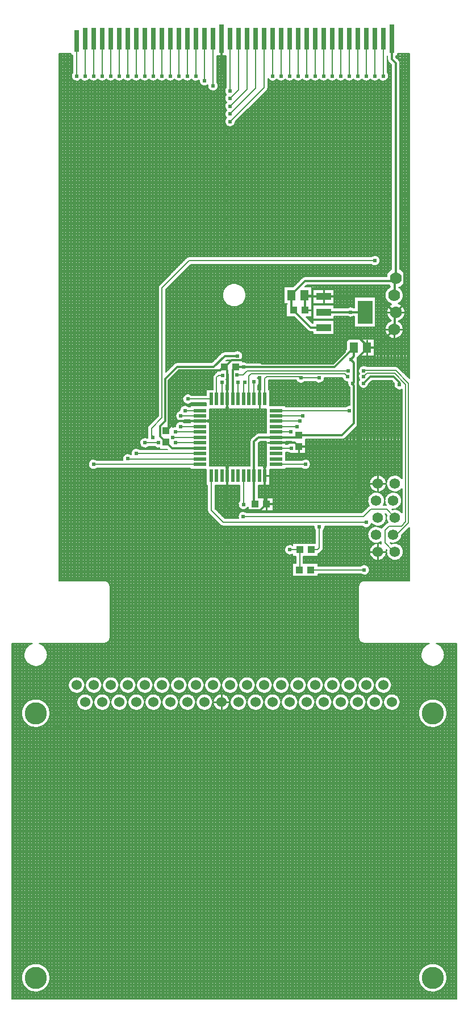
<source format=gtl>
%FSLAX23Y23*%
%MOIN*%
G70*
G01*
G75*
%ADD10C,0.008*%
%ADD11R,0.075X0.020*%
%ADD12R,0.028X0.125*%
%ADD13R,0.028X0.165*%
%ADD14R,0.085X0.138*%
%ADD15R,0.085X0.043*%
%ADD16R,0.020X0.075*%
%ADD17R,0.051X0.059*%
%ADD18R,0.043X0.039*%
%ADD19R,0.039X0.043*%
%ADD20C,0.010*%
%ADD21C,0.012*%
%ADD22C,0.070*%
%ADD23C,0.060*%
%ADD24C,0.130*%
%ADD25C,0.062*%
%ADD26C,0.024*%
D10*
X2036Y-292D02*
X2034Y-282D01*
X2029Y-274D01*
X2036Y-292D02*
X2034Y-282D01*
X2029Y-274D01*
X1963Y-269D02*
X1965Y-279D01*
X1970Y-287D01*
X1963Y-269D02*
X1965Y-279D01*
X1970Y-287D01*
X1969Y-368D02*
X1967Y-357D01*
X1961Y-347D01*
X1913Y-386D02*
X1920Y-393D01*
X1929Y-398D01*
X1938Y-399D01*
X1948Y-397D01*
X1956Y-393D01*
X1963Y-386D01*
X1967Y-378D01*
X1969Y-368D01*
X1863Y-386D02*
X1870Y-393D01*
X1878Y-397D01*
X1888Y-399D01*
X1898Y-397D01*
X1906Y-393D01*
X1913Y-386D01*
X1813D02*
X1820Y-393D01*
X1828Y-397D01*
X1838Y-399D01*
X1848Y-397D01*
X1856Y-393D01*
X1863Y-386D01*
X1763D02*
X1770Y-393D01*
X1778Y-397D01*
X1788Y-399D01*
X1798Y-397D01*
X1806Y-393D01*
X1813Y-386D01*
X1919Y-1450D02*
X1917Y-1440D01*
X1913Y-1431D01*
X1905Y-1424D01*
X1896Y-1420D01*
X1886Y-1419D01*
X1876Y-1422D01*
X1867Y-1427D01*
Y-1473D02*
X1876Y-1478D01*
X1886Y-1481D01*
X1896Y-1480D01*
X1905Y-1476D01*
X1913Y-1469D01*
X1917Y-1460D01*
X1919Y-1450D01*
X2055Y-1653D02*
X2054Y-1642D01*
X2051Y-1632D01*
X2045Y-1622D01*
X2039Y-1614D01*
X2030Y-1607D01*
X2026Y-1701D02*
X2034Y-1696D01*
X2041Y-1689D01*
X2047Y-1681D01*
X2051Y-1672D01*
X2054Y-1663D01*
X2055Y-1653D01*
X2065Y-1753D02*
X2064Y-1743D01*
X2061Y-1733D01*
X2057Y-1725D01*
X2051Y-1717D01*
X2043Y-1710D01*
X2035Y-1705D01*
X2026Y-1701D01*
Y-1805D02*
X2035Y-1801D01*
X2043Y-1796D01*
X2051Y-1789D01*
X2057Y-1781D01*
X2061Y-1773D01*
X2064Y-1763D01*
X2065Y-1753D01*
X1980Y-1603D02*
X1971Y-1608D01*
X1963Y-1615D01*
X1956Y-1622D01*
X1952Y-1631D01*
X1948Y-1641D01*
X1947Y-1651D01*
X1948Y-1661D01*
X1950Y-1671D01*
X1955Y-1681D01*
X1961Y-1689D01*
X1968Y-1696D01*
X1977Y-1701D01*
X1986Y-1705D01*
X1978Y-1710D01*
X1971Y-1717D01*
X1965Y-1725D01*
X1961Y-1734D01*
X1958Y-1743D01*
X1957Y-1753D01*
X1958Y-1763D01*
X1961Y-1772D01*
X1965Y-1781D01*
X1971Y-1789D01*
X1978Y-1796D01*
X1986Y-1801D01*
X2055Y-1853D02*
X2054Y-1843D01*
X2051Y-1834D01*
X2047Y-1825D01*
X2041Y-1817D01*
X2034Y-1810D01*
X2026Y-1805D01*
X1986Y-1801D02*
X1977Y-1805D01*
X1969Y-1810D01*
X1961Y-1817D01*
X1955Y-1824D01*
X1951Y-1833D01*
X1948Y-1843D01*
X1947Y-1853D01*
X1948Y-1863D01*
X1951Y-1872D01*
X1955Y-1881D01*
X1961Y-1889D01*
X1968Y-1896D01*
X1977Y-1901D01*
X1986Y-1905D01*
X1996Y-1907D01*
X2006Y-1907D01*
X2016Y-1905D01*
X2025Y-1901D01*
X2034Y-1896D01*
X2041Y-1889D01*
X2047Y-1881D01*
X2051Y-1873D01*
X2054Y-1863D01*
X2055Y-1853D01*
X2028Y-2078D02*
X2021Y-2073D01*
X2012Y-2071D01*
X2028Y-2078D02*
X2021Y-2073D01*
X2012Y-2071D01*
X2002Y-2168D02*
X2001Y-2178D01*
X2003Y-2188D01*
X2009Y-2197D01*
X2017Y-2204D01*
X2027Y-2208D01*
X2037Y-2208D01*
X2047Y-2204D01*
X1843Y-2071D02*
X1834Y-2066D01*
X1825Y-2064D01*
X1815Y-2065D01*
X1806Y-2069D01*
X1799Y-2076D01*
X1794Y-2084D01*
X1792Y-2093D01*
X1793Y-2103D01*
X1797Y-2112D01*
X1784Y-2029D02*
X1789Y-2021D01*
X1791Y-2011D01*
X1784Y-2029D02*
X1789Y-2021D01*
X1791Y-2011D01*
Y-2048D02*
X1789Y-2038D01*
X1784Y-2030D01*
X1791Y-2048D02*
X1789Y-2038D01*
X1784Y-2030D01*
X1797Y-2112D02*
X1793Y-2121D01*
X1792Y-2130D01*
X1794Y-2140D01*
X1798Y-2148D01*
X1793Y-2157D01*
X1791Y-2167D01*
X1792Y-2177D01*
X1797Y-2186D01*
X1805Y-2194D01*
X1814Y-2198D01*
X1824Y-2199D01*
X1834Y-2196D01*
X1843Y-2191D01*
X1849Y-2183D01*
X1853Y-2173D01*
X1791Y-2168D02*
X1791Y-2165D01*
X1790Y-2175D02*
X1791Y-2168D01*
Y-2182D02*
X1790Y-2175D01*
X1791Y-2182D02*
X1790Y-2175D01*
X1784Y-2420D02*
X1789Y-2412D01*
X1791Y-2402D01*
X1784Y-2420D02*
X1789Y-2412D01*
X1791Y-2402D01*
X1713Y-386D02*
X1720Y-393D01*
X1728Y-397D01*
X1738Y-399D01*
X1748Y-397D01*
X1756Y-393D01*
X1763Y-386D01*
X1663D02*
X1670Y-393D01*
X1678Y-397D01*
X1688Y-399D01*
X1698Y-397D01*
X1706Y-393D01*
X1713Y-386D01*
X1613D02*
X1620Y-393D01*
X1628Y-397D01*
X1638Y-399D01*
X1648Y-397D01*
X1656Y-393D01*
X1663Y-386D01*
X1563D02*
X1570Y-393D01*
X1578Y-397D01*
X1588Y-399D01*
X1598Y-397D01*
X1606Y-393D01*
X1613Y-386D01*
X1765Y-1727D02*
X1756Y-1722D01*
X1746Y-1721D01*
X1737Y-1722D01*
X1728Y-1727D01*
Y-1777D02*
X1737Y-1781D01*
X1746Y-1783D01*
X1756Y-1781D01*
X1765Y-1777D01*
X1513Y-386D02*
X1520Y-393D01*
X1528Y-397D01*
X1538Y-399D01*
X1548Y-397D01*
X1556Y-393D01*
X1563Y-386D01*
X1463D02*
X1470Y-393D01*
X1478Y-397D01*
X1488Y-399D01*
X1498Y-397D01*
X1506Y-393D01*
X1513Y-386D01*
X1413D02*
X1420Y-393D01*
X1428Y-397D01*
X1438Y-399D01*
X1448Y-397D01*
X1456Y-393D01*
X1463Y-386D01*
X1363D02*
X1370Y-393D01*
X1378Y-397D01*
X1388Y-399D01*
X1398Y-397D01*
X1406Y-393D01*
X1413Y-386D01*
X1480Y-1544D02*
X1470Y-1546D01*
X1462Y-1551D01*
X1480Y-1544D02*
X1470Y-1546D01*
X1462Y-1551D01*
X1313Y-386D02*
X1320Y-393D01*
X1328Y-397D01*
X1338Y-399D01*
X1348Y-397D01*
X1356Y-393D01*
X1363Y-386D01*
X1261Y-383D02*
X1267Y-391D01*
X1276Y-397D01*
X1286Y-399D01*
X1296Y-398D01*
X1306Y-393D01*
X1313Y-386D01*
X1254Y-452D02*
X1259Y-445D01*
X1261Y-436D01*
X1254Y-452D02*
X1259Y-445D01*
X1261Y-436D01*
X1730Y-2161D02*
X1729Y-2170D01*
X1731Y-2178D01*
X1735Y-2186D01*
X1741Y-2192D01*
X1699Y-2135D02*
X1703Y-2145D01*
X1710Y-2154D01*
X1719Y-2159D01*
X1730Y-2161D01*
X1541Y-2160D02*
X1550Y-2165D01*
X1560Y-2168D01*
X1570Y-2167D01*
X1579Y-2163D01*
X1587Y-2156D01*
X1591Y-2147D01*
X1593Y-2137D01*
X1495Y-1860D02*
X1504Y-1865D01*
X1513Y-1867D01*
X1495Y-1860D02*
X1504Y-1865D01*
X1513Y-1867D01*
X1426Y-2151D02*
X1432Y-2159D01*
X1440Y-2164D01*
X1448Y-2168D01*
X1458Y-2168D01*
X1467Y-2165D01*
X1475Y-2160D01*
X1741Y-2297D02*
X1729Y-2299D01*
X1719Y-2305D01*
X1696Y-2497D02*
X1706Y-2495D01*
X1714Y-2490D01*
X1696Y-2497D02*
X1706Y-2495D01*
X1714Y-2490D01*
X1512Y-2643D02*
X1510Y-2633D01*
X1506Y-2624D01*
X1498Y-2617D01*
X1489Y-2613D01*
X1479Y-2612D01*
X1469Y-2615D01*
X1460Y-2620D01*
X1403Y-2518D02*
X1394Y-2518D01*
X1384Y-2520D01*
X1376Y-2526D01*
X1220Y-2135D02*
X1220Y-2140D01*
X1220Y-2135D02*
X1220Y-2140D01*
X1211Y-2161D02*
X1209Y-2151D01*
X1205Y-2142D01*
X1197Y-2135D01*
X1203Y-2182D02*
X1209Y-2172D01*
X1211Y-2161D01*
X1376Y-2572D02*
X1384Y-2577D01*
X1394Y-2579D01*
X1403Y-2579D01*
X2047Y-2727D02*
X2040Y-2720D01*
X2032Y-2714D01*
X2023Y-2709D01*
X2014Y-2707D01*
X2003Y-2706D01*
X1993Y-2708D01*
X1984Y-2711D01*
X1975Y-2716D01*
X1968Y-2723D01*
X1962Y-2732D01*
X1958Y-2741D01*
X1956Y-2751D01*
Y-2761D01*
X1958Y-2771D01*
X1962Y-2780D01*
X1968Y-2789D01*
X1975Y-2796D01*
X1984Y-2801D01*
X1993Y-2804D01*
X2003Y-2806D01*
X2014Y-2805D01*
X2023Y-2803D01*
X2032Y-2798D01*
X2040Y-2792D01*
X2047Y-2785D01*
X2046Y-2856D02*
X2045Y-2846D01*
X2042Y-2837D01*
X2038Y-2828D01*
X2031Y-2821D01*
X2024Y-2814D01*
X2015Y-2810D01*
X2006Y-2807D01*
X1996Y-2806D01*
X1986Y-2807D01*
X1977Y-2810D01*
X1968Y-2815D01*
X1961Y-2821D01*
X1954Y-2828D01*
X1950Y-2837D01*
X1947Y-2846D01*
X1946Y-2856D01*
X1947Y-2866D01*
X1950Y-2875D01*
X1955Y-2884D01*
X1988Y-2905D02*
X1997Y-2906D01*
X2007Y-2905D01*
X2016Y-2902D01*
X2025Y-2897D01*
X2032Y-2891D01*
X2038Y-2883D01*
X2042Y-2875D01*
X2045Y-2866D01*
X2046Y-2856D01*
X2047Y-2927D02*
X2040Y-2919D01*
X2032Y-2913D01*
X2022Y-2909D01*
X2012Y-2906D01*
X2001Y-2906D01*
X1991Y-2908D01*
X1956Y-2956D02*
X1955Y-2944D01*
X1950Y-2933D01*
X1937Y-2884D02*
X1942Y-2875D01*
X1945Y-2866D01*
X1946Y-2856D01*
X1980Y-3103D02*
X1990Y-3106D01*
X2000Y-3106D01*
X2010Y-3104D01*
X2020Y-3100D01*
X2028Y-3094D01*
X2035Y-3087D01*
X2041Y-3078D01*
X2044Y-3069D01*
X2046Y-3059D01*
X2056Y-3156D02*
X2055Y-3146D01*
X2052Y-3137D01*
X2048Y-3128D01*
X2041Y-3121D01*
X2034Y-3114D01*
X2025Y-3110D01*
X2015Y-3107D01*
X2006Y-3106D01*
X1996Y-3107D01*
X1986Y-3110D01*
X1957Y-3146D02*
X1956Y-3155D01*
X1957Y-3165D01*
X1960Y-3175D01*
X1964Y-3183D01*
X1970Y-3191D01*
X1978Y-3197D01*
X1987Y-3202D01*
X1996Y-3205D01*
X2006Y-3206D01*
X2015Y-3205D01*
X2025Y-3202D01*
X2034Y-3198D01*
X2041Y-3191D01*
X2048Y-3184D01*
X2052Y-3175D01*
X2055Y-3166D01*
X2056Y-3156D01*
X1958Y-2941D02*
X1956Y-2952D01*
X1956Y-2963D01*
X1959Y-2973D01*
X1964Y-2983D01*
X1955Y-2989D01*
X1964Y-2983D02*
X1955Y-2989D01*
X1956Y-3156D02*
X1954Y-3143D01*
X1956Y-2756D02*
X1955Y-2746D01*
X1952Y-2736D01*
X1947Y-2727D01*
X1940Y-2720D01*
X1932Y-2714D01*
X1923Y-2709D01*
X1914Y-2707D01*
X1903Y-2706D01*
X1893Y-2708D01*
X1884Y-2711D01*
X1875Y-2716D01*
X1868Y-2723D01*
X1862Y-2732D01*
X1858Y-2741D01*
X1856Y-2751D01*
Y-2761D01*
X1858Y-2771D01*
X1862Y-2780D01*
X1868Y-2789D01*
X1875Y-2796D01*
X1884Y-2801D01*
X1893Y-2804D01*
X1903Y-2806D01*
X1914Y-2805D01*
X1923Y-2803D01*
X1932Y-2798D01*
X1940Y-2792D01*
X1947Y-2785D01*
X1952Y-2776D01*
X1955Y-2766D01*
X1956Y-2756D01*
X1946Y-2856D02*
X1945Y-2846D01*
X1942Y-2837D01*
X1937Y-2828D01*
X1931Y-2820D01*
X1923Y-2814D01*
X1914Y-2809D01*
X1905Y-2807D01*
X1895Y-2806D01*
X1885Y-2807D01*
X1875Y-2810D01*
X1867Y-2815D01*
X1859Y-2822D01*
X1853Y-2830D01*
X1849Y-2839D01*
X1847Y-2849D01*
X1846Y-2859D01*
X1848Y-2868D01*
X1851Y-2878D01*
X1856Y-2886D01*
X1869Y-2989D02*
X1876Y-2996D01*
X1885Y-3001D01*
X1894Y-3005D01*
X1904Y-3006D01*
X1914Y-3005D01*
X1924Y-3003D01*
X1933Y-2998D01*
X1941Y-2992D01*
X1947Y-2984D01*
X1952Y-2976D01*
X1955Y-2966D01*
X1956Y-2956D01*
X1856Y-2886D02*
X1850Y-2891D01*
X1856Y-2886D02*
X1850Y-2891D01*
X1931Y-3013D02*
X1927Y-3017D01*
X1931Y-3013D02*
X1927Y-3017D01*
X1924Y-3103D02*
X1925Y-3110D01*
X1924Y-3103D02*
X1925Y-3110D01*
X1927Y-3017D02*
X1919Y-3012D01*
X1910Y-3008D01*
X1900Y-3006D01*
X1890Y-3006D01*
X1880Y-3009D01*
X1871Y-3013D01*
X1863Y-3019D01*
X1856Y-3026D01*
X1851Y-3035D01*
X1847Y-3044D01*
X1846Y-3054D01*
X1847Y-3064D01*
X1849Y-3074D01*
X1854Y-3083D01*
X1860Y-3090D01*
X1867Y-3097D01*
X1876Y-3102D01*
X1886Y-3105D01*
X1896Y-3106D01*
X1906Y-3105D01*
X1915Y-3102D01*
X1924Y-3097D01*
X1816Y-3006D02*
X1824Y-3012D01*
X1833Y-3015D01*
X1843Y-3015D01*
X1852Y-3012D01*
X1860Y-3006D01*
X1866Y-2998D01*
X1869Y-2989D01*
X1925Y-3110D02*
X1916Y-3107D01*
X1906Y-3106D01*
X1896Y-3107D01*
X1887Y-3110D01*
X1878Y-3114D01*
X1871Y-3121D01*
X1864Y-3128D01*
X1860Y-3137D01*
X1857Y-3146D01*
X1856Y-3156D01*
X1857Y-3166D01*
X1860Y-3175D01*
X1864Y-3184D01*
X1871Y-3191D01*
X1878Y-3198D01*
X1887Y-3202D01*
X1896Y-3205D01*
X1906Y-3206D01*
X1916Y-3205D01*
X1925Y-3202D01*
X1934Y-3198D01*
X1941Y-3191D01*
X1948Y-3184D01*
X1952Y-3175D01*
X1955Y-3166D01*
X1956Y-3156D01*
X1857Y-3262D02*
X1855Y-3252D01*
X1851Y-3243D01*
X1843Y-3236D01*
X1834Y-3232D01*
X1824Y-3231D01*
X1814Y-3234D01*
X1805Y-3239D01*
Y-3285D02*
X1814Y-3290D01*
X1824Y-3293D01*
X1834Y-3292D01*
X1843Y-3288D01*
X1851Y-3281D01*
X1855Y-3272D01*
X1857Y-3262D01*
X2297Y-3759D02*
X2296Y-3749D01*
X2294Y-3740D01*
X2291Y-3731D01*
X2286Y-3722D01*
X2280Y-3714D01*
X2274Y-3707D01*
X2266Y-3701D01*
X2257Y-3697D01*
X2248Y-3693D01*
X2208D02*
X2198Y-3697D01*
X2190Y-3702D01*
X2182Y-3708D01*
X2175Y-3715D01*
X2169Y-3724D01*
X2164Y-3733D01*
X2161Y-3742D01*
X2159Y-3752D01*
X2159Y-3762D01*
X2160Y-3773D01*
X2163Y-3782D01*
X2167Y-3792D01*
X2173Y-3800D01*
X2179Y-3808D01*
X2187Y-3814D01*
X2196Y-3820D01*
X2205Y-3824D01*
X2215Y-3827D01*
X2225Y-3828D01*
X2235Y-3828D01*
X2245Y-3826D01*
X2254Y-3823D01*
X2263Y-3818D01*
X2272Y-3812D01*
X2279Y-3805D01*
X2285Y-3797D01*
X2290Y-3788D01*
X2294Y-3779D01*
X2296Y-3769D01*
X2297Y-3759D01*
X2312Y-4102D02*
X2311Y-4092D01*
X2310Y-4082D01*
X2307Y-4073D01*
X2303Y-4064D01*
X2298Y-4055D01*
X2292Y-4047D01*
X2285Y-4040D01*
X2277Y-4034D01*
X2269Y-4028D01*
X2260Y-4024D01*
X2250Y-4021D01*
X2240Y-4019D01*
X2230Y-4018D01*
X2221Y-4018D01*
X2211Y-4020D01*
X2201Y-4022D01*
X2192Y-4026D01*
X2183Y-4031D01*
X2175Y-4037D01*
X2168Y-4043D01*
X2161Y-4051D01*
X2156Y-4059D01*
X2151Y-4068D01*
X2148Y-4077D01*
X2145Y-4087D01*
X2144Y-4097D01*
Y-4107D01*
X2145Y-4117D01*
X2148Y-4127D01*
X2151Y-4136D01*
X2156Y-4145D01*
X2161Y-4153D01*
X2168Y-4161D01*
X2175Y-4167D01*
X2183Y-4173D01*
X2192Y-4178D01*
X2201Y-4182D01*
X2211Y-4184D01*
X2221Y-4186D01*
X2230Y-4186D01*
X2240Y-4185D01*
X2250Y-4183D01*
X2260Y-4180D01*
X2269Y-4176D01*
X2277Y-4170D01*
X2285Y-4164D01*
X2292Y-4157D01*
X2298Y-4149D01*
X2303Y-4140D01*
X2307Y-4131D01*
X2310Y-4122D01*
X2311Y-4112D01*
X2312Y-4102D01*
Y-5652D02*
X2311Y-5642D01*
X2310Y-5632D01*
X2307Y-5623D01*
X2303Y-5614D01*
X2298Y-5605D01*
X2292Y-5597D01*
X2285Y-5590D01*
X2277Y-5584D01*
X2269Y-5578D01*
X2260Y-5574D01*
X2250Y-5571D01*
X2240Y-5569D01*
X2230Y-5568D01*
X2221Y-5568D01*
X2211Y-5570D01*
X2201Y-5572D01*
X2192Y-5576D01*
X2183Y-5581D01*
X2175Y-5587D01*
X2168Y-5593D01*
X2161Y-5601D01*
X2156Y-5609D01*
X2151Y-5618D01*
X2148Y-5627D01*
X2145Y-5637D01*
X2144Y-5647D01*
Y-5657D01*
X2145Y-5667D01*
X2148Y-5677D01*
X2151Y-5686D01*
X2156Y-5695D01*
X2161Y-5703D01*
X2168Y-5711D01*
X2175Y-5717D01*
X2183Y-5723D01*
X2192Y-5728D01*
X2201Y-5732D01*
X2211Y-5734D01*
X2221Y-5736D01*
X2230Y-5736D01*
X2240Y-5735D01*
X2250Y-5733D01*
X2260Y-5730D01*
X2269Y-5726D01*
X2277Y-5720D01*
X2285Y-5714D01*
X2292Y-5707D01*
X2298Y-5699D01*
X2303Y-5690D01*
X2307Y-5681D01*
X2310Y-5672D01*
X2311Y-5662D01*
X2312Y-5652D01*
X1987Y-3937D02*
X1986Y-3927D01*
X1983Y-3918D01*
X1978Y-3909D01*
X1972Y-3901D01*
X1964Y-3895D01*
X1955Y-3891D01*
X1945Y-3889D01*
X1936Y-3888D01*
X1926Y-3890D01*
X1916Y-3893D01*
X1908Y-3898D01*
X1901Y-3905D01*
X1895Y-3913D01*
X1891Y-3922D01*
X1889Y-3932D01*
Y-3942D01*
X1891Y-3952D01*
X1895Y-3961D01*
X1901Y-3969D01*
X1908Y-3976D01*
X1916Y-3981D01*
X1926Y-3984D01*
X1936Y-3986D01*
X1945Y-3985D01*
X1955Y-3983D01*
X1964Y-3979D01*
X1972Y-3973D01*
X1978Y-3965D01*
X1983Y-3956D01*
X1986Y-3947D01*
X1987Y-3937D01*
X1826Y-3325D02*
X1815Y-3327D01*
X1806Y-3331D01*
X1798Y-3339D01*
X1794Y-3348D01*
X1792Y-3359D01*
X1826Y-3325D02*
X1815Y-3327D01*
X1806Y-3331D01*
X1798Y-3339D01*
X1794Y-3348D01*
X1792Y-3359D01*
Y-3659D02*
X1794Y-3670D01*
X1798Y-3679D01*
X1806Y-3687D01*
X1815Y-3691D01*
X1826Y-3693D01*
X1792Y-3659D02*
X1794Y-3670D01*
X1798Y-3679D01*
X1806Y-3687D01*
X1815Y-3691D01*
X1826Y-3693D01*
X1887Y-3937D02*
X1886Y-3927D01*
X1883Y-3918D01*
X1878Y-3909D01*
X1872Y-3901D01*
X1864Y-3895D01*
X1855Y-3891D01*
X1845Y-3889D01*
X1836Y-3888D01*
X1826Y-3890D01*
X1816Y-3893D01*
X1808Y-3898D01*
X1801Y-3905D01*
X1795Y-3913D01*
X1791Y-3922D01*
X1789Y-3932D01*
Y-3942D01*
X1791Y-3952D01*
X1795Y-3961D01*
X1801Y-3969D01*
X1808Y-3976D01*
X1816Y-3981D01*
X1826Y-3984D01*
X1836Y-3986D01*
X1845Y-3985D01*
X1855Y-3983D01*
X1864Y-3979D01*
X1872Y-3973D01*
X1878Y-3965D01*
X1883Y-3956D01*
X1886Y-3947D01*
X1887Y-3937D01*
X2037Y-4037D02*
X2036Y-4027D01*
X2033Y-4018D01*
X2028Y-4009D01*
X2022Y-4001D01*
X2014Y-3995D01*
X2005Y-3991D01*
X1995Y-3989D01*
X1986Y-3988D01*
X1976Y-3990D01*
X1966Y-3993D01*
X1958Y-3998D01*
X1951Y-4005D01*
X1945Y-4013D01*
X1941Y-4022D01*
X1939Y-4032D01*
Y-4042D01*
X1941Y-4052D01*
X1945Y-4061D01*
X1951Y-4069D01*
X1958Y-4076D01*
X1966Y-4081D01*
X1976Y-4084D01*
X1986Y-4086D01*
X1995Y-4085D01*
X2005Y-4083D01*
X2014Y-4079D01*
X2022Y-4073D01*
X2028Y-4065D01*
X2033Y-4056D01*
X2036Y-4047D01*
X2037Y-4037D01*
X1937D02*
X1936Y-4027D01*
X1933Y-4018D01*
X1928Y-4009D01*
X1922Y-4001D01*
X1914Y-3995D01*
X1905Y-3991D01*
X1895Y-3989D01*
X1886Y-3988D01*
X1876Y-3990D01*
X1866Y-3993D01*
X1858Y-3998D01*
X1851Y-4005D01*
X1845Y-4013D01*
X1841Y-4022D01*
X1839Y-4032D01*
Y-4042D01*
X1841Y-4052D01*
X1845Y-4061D01*
X1851Y-4069D01*
X1858Y-4076D01*
X1866Y-4081D01*
X1876Y-4084D01*
X1886Y-4086D01*
X1895Y-4085D01*
X1905Y-4083D01*
X1914Y-4079D01*
X1922Y-4073D01*
X1928Y-4065D01*
X1933Y-4056D01*
X1936Y-4047D01*
X1937Y-4037D01*
X1837D02*
X1836Y-4027D01*
X1833Y-4018D01*
X1828Y-4009D01*
X1822Y-4001D01*
X1814Y-3995D01*
X1805Y-3991D01*
X1795Y-3989D01*
X1786Y-3988D01*
X1776Y-3990D01*
X1766Y-3993D01*
X1758Y-3998D01*
X1751Y-4005D01*
X1745Y-4013D01*
X1741Y-4022D01*
X1739Y-4032D01*
Y-4042D01*
X1741Y-4052D01*
X1745Y-4061D01*
X1751Y-4069D01*
X1758Y-4076D01*
X1766Y-4081D01*
X1776Y-4084D01*
X1786Y-4086D01*
X1795Y-4085D01*
X1805Y-4083D01*
X1814Y-4079D01*
X1822Y-4073D01*
X1828Y-4065D01*
X1833Y-4056D01*
X1836Y-4047D01*
X1837Y-4037D01*
X1594Y-3011D02*
X1594Y-3006D01*
X1586Y-3032D02*
X1592Y-3022D01*
X1594Y-3011D01*
X1579Y-3150D02*
X1584Y-3143D01*
X1586Y-3134D01*
X1579Y-3150D02*
X1584Y-3143D01*
X1586Y-3134D01*
X1532Y-3006D02*
X1532Y-3015D01*
X1535Y-3024D01*
X1540Y-3032D01*
X1555Y-3167D02*
X1563Y-3165D01*
X1569Y-3160D01*
X1555Y-3167D02*
X1563Y-3165D01*
X1569Y-3160D01*
X1460Y-2666D02*
X1469Y-2672D01*
X1479Y-2674D01*
X1489Y-2673D01*
X1498Y-2669D01*
X1506Y-2662D01*
X1510Y-2653D01*
X1512Y-2643D01*
X1406Y-3118D02*
X1397Y-3114D01*
X1387Y-3113D01*
X1377Y-3116D01*
X1368Y-3121D01*
X1362Y-3129D01*
X1358Y-3139D01*
Y-3149D01*
X1362Y-3159D01*
X1368Y-3167D01*
X1377Y-3172D01*
X1387Y-3175D01*
X1397Y-3174D01*
X1406Y-3170D01*
X1787Y-3937D02*
X1786Y-3927D01*
X1783Y-3918D01*
X1778Y-3909D01*
X1772Y-3901D01*
X1764Y-3895D01*
X1755Y-3891D01*
X1745Y-3889D01*
X1736Y-3888D01*
X1726Y-3890D01*
X1716Y-3893D01*
X1708Y-3898D01*
X1701Y-3905D01*
X1695Y-3913D01*
X1691Y-3922D01*
X1689Y-3932D01*
Y-3942D01*
X1691Y-3952D01*
X1695Y-3961D01*
X1701Y-3969D01*
X1708Y-3976D01*
X1716Y-3981D01*
X1726Y-3984D01*
X1736Y-3986D01*
X1745Y-3985D01*
X1755Y-3983D01*
X1764Y-3979D01*
X1772Y-3973D01*
X1778Y-3965D01*
X1783Y-3956D01*
X1786Y-3947D01*
X1787Y-3937D01*
X1687D02*
X1686Y-3927D01*
X1683Y-3918D01*
X1678Y-3909D01*
X1672Y-3901D01*
X1664Y-3895D01*
X1655Y-3891D01*
X1645Y-3889D01*
X1636Y-3888D01*
X1626Y-3890D01*
X1616Y-3893D01*
X1608Y-3898D01*
X1601Y-3905D01*
X1595Y-3913D01*
X1591Y-3922D01*
X1589Y-3932D01*
Y-3942D01*
X1591Y-3952D01*
X1595Y-3961D01*
X1601Y-3969D01*
X1608Y-3976D01*
X1616Y-3981D01*
X1626Y-3984D01*
X1636Y-3986D01*
X1645Y-3985D01*
X1655Y-3983D01*
X1664Y-3979D01*
X1672Y-3973D01*
X1678Y-3965D01*
X1683Y-3956D01*
X1686Y-3947D01*
X1687Y-3937D01*
X1587D02*
X1586Y-3927D01*
X1583Y-3918D01*
X1578Y-3909D01*
X1572Y-3901D01*
X1564Y-3895D01*
X1555Y-3891D01*
X1545Y-3889D01*
X1536Y-3888D01*
X1526Y-3890D01*
X1516Y-3893D01*
X1508Y-3898D01*
X1501Y-3905D01*
X1495Y-3913D01*
X1491Y-3922D01*
X1489Y-3932D01*
Y-3942D01*
X1491Y-3952D01*
X1495Y-3961D01*
X1501Y-3969D01*
X1508Y-3976D01*
X1516Y-3981D01*
X1526Y-3984D01*
X1536Y-3986D01*
X1545Y-3985D01*
X1555Y-3983D01*
X1564Y-3979D01*
X1572Y-3973D01*
X1578Y-3965D01*
X1583Y-3956D01*
X1586Y-3947D01*
X1587Y-3937D01*
X1737Y-4037D02*
X1736Y-4027D01*
X1733Y-4018D01*
X1728Y-4009D01*
X1722Y-4001D01*
X1714Y-3995D01*
X1705Y-3991D01*
X1695Y-3989D01*
X1686Y-3988D01*
X1676Y-3990D01*
X1666Y-3993D01*
X1658Y-3998D01*
X1651Y-4005D01*
X1645Y-4013D01*
X1641Y-4022D01*
X1639Y-4032D01*
Y-4042D01*
X1641Y-4052D01*
X1645Y-4061D01*
X1651Y-4069D01*
X1658Y-4076D01*
X1666Y-4081D01*
X1676Y-4084D01*
X1686Y-4086D01*
X1695Y-4085D01*
X1705Y-4083D01*
X1714Y-4079D01*
X1722Y-4073D01*
X1728Y-4065D01*
X1733Y-4056D01*
X1736Y-4047D01*
X1737Y-4037D01*
X1637D02*
X1636Y-4027D01*
X1633Y-4018D01*
X1628Y-4009D01*
X1622Y-4001D01*
X1614Y-3995D01*
X1605Y-3991D01*
X1595Y-3989D01*
X1586Y-3988D01*
X1576Y-3990D01*
X1566Y-3993D01*
X1558Y-3998D01*
X1551Y-4005D01*
X1545Y-4013D01*
X1541Y-4022D01*
X1539Y-4032D01*
Y-4042D01*
X1541Y-4052D01*
X1545Y-4061D01*
X1551Y-4069D01*
X1558Y-4076D01*
X1566Y-4081D01*
X1576Y-4084D01*
X1586Y-4086D01*
X1595Y-4085D01*
X1605Y-4083D01*
X1614Y-4079D01*
X1622Y-4073D01*
X1628Y-4065D01*
X1633Y-4056D01*
X1636Y-4047D01*
X1637Y-4037D01*
X1487Y-3937D02*
X1486Y-3927D01*
X1483Y-3918D01*
X1478Y-3909D01*
X1472Y-3901D01*
X1464Y-3895D01*
X1455Y-3891D01*
X1445Y-3889D01*
X1436Y-3888D01*
X1426Y-3890D01*
X1416Y-3893D01*
X1408Y-3898D01*
X1401Y-3905D01*
X1395Y-3913D01*
X1391Y-3922D01*
X1389Y-3932D01*
Y-3942D01*
X1391Y-3952D01*
X1395Y-3961D01*
X1401Y-3969D01*
X1408Y-3976D01*
X1416Y-3981D01*
X1426Y-3984D01*
X1436Y-3986D01*
X1445Y-3985D01*
X1455Y-3983D01*
X1464Y-3979D01*
X1472Y-3973D01*
X1478Y-3965D01*
X1483Y-3956D01*
X1486Y-3947D01*
X1487Y-3937D01*
X1387D02*
X1386Y-3927D01*
X1383Y-3918D01*
X1378Y-3909D01*
X1372Y-3901D01*
X1364Y-3895D01*
X1355Y-3891D01*
X1345Y-3889D01*
X1336Y-3888D01*
X1326Y-3890D01*
X1316Y-3893D01*
X1308Y-3898D01*
X1301Y-3905D01*
X1295Y-3913D01*
X1291Y-3922D01*
X1289Y-3932D01*
Y-3942D01*
X1291Y-3952D01*
X1295Y-3961D01*
X1301Y-3969D01*
X1308Y-3976D01*
X1316Y-3981D01*
X1326Y-3984D01*
X1336Y-3986D01*
X1345Y-3985D01*
X1355Y-3983D01*
X1364Y-3979D01*
X1372Y-3973D01*
X1378Y-3965D01*
X1383Y-3956D01*
X1386Y-3947D01*
X1387Y-3937D01*
X1287D02*
X1286Y-3927D01*
X1283Y-3918D01*
X1278Y-3909D01*
X1272Y-3901D01*
X1264Y-3895D01*
X1255Y-3891D01*
X1245Y-3889D01*
X1236Y-3888D01*
X1226Y-3890D01*
X1216Y-3893D01*
X1208Y-3898D01*
X1201Y-3905D01*
X1195Y-3913D01*
X1191Y-3922D01*
X1189Y-3932D01*
Y-3942D01*
X1191Y-3952D01*
X1195Y-3961D01*
X1201Y-3969D01*
X1208Y-3976D01*
X1216Y-3981D01*
X1226Y-3984D01*
X1236Y-3986D01*
X1245Y-3985D01*
X1255Y-3983D01*
X1264Y-3979D01*
X1272Y-3973D01*
X1278Y-3965D01*
X1283Y-3956D01*
X1286Y-3947D01*
X1287Y-3937D01*
X1537Y-4037D02*
X1536Y-4027D01*
X1533Y-4018D01*
X1528Y-4009D01*
X1522Y-4001D01*
X1514Y-3995D01*
X1505Y-3991D01*
X1495Y-3989D01*
X1486Y-3988D01*
X1476Y-3990D01*
X1466Y-3993D01*
X1458Y-3998D01*
X1451Y-4005D01*
X1445Y-4013D01*
X1441Y-4022D01*
X1439Y-4032D01*
Y-4042D01*
X1441Y-4052D01*
X1445Y-4061D01*
X1451Y-4069D01*
X1458Y-4076D01*
X1466Y-4081D01*
X1476Y-4084D01*
X1486Y-4086D01*
X1495Y-4085D01*
X1505Y-4083D01*
X1514Y-4079D01*
X1522Y-4073D01*
X1528Y-4065D01*
X1533Y-4056D01*
X1536Y-4047D01*
X1537Y-4037D01*
X1437D02*
X1436Y-4027D01*
X1433Y-4018D01*
X1428Y-4009D01*
X1422Y-4001D01*
X1414Y-3995D01*
X1405Y-3991D01*
X1395Y-3989D01*
X1386Y-3988D01*
X1376Y-3990D01*
X1366Y-3993D01*
X1358Y-3998D01*
X1351Y-4005D01*
X1345Y-4013D01*
X1341Y-4022D01*
X1339Y-4032D01*
Y-4042D01*
X1341Y-4052D01*
X1345Y-4061D01*
X1351Y-4069D01*
X1358Y-4076D01*
X1366Y-4081D01*
X1376Y-4084D01*
X1386Y-4086D01*
X1395Y-4085D01*
X1405Y-4083D01*
X1414Y-4079D01*
X1422Y-4073D01*
X1428Y-4065D01*
X1433Y-4056D01*
X1436Y-4047D01*
X1437Y-4037D01*
X1337D02*
X1336Y-4027D01*
X1333Y-4018D01*
X1328Y-4009D01*
X1322Y-4001D01*
X1314Y-3995D01*
X1305Y-3991D01*
X1295Y-3989D01*
X1286Y-3988D01*
X1276Y-3990D01*
X1266Y-3993D01*
X1258Y-3998D01*
X1251Y-4005D01*
X1245Y-4013D01*
X1241Y-4022D01*
X1239Y-4032D01*
Y-4042D01*
X1241Y-4052D01*
X1245Y-4061D01*
X1251Y-4069D01*
X1258Y-4076D01*
X1266Y-4081D01*
X1276Y-4084D01*
X1286Y-4086D01*
X1295Y-4085D01*
X1305Y-4083D01*
X1314Y-4079D01*
X1322Y-4073D01*
X1328Y-4065D01*
X1333Y-4056D01*
X1336Y-4047D01*
X1337Y-4037D01*
X1015Y-435D02*
X1010Y-443D01*
X1007Y-452D01*
X1007Y-462D01*
X1011Y-470D01*
X1016Y-478D01*
X1010Y-486D01*
X1007Y-495D01*
X1007Y-505D01*
X1011Y-515D01*
X1017Y-522D01*
X1017Y-613D02*
X1011Y-621D01*
X1008Y-631D01*
X1009Y-641D01*
X1012Y-650D01*
X1018Y-658D01*
X1026Y-663D01*
X1036Y-666D01*
X1046Y-665D01*
X1055Y-661D01*
X1063Y-655D01*
X1068Y-646D01*
X1070Y-637D01*
X1017Y-522D02*
X1010Y-531D01*
X1007Y-541D01*
X1008Y-551D01*
X1011Y-561D01*
X1018Y-568D01*
X1012Y-576D01*
X1008Y-586D01*
X1008Y-596D01*
X1011Y-605D01*
X1017Y-613D01*
X969Y-426D02*
X967Y-415D01*
X961Y-405D01*
X908Y-420D02*
X907Y-430D01*
X910Y-440D01*
X917Y-448D01*
X925Y-454D01*
X935Y-457D01*
X945Y-456D01*
X955Y-452D01*
X962Y-445D01*
X967Y-436D01*
X969Y-426D01*
X1132Y-1652D02*
X1131Y-1642D01*
X1129Y-1632D01*
X1125Y-1623D01*
X1121Y-1614D01*
X1114Y-1606D01*
X1107Y-1599D01*
X1099Y-1593D01*
X1090Y-1588D01*
X1080Y-1585D01*
X1071Y-1583D01*
X1060Y-1583D01*
X1050Y-1584D01*
X1041Y-1587D01*
X1031Y-1591D01*
X1023Y-1596D01*
X1015Y-1602D01*
X1008Y-1610D01*
X1003Y-1618D01*
X999Y-1627D01*
X996Y-1637D01*
X994Y-1647D01*
Y-1657D01*
X996Y-1667D01*
X999Y-1677D01*
X1003Y-1686D01*
X1008Y-1694D01*
X1015Y-1702D01*
X1023Y-1708D01*
X1031Y-1713D01*
X1041Y-1717D01*
X1050Y-1720D01*
X1060Y-1721D01*
X1071Y-1721D01*
X1080Y-1719D01*
X1090Y-1716D01*
X1099Y-1711D01*
X1107Y-1705D01*
X1114Y-1698D01*
X1121Y-1690D01*
X1125Y-1681D01*
X1129Y-1672D01*
X1131Y-1662D01*
X1132Y-1652D01*
X1113Y-2008D02*
X1111Y-1998D01*
X1107Y-1990D01*
X1100Y-1983D01*
X1092Y-1978D01*
X1082Y-1977D01*
X1072Y-1979D01*
X1064Y-1983D01*
X1097Y-2035D02*
X1105Y-2028D01*
X1111Y-2019D01*
X1113Y-2008D01*
X1064Y-2033D02*
X1067Y-2035D01*
X1204Y-2461D02*
X1195Y-2462D01*
X1187Y-2468D01*
X1204Y-2461D02*
X1195Y-2462D01*
X1187Y-2468D01*
X1137Y-2049D02*
X1129Y-2045D01*
X1121Y-2043D01*
X1112Y-2044D01*
X1027Y-2122D02*
X1026Y-2113D01*
X1016Y-2145D02*
X1022Y-2139D01*
X1026Y-2131D01*
X1027Y-2122D01*
X1022Y-2163D02*
X1021Y-2154D01*
X1016Y-2145D01*
X1014Y-2184D02*
X1020Y-2174D01*
X1022Y-2163D01*
X1162Y-2492D02*
X1157Y-2500D01*
X1155Y-2510D01*
X1162Y-2492D02*
X1157Y-2500D01*
X1155Y-2510D01*
X1094Y-2857D02*
X1089Y-2865D01*
X1086Y-2874D01*
X1087Y-2884D01*
X1090Y-2893D01*
X1095Y-2900D01*
X1103Y-2906D01*
X1112Y-2909D01*
X1122Y-2909D01*
X1131Y-2906D01*
X1139Y-2900D01*
X1144Y-2893D01*
X1007Y-1983D02*
X997Y-1985D01*
X989Y-1990D01*
X1007Y-1983D02*
X997Y-1985D01*
X989Y-1990D01*
X943Y-2097D02*
X953Y-2095D01*
X961Y-2090D01*
X943Y-2097D02*
X953Y-2095D01*
X961Y-2090D01*
X963Y-2101D02*
X956Y-2106D01*
X963Y-2101D02*
X956Y-2106D01*
X857Y-392D02*
X858Y-403D01*
X862Y-412D01*
X869Y-420D01*
X878Y-425D01*
X888Y-427D01*
X898Y-425D01*
X908Y-420D01*
X813Y-386D02*
X820Y-393D01*
X829Y-398D01*
X839Y-399D01*
X849Y-397D01*
X857Y-392D01*
X763Y-386D02*
X770Y-393D01*
X778Y-397D01*
X788Y-399D01*
X798Y-397D01*
X806Y-393D01*
X813Y-386D01*
X799Y-1427D02*
X790Y-1429D01*
X783Y-1434D01*
X799Y-1427D02*
X790Y-1429D01*
X783Y-1434D01*
X713Y-386D02*
X720Y-393D01*
X728Y-397D01*
X738Y-399D01*
X748Y-397D01*
X756Y-393D01*
X763Y-386D01*
X663D02*
X670Y-393D01*
X678Y-397D01*
X688Y-399D01*
X698Y-397D01*
X706Y-393D01*
X713Y-386D01*
X613D02*
X620Y-393D01*
X628Y-397D01*
X638Y-399D01*
X648Y-397D01*
X656Y-393D01*
X663Y-386D01*
X563D02*
X570Y-393D01*
X578Y-397D01*
X588Y-399D01*
X598Y-397D01*
X606Y-393D01*
X613Y-386D01*
X513D02*
X520Y-393D01*
X528Y-397D01*
X538Y-399D01*
X548Y-397D01*
X556Y-393D01*
X563Y-386D01*
X463D02*
X470Y-393D01*
X478Y-397D01*
X488Y-399D01*
X498Y-397D01*
X506Y-393D01*
X513Y-386D01*
X413D02*
X420Y-393D01*
X428Y-397D01*
X438Y-399D01*
X448Y-397D01*
X456Y-393D01*
X463Y-386D01*
X624Y-1593D02*
X619Y-1600D01*
X617Y-1609D01*
X624Y-1593D02*
X619Y-1600D01*
X617Y-1609D01*
X729Y-2047D02*
X719Y-2049D01*
X711Y-2054D01*
X729Y-2047D02*
X719Y-2049D01*
X711Y-2054D01*
X363Y-386D02*
X370Y-393D01*
X378Y-397D01*
X388Y-399D01*
X398Y-397D01*
X406Y-393D01*
X413Y-386D01*
X313D02*
X320Y-393D01*
X328Y-397D01*
X338Y-399D01*
X348Y-397D01*
X356Y-393D01*
X363Y-386D01*
X263D02*
X270Y-393D01*
X278Y-397D01*
X288Y-399D01*
X298Y-397D01*
X306Y-393D01*
X313Y-386D01*
X213D02*
X220Y-393D01*
X228Y-397D01*
X238Y-399D01*
X248Y-397D01*
X256Y-393D01*
X263Y-386D01*
X163Y-387D02*
X170Y-394D01*
X179Y-398D01*
X188Y-399D01*
X198Y-397D01*
X206Y-393D01*
X213Y-386D01*
X115Y-348D02*
X110Y-357D01*
X108Y-366D01*
X109Y-376D01*
X113Y-385D01*
X120Y-392D01*
X128Y-397D01*
X138Y-399D01*
X148Y-398D01*
X156Y-394D01*
X163Y-387D01*
X944Y-2118D02*
X939Y-2125D01*
X937Y-2134D01*
X944Y-2118D02*
X939Y-2125D01*
X937Y-2134D01*
X812Y-2238D02*
X803Y-2233D01*
X794Y-2230D01*
X783Y-2231D01*
X774Y-2235D01*
X767Y-2242D01*
X762Y-2251D01*
X760Y-2261D01*
X762Y-2271D01*
X766Y-2280D01*
X774Y-2287D01*
X783Y-2291D01*
X793Y-2292D01*
X803Y-2290D01*
X812Y-2284D01*
X795Y-2305D02*
X786Y-2299D01*
X776Y-2297D01*
X766Y-2298D01*
X756Y-2303D01*
X749Y-2310D01*
X744Y-2319D01*
X743Y-2329D01*
X905Y-2913D02*
X907Y-2922D01*
X912Y-2929D01*
X905Y-2913D02*
X907Y-2922D01*
X912Y-2929D01*
X743Y-2329D02*
X734Y-2334D01*
X726Y-2340D01*
X721Y-2349D01*
X719Y-2359D01*
X721Y-2369D01*
X726Y-2378D01*
X733Y-2385D01*
X743Y-2390D01*
X753Y-2391D01*
X763Y-2388D01*
X771Y-2383D01*
X770Y-2400D02*
X762Y-2394D01*
X752Y-2392D01*
X741Y-2393D01*
X732Y-2397D01*
X725Y-2404D01*
X720Y-2413D01*
X718Y-2423D01*
Y-2423D02*
X710Y-2424D01*
X702Y-2427D01*
X677Y-2406D02*
X681Y-2399D01*
X683Y-2390D01*
X677Y-2406D02*
X681Y-2399D01*
X683Y-2390D01*
X597Y-2540D02*
X605Y-2545D01*
X615Y-2548D01*
X624Y-2547D01*
X561Y-2416D02*
X556Y-2423D01*
X554Y-2432D01*
X561Y-2416D02*
X556Y-2423D01*
X554Y-2432D01*
Y-2474D02*
X555Y-2482D01*
X555Y-2491D02*
X546Y-2487D01*
X537Y-2486D01*
X527Y-2488D01*
X519Y-2494D01*
X512Y-2501D01*
X509Y-2510D01*
X508Y-2520D01*
X511Y-2529D01*
X516Y-2538D01*
X523Y-2544D01*
X532Y-2547D01*
X542Y-2548D01*
X552Y-2545D01*
X560Y-2540D01*
X554Y-2474D02*
X555Y-2482D01*
X555Y-2491D01*
X509Y-2557D02*
X501Y-2552D01*
X491Y-2549D01*
X482Y-2550D01*
X473Y-2553D01*
X465Y-2559D01*
X460Y-2567D01*
X457Y-2577D01*
X458Y-2586D01*
X449Y-2582D01*
X440Y-2580D01*
X430Y-2581D01*
X421Y-2586D01*
X414Y-2592D01*
X410Y-2601D01*
X408Y-2610D01*
X409Y-2620D01*
X259D02*
X250Y-2615D01*
X240Y-2612D01*
X230Y-2613D01*
X221Y-2617D01*
X214Y-2624D01*
X209Y-2633D01*
X207Y-2643D01*
X209Y-2653D01*
X213Y-2662D01*
X221Y-2669D01*
X230Y-2673D01*
X240Y-2674D01*
X250Y-2672D01*
X259Y-2666D01*
X1137Y-2927D02*
X1128Y-2922D01*
X1118Y-2919D01*
X1108Y-2920D01*
X1099Y-2924D01*
X1091Y-2931D01*
X1087Y-2940D01*
X1085Y-2950D01*
X1087Y-2960D01*
X982Y-2999D02*
X989Y-3004D01*
X998Y-3006D01*
X982Y-2999D02*
X989Y-3004D01*
X998Y-3006D01*
X1187Y-3937D02*
X1186Y-3927D01*
X1183Y-3918D01*
X1178Y-3909D01*
X1172Y-3901D01*
X1164Y-3895D01*
X1155Y-3891D01*
X1145Y-3889D01*
X1136Y-3888D01*
X1126Y-3890D01*
X1116Y-3893D01*
X1108Y-3898D01*
X1101Y-3905D01*
X1095Y-3913D01*
X1091Y-3922D01*
X1089Y-3932D01*
Y-3942D01*
X1091Y-3952D01*
X1095Y-3961D01*
X1101Y-3969D01*
X1108Y-3976D01*
X1116Y-3981D01*
X1126Y-3984D01*
X1136Y-3986D01*
X1145Y-3985D01*
X1155Y-3983D01*
X1164Y-3979D01*
X1172Y-3973D01*
X1178Y-3965D01*
X1183Y-3956D01*
X1186Y-3947D01*
X1187Y-3937D01*
X1087D02*
X1086Y-3927D01*
X1083Y-3918D01*
X1078Y-3909D01*
X1072Y-3901D01*
X1064Y-3895D01*
X1055Y-3891D01*
X1045Y-3889D01*
X1036Y-3888D01*
X1026Y-3890D01*
X1016Y-3893D01*
X1008Y-3898D01*
X1001Y-3905D01*
X995Y-3913D01*
X991Y-3922D01*
X989Y-3932D01*
Y-3942D01*
X991Y-3952D01*
X995Y-3961D01*
X1001Y-3969D01*
X1008Y-3976D01*
X1016Y-3981D01*
X1026Y-3984D01*
X1036Y-3986D01*
X1045Y-3985D01*
X1055Y-3983D01*
X1064Y-3979D01*
X1072Y-3973D01*
X1078Y-3965D01*
X1083Y-3956D01*
X1086Y-3947D01*
X1087Y-3937D01*
X1237Y-4037D02*
X1236Y-4027D01*
X1233Y-4018D01*
X1228Y-4009D01*
X1222Y-4001D01*
X1214Y-3995D01*
X1205Y-3991D01*
X1195Y-3989D01*
X1186Y-3988D01*
X1176Y-3990D01*
X1166Y-3993D01*
X1158Y-3998D01*
X1151Y-4005D01*
X1145Y-4013D01*
X1141Y-4022D01*
X1139Y-4032D01*
Y-4042D01*
X1141Y-4052D01*
X1145Y-4061D01*
X1151Y-4069D01*
X1158Y-4076D01*
X1166Y-4081D01*
X1176Y-4084D01*
X1186Y-4086D01*
X1195Y-4085D01*
X1205Y-4083D01*
X1214Y-4079D01*
X1222Y-4073D01*
X1228Y-4065D01*
X1233Y-4056D01*
X1236Y-4047D01*
X1237Y-4037D01*
X1137D02*
X1136Y-4027D01*
X1133Y-4018D01*
X1128Y-4009D01*
X1122Y-4001D01*
X1114Y-3995D01*
X1105Y-3991D01*
X1095Y-3989D01*
X1086Y-3988D01*
X1076Y-3990D01*
X1066Y-3993D01*
X1058Y-3998D01*
X1051Y-4005D01*
X1045Y-4013D01*
X1041Y-4022D01*
X1039Y-4032D01*
Y-4042D01*
X1041Y-4052D01*
X1045Y-4061D01*
X1051Y-4069D01*
X1058Y-4076D01*
X1066Y-4081D01*
X1076Y-4084D01*
X1086Y-4086D01*
X1095Y-4085D01*
X1105Y-4083D01*
X1114Y-4079D01*
X1122Y-4073D01*
X1128Y-4065D01*
X1133Y-4056D01*
X1136Y-4047D01*
X1137Y-4037D01*
X1037D02*
X1036Y-4027D01*
X1033Y-4018D01*
X1028Y-4009D01*
X1022Y-4001D01*
X1014Y-3995D01*
X1005Y-3991D01*
X995Y-3989D01*
X986Y-3988D01*
X976Y-3990D01*
X966Y-3993D01*
X958Y-3998D01*
X951Y-4005D01*
X945Y-4013D01*
X941Y-4022D01*
X939Y-4032D01*
Y-4042D01*
X941Y-4052D01*
X945Y-4061D01*
X951Y-4069D01*
X958Y-4076D01*
X966Y-4081D01*
X976Y-4084D01*
X986Y-4086D01*
X995Y-4085D01*
X1005Y-4083D01*
X1014Y-4079D01*
X1022Y-4073D01*
X1028Y-4065D01*
X1033Y-4056D01*
X1036Y-4047D01*
X1037Y-4037D01*
X987Y-3937D02*
X986Y-3927D01*
X983Y-3918D01*
X978Y-3909D01*
X972Y-3901D01*
X964Y-3895D01*
X955Y-3891D01*
X945Y-3889D01*
X936Y-3888D01*
X926Y-3890D01*
X916Y-3893D01*
X908Y-3898D01*
X901Y-3905D01*
X895Y-3913D01*
X891Y-3922D01*
X889Y-3932D01*
Y-3942D01*
X891Y-3952D01*
X895Y-3961D01*
X901Y-3969D01*
X908Y-3976D01*
X916Y-3981D01*
X926Y-3984D01*
X936Y-3986D01*
X945Y-3985D01*
X955Y-3983D01*
X964Y-3979D01*
X972Y-3973D01*
X978Y-3965D01*
X983Y-3956D01*
X986Y-3947D01*
X987Y-3937D01*
X887D02*
X886Y-3927D01*
X883Y-3918D01*
X878Y-3909D01*
X872Y-3901D01*
X864Y-3895D01*
X855Y-3891D01*
X845Y-3889D01*
X836Y-3888D01*
X826Y-3890D01*
X816Y-3893D01*
X808Y-3898D01*
X801Y-3905D01*
X795Y-3913D01*
X791Y-3922D01*
X789Y-3932D01*
Y-3942D01*
X791Y-3952D01*
X795Y-3961D01*
X801Y-3969D01*
X808Y-3976D01*
X816Y-3981D01*
X826Y-3984D01*
X836Y-3986D01*
X845Y-3985D01*
X855Y-3983D01*
X864Y-3979D01*
X872Y-3973D01*
X878Y-3965D01*
X883Y-3956D01*
X886Y-3947D01*
X887Y-3937D01*
X787D02*
X786Y-3927D01*
X783Y-3918D01*
X778Y-3909D01*
X772Y-3901D01*
X764Y-3895D01*
X755Y-3891D01*
X745Y-3889D01*
X736Y-3888D01*
X726Y-3890D01*
X716Y-3893D01*
X708Y-3898D01*
X701Y-3905D01*
X695Y-3913D01*
X691Y-3922D01*
X689Y-3932D01*
Y-3942D01*
X691Y-3952D01*
X695Y-3961D01*
X701Y-3969D01*
X708Y-3976D01*
X716Y-3981D01*
X726Y-3984D01*
X736Y-3986D01*
X745Y-3985D01*
X755Y-3983D01*
X764Y-3979D01*
X772Y-3973D01*
X778Y-3965D01*
X783Y-3956D01*
X786Y-3947D01*
X787Y-3937D01*
X937Y-4037D02*
X936Y-4027D01*
X933Y-4018D01*
X928Y-4009D01*
X922Y-4001D01*
X914Y-3995D01*
X905Y-3991D01*
X895Y-3989D01*
X886Y-3988D01*
X876Y-3990D01*
X866Y-3993D01*
X858Y-3998D01*
X851Y-4005D01*
X845Y-4013D01*
X841Y-4022D01*
X839Y-4032D01*
Y-4042D01*
X841Y-4052D01*
X845Y-4061D01*
X851Y-4069D01*
X858Y-4076D01*
X866Y-4081D01*
X876Y-4084D01*
X886Y-4086D01*
X895Y-4085D01*
X905Y-4083D01*
X914Y-4079D01*
X922Y-4073D01*
X928Y-4065D01*
X933Y-4056D01*
X936Y-4047D01*
X937Y-4037D01*
X837D02*
X836Y-4027D01*
X833Y-4018D01*
X828Y-4009D01*
X822Y-4001D01*
X814Y-3995D01*
X805Y-3991D01*
X795Y-3989D01*
X786Y-3988D01*
X776Y-3990D01*
X766Y-3993D01*
X758Y-3998D01*
X751Y-4005D01*
X745Y-4013D01*
X741Y-4022D01*
X739Y-4032D01*
Y-4042D01*
X741Y-4052D01*
X745Y-4061D01*
X751Y-4069D01*
X758Y-4076D01*
X766Y-4081D01*
X776Y-4084D01*
X786Y-4086D01*
X795Y-4085D01*
X805Y-4083D01*
X814Y-4079D01*
X822Y-4073D01*
X828Y-4065D01*
X833Y-4056D01*
X836Y-4047D01*
X837Y-4037D01*
X334Y-3359D02*
X332Y-3348D01*
X328Y-3339D01*
X320Y-3331D01*
X311Y-3327D01*
X300Y-3325D01*
X334Y-3359D02*
X332Y-3348D01*
X328Y-3339D01*
X320Y-3331D01*
X311Y-3327D01*
X300Y-3325D01*
Y-3693D02*
X311Y-3691D01*
X320Y-3687D01*
X328Y-3679D01*
X332Y-3670D01*
X334Y-3659D01*
X300Y-3693D02*
X311Y-3691D01*
X320Y-3687D01*
X328Y-3679D01*
X332Y-3670D01*
X334Y-3659D01*
X687Y-3937D02*
X686Y-3927D01*
X683Y-3918D01*
X678Y-3909D01*
X672Y-3901D01*
X664Y-3895D01*
X655Y-3891D01*
X645Y-3889D01*
X636Y-3888D01*
X626Y-3890D01*
X616Y-3893D01*
X608Y-3898D01*
X601Y-3905D01*
X595Y-3913D01*
X591Y-3922D01*
X589Y-3932D01*
Y-3942D01*
X591Y-3952D01*
X595Y-3961D01*
X601Y-3969D01*
X608Y-3976D01*
X616Y-3981D01*
X626Y-3984D01*
X636Y-3986D01*
X645Y-3985D01*
X655Y-3983D01*
X664Y-3979D01*
X672Y-3973D01*
X678Y-3965D01*
X683Y-3956D01*
X686Y-3947D01*
X687Y-3937D01*
X587D02*
X586Y-3927D01*
X583Y-3918D01*
X578Y-3909D01*
X572Y-3901D01*
X564Y-3895D01*
X555Y-3891D01*
X545Y-3889D01*
X536Y-3888D01*
X526Y-3890D01*
X516Y-3893D01*
X508Y-3898D01*
X501Y-3905D01*
X495Y-3913D01*
X491Y-3922D01*
X489Y-3932D01*
Y-3942D01*
X491Y-3952D01*
X495Y-3961D01*
X501Y-3969D01*
X508Y-3976D01*
X516Y-3981D01*
X526Y-3984D01*
X536Y-3986D01*
X545Y-3985D01*
X555Y-3983D01*
X564Y-3979D01*
X572Y-3973D01*
X578Y-3965D01*
X583Y-3956D01*
X586Y-3947D01*
X587Y-3937D01*
X487D02*
X486Y-3927D01*
X483Y-3918D01*
X478Y-3909D01*
X472Y-3901D01*
X464Y-3895D01*
X455Y-3891D01*
X445Y-3889D01*
X436Y-3888D01*
X426Y-3890D01*
X416Y-3893D01*
X408Y-3898D01*
X401Y-3905D01*
X395Y-3913D01*
X391Y-3922D01*
X389Y-3932D01*
Y-3942D01*
X391Y-3952D01*
X395Y-3961D01*
X401Y-3969D01*
X408Y-3976D01*
X416Y-3981D01*
X426Y-3984D01*
X436Y-3986D01*
X445Y-3985D01*
X455Y-3983D01*
X464Y-3979D01*
X472Y-3973D01*
X478Y-3965D01*
X483Y-3956D01*
X486Y-3947D01*
X487Y-3937D01*
X387D02*
X386Y-3927D01*
X383Y-3918D01*
X378Y-3909D01*
X372Y-3901D01*
X364Y-3895D01*
X355Y-3891D01*
X345Y-3889D01*
X336Y-3888D01*
X326Y-3890D01*
X316Y-3893D01*
X308Y-3898D01*
X301Y-3905D01*
X295Y-3913D01*
X291Y-3922D01*
X289Y-3932D01*
Y-3942D01*
X291Y-3952D01*
X295Y-3961D01*
X301Y-3969D01*
X308Y-3976D01*
X316Y-3981D01*
X326Y-3984D01*
X336Y-3986D01*
X345Y-3985D01*
X355Y-3983D01*
X364Y-3979D01*
X372Y-3973D01*
X378Y-3965D01*
X383Y-3956D01*
X386Y-3947D01*
X387Y-3937D01*
X-33Y-3759D02*
X-34Y-3749D01*
X-36Y-3740D01*
X-39Y-3731D01*
X-44Y-3722D01*
X-50Y-3714D01*
X-56Y-3707D01*
X-64Y-3701D01*
X-73Y-3697D01*
X-82Y-3693D01*
X-122D02*
X-132Y-3697D01*
X-140Y-3702D01*
X-148Y-3708D01*
X-155Y-3715D01*
X-161Y-3724D01*
X-166Y-3733D01*
X-169Y-3742D01*
X-171Y-3752D01*
X-171Y-3762D01*
X-170Y-3773D01*
X-167Y-3782D01*
X-163Y-3792D01*
X-157Y-3800D01*
X-151Y-3808D01*
X-143Y-3814D01*
X-134Y-3820D01*
X-125Y-3824D01*
X-115Y-3827D01*
X-105Y-3828D01*
X-95Y-3828D01*
X-85Y-3826D01*
X-76Y-3823D01*
X-67Y-3818D01*
X-58Y-3812D01*
X-51Y-3805D01*
X-45Y-3797D01*
X-40Y-3788D01*
X-36Y-3779D01*
X-34Y-3769D01*
X-33Y-3759D01*
X287Y-3937D02*
X286Y-3927D01*
X283Y-3918D01*
X278Y-3909D01*
X272Y-3901D01*
X264Y-3895D01*
X255Y-3891D01*
X245Y-3889D01*
X236Y-3888D01*
X226Y-3890D01*
X216Y-3893D01*
X208Y-3898D01*
X201Y-3905D01*
X195Y-3913D01*
X191Y-3922D01*
X189Y-3932D01*
Y-3942D01*
X191Y-3952D01*
X195Y-3961D01*
X201Y-3969D01*
X208Y-3976D01*
X216Y-3981D01*
X226Y-3984D01*
X236Y-3986D01*
X245Y-3985D01*
X255Y-3983D01*
X264Y-3979D01*
X272Y-3973D01*
X278Y-3965D01*
X283Y-3956D01*
X286Y-3947D01*
X287Y-3937D01*
X187D02*
X186Y-3927D01*
X183Y-3918D01*
X178Y-3909D01*
X172Y-3901D01*
X164Y-3895D01*
X155Y-3891D01*
X145Y-3889D01*
X136Y-3888D01*
X126Y-3890D01*
X116Y-3893D01*
X108Y-3898D01*
X101Y-3905D01*
X95Y-3913D01*
X91Y-3922D01*
X89Y-3932D01*
Y-3942D01*
X91Y-3952D01*
X95Y-3961D01*
X101Y-3969D01*
X108Y-3976D01*
X116Y-3981D01*
X126Y-3984D01*
X136Y-3986D01*
X145Y-3985D01*
X155Y-3983D01*
X164Y-3979D01*
X172Y-3973D01*
X178Y-3965D01*
X183Y-3956D01*
X186Y-3947D01*
X187Y-3937D01*
X737Y-4037D02*
X736Y-4027D01*
X733Y-4018D01*
X728Y-4009D01*
X722Y-4001D01*
X714Y-3995D01*
X705Y-3991D01*
X695Y-3989D01*
X686Y-3988D01*
X676Y-3990D01*
X666Y-3993D01*
X658Y-3998D01*
X651Y-4005D01*
X645Y-4013D01*
X641Y-4022D01*
X639Y-4032D01*
Y-4042D01*
X641Y-4052D01*
X645Y-4061D01*
X651Y-4069D01*
X658Y-4076D01*
X666Y-4081D01*
X676Y-4084D01*
X686Y-4086D01*
X695Y-4085D01*
X705Y-4083D01*
X714Y-4079D01*
X722Y-4073D01*
X728Y-4065D01*
X733Y-4056D01*
X736Y-4047D01*
X737Y-4037D01*
X637D02*
X636Y-4027D01*
X633Y-4018D01*
X628Y-4009D01*
X622Y-4001D01*
X614Y-3995D01*
X605Y-3991D01*
X595Y-3989D01*
X586Y-3988D01*
X576Y-3990D01*
X566Y-3993D01*
X558Y-3998D01*
X551Y-4005D01*
X545Y-4013D01*
X541Y-4022D01*
X539Y-4032D01*
Y-4042D01*
X541Y-4052D01*
X545Y-4061D01*
X551Y-4069D01*
X558Y-4076D01*
X566Y-4081D01*
X576Y-4084D01*
X586Y-4086D01*
X595Y-4085D01*
X605Y-4083D01*
X614Y-4079D01*
X622Y-4073D01*
X628Y-4065D01*
X633Y-4056D01*
X636Y-4047D01*
X637Y-4037D01*
X537D02*
X536Y-4027D01*
X533Y-4018D01*
X528Y-4009D01*
X522Y-4001D01*
X514Y-3995D01*
X505Y-3991D01*
X495Y-3989D01*
X486Y-3988D01*
X476Y-3990D01*
X466Y-3993D01*
X458Y-3998D01*
X451Y-4005D01*
X445Y-4013D01*
X441Y-4022D01*
X439Y-4032D01*
Y-4042D01*
X441Y-4052D01*
X445Y-4061D01*
X451Y-4069D01*
X458Y-4076D01*
X466Y-4081D01*
X476Y-4084D01*
X486Y-4086D01*
X495Y-4085D01*
X505Y-4083D01*
X514Y-4079D01*
X522Y-4073D01*
X528Y-4065D01*
X533Y-4056D01*
X536Y-4047D01*
X537Y-4037D01*
X437D02*
X436Y-4027D01*
X433Y-4018D01*
X428Y-4009D01*
X422Y-4001D01*
X414Y-3995D01*
X405Y-3991D01*
X395Y-3989D01*
X386Y-3988D01*
X376Y-3990D01*
X366Y-3993D01*
X358Y-3998D01*
X351Y-4005D01*
X345Y-4013D01*
X341Y-4022D01*
X339Y-4032D01*
Y-4042D01*
X341Y-4052D01*
X345Y-4061D01*
X351Y-4069D01*
X358Y-4076D01*
X366Y-4081D01*
X376Y-4084D01*
X386Y-4086D01*
X395Y-4085D01*
X405Y-4083D01*
X414Y-4079D01*
X422Y-4073D01*
X428Y-4065D01*
X433Y-4056D01*
X436Y-4047D01*
X437Y-4037D01*
X337D02*
X336Y-4027D01*
X333Y-4018D01*
X328Y-4009D01*
X322Y-4001D01*
X314Y-3995D01*
X305Y-3991D01*
X295Y-3989D01*
X286Y-3988D01*
X276Y-3990D01*
X266Y-3993D01*
X258Y-3998D01*
X251Y-4005D01*
X245Y-4013D01*
X241Y-4022D01*
X239Y-4032D01*
Y-4042D01*
X241Y-4052D01*
X245Y-4061D01*
X251Y-4069D01*
X258Y-4076D01*
X266Y-4081D01*
X276Y-4084D01*
X286Y-4086D01*
X295Y-4085D01*
X305Y-4083D01*
X314Y-4079D01*
X322Y-4073D01*
X328Y-4065D01*
X333Y-4056D01*
X336Y-4047D01*
X337Y-4037D01*
X237D02*
X236Y-4027D01*
X233Y-4018D01*
X228Y-4009D01*
X222Y-4001D01*
X214Y-3995D01*
X205Y-3991D01*
X195Y-3989D01*
X186Y-3988D01*
X176Y-3990D01*
X166Y-3993D01*
X158Y-3998D01*
X151Y-4005D01*
X145Y-4013D01*
X141Y-4022D01*
X139Y-4032D01*
Y-4042D01*
X141Y-4052D01*
X145Y-4061D01*
X151Y-4069D01*
X158Y-4076D01*
X166Y-4081D01*
X176Y-4084D01*
X186Y-4086D01*
X195Y-4085D01*
X205Y-4083D01*
X214Y-4079D01*
X222Y-4073D01*
X228Y-4065D01*
X233Y-4056D01*
X236Y-4047D01*
X237Y-4037D01*
X-18Y-4102D02*
X-19Y-4092D01*
X-20Y-4082D01*
X-23Y-4073D01*
X-27Y-4064D01*
X-32Y-4055D01*
X-38Y-4047D01*
X-45Y-4040D01*
X-53Y-4034D01*
X-61Y-4028D01*
X-70Y-4024D01*
X-80Y-4021D01*
X-90Y-4019D01*
X-100Y-4018D01*
X-109Y-4018D01*
X-119Y-4020D01*
X-129Y-4022D01*
X-138Y-4026D01*
X-147Y-4031D01*
X-155Y-4037D01*
X-162Y-4043D01*
X-169Y-4051D01*
X-174Y-4059D01*
X-179Y-4068D01*
X-182Y-4077D01*
X-185Y-4087D01*
X-186Y-4097D01*
Y-4107D01*
X-185Y-4117D01*
X-182Y-4127D01*
X-179Y-4136D01*
X-174Y-4145D01*
X-169Y-4153D01*
X-162Y-4161D01*
X-155Y-4167D01*
X-147Y-4173D01*
X-138Y-4178D01*
X-129Y-4182D01*
X-119Y-4184D01*
X-109Y-4186D01*
X-100Y-4186D01*
X-90Y-4185D01*
X-80Y-4183D01*
X-70Y-4180D01*
X-61Y-4176D01*
X-53Y-4170D01*
X-45Y-4164D01*
X-38Y-4157D01*
X-32Y-4149D01*
X-27Y-4140D01*
X-23Y-4131D01*
X-20Y-4122D01*
X-19Y-4112D01*
X-18Y-4102D01*
Y-5652D02*
X-19Y-5642D01*
X-20Y-5632D01*
X-23Y-5623D01*
X-27Y-5614D01*
X-32Y-5605D01*
X-38Y-5597D01*
X-45Y-5590D01*
X-53Y-5584D01*
X-61Y-5578D01*
X-70Y-5574D01*
X-80Y-5571D01*
X-90Y-5569D01*
X-100Y-5568D01*
X-109Y-5568D01*
X-119Y-5570D01*
X-129Y-5572D01*
X-138Y-5576D01*
X-147Y-5581D01*
X-155Y-5587D01*
X-162Y-5593D01*
X-169Y-5601D01*
X-174Y-5609D01*
X-179Y-5618D01*
X-182Y-5627D01*
X-185Y-5637D01*
X-186Y-5647D01*
Y-5657D01*
X-185Y-5667D01*
X-182Y-5677D01*
X-179Y-5686D01*
X-174Y-5695D01*
X-169Y-5703D01*
X-162Y-5711D01*
X-155Y-5717D01*
X-147Y-5723D01*
X-138Y-5728D01*
X-129Y-5732D01*
X-119Y-5734D01*
X-109Y-5736D01*
X-100Y-5736D01*
X-90Y-5735D01*
X-80Y-5733D01*
X-70Y-5730D01*
X-61Y-5726D01*
X-53Y-5720D01*
X-45Y-5714D01*
X-38Y-5707D01*
X-32Y-5699D01*
X-27Y-5690D01*
X-23Y-5681D01*
X-20Y-5672D01*
X-19Y-5662D01*
X-18Y-5652D01*
X2092Y-249D02*
Y-235D01*
X2036Y-289D02*
X2092D01*
X2036Y-297D02*
X2092D01*
X2036Y-305D02*
X2092D01*
X2036Y-313D02*
X2092D01*
X2036Y-321D02*
X2092D01*
X2036Y-329D02*
X2092D01*
X2036Y-337D02*
X2092D01*
X2036Y-345D02*
X2092D01*
X2036Y-353D02*
X2092D01*
X2036Y-361D02*
X2092D01*
X2036Y-369D02*
X2092D01*
X2036Y-377D02*
X2092D01*
X2036Y-385D02*
X2092D01*
X2036Y-393D02*
X2092D01*
X2036Y-401D02*
X2092D01*
X2036Y-409D02*
X2092D01*
X2036Y-417D02*
X2092D01*
X2036Y-425D02*
X2092D01*
X2036Y-433D02*
X2092D01*
X2036Y-441D02*
X2092D01*
X2036Y-449D02*
X2092D01*
X2036Y-457D02*
X2092D01*
X2036Y-465D02*
X2092D01*
X2036Y-473D02*
X2092D01*
X2036Y-481D02*
X2092D01*
X2036Y-489D02*
X2092D01*
X2036Y-497D02*
X2092D01*
X2036Y-505D02*
X2092D01*
X2036Y-513D02*
X2092D01*
X2036Y-521D02*
X2092D01*
X2036Y-529D02*
X2092D01*
X2036Y-537D02*
X2092D01*
X2036Y-545D02*
X2092D01*
X2036Y-553D02*
X2092D01*
X2036Y-561D02*
X2092D01*
X2036Y-569D02*
X2092D01*
X2036Y-577D02*
X2092D01*
X2036Y-585D02*
X2092D01*
X2036Y-593D02*
X2092D01*
X2036Y-601D02*
X2092D01*
X2036Y-609D02*
X2092D01*
X2036Y-617D02*
X2092D01*
X2036Y-625D02*
X2092D01*
X2036Y-633D02*
X2092D01*
X2036Y-641D02*
X2092D01*
X2036Y-649D02*
X2092D01*
X2036Y-657D02*
X2092D01*
X2036Y-665D02*
X2092D01*
X2036Y-673D02*
X2092D01*
X2036Y-681D02*
X2092D01*
X2036Y-689D02*
X2092D01*
X2036Y-697D02*
X2092D01*
X2036Y-705D02*
X2092D01*
X2036Y-713D02*
X2092D01*
X2036Y-721D02*
X2092D01*
X2036Y-729D02*
X2092D01*
X2036Y-737D02*
X2092D01*
X2036Y-745D02*
X2092D01*
X2036Y-753D02*
X2092D01*
X2036Y-761D02*
X2092D01*
X2036Y-769D02*
X2092D01*
X2036Y-777D02*
X2092D01*
X2036Y-785D02*
X2092D01*
X2036Y-793D02*
X2092D01*
X2036Y-801D02*
X2092D01*
X2036Y-809D02*
X2092D01*
X2036Y-817D02*
X2092D01*
X2036Y-825D02*
X2092D01*
X2036Y-833D02*
X2092D01*
X2036Y-841D02*
X2092D01*
X2036Y-849D02*
X2092D01*
X2036Y-857D02*
X2092D01*
X2036Y-865D02*
X2092D01*
X2036Y-873D02*
X2092D01*
X2036Y-881D02*
X2092D01*
X2036Y-889D02*
X2092D01*
X2036Y-897D02*
X2092D01*
X2036Y-905D02*
X2092D01*
X2036Y-913D02*
X2092D01*
X2036Y-921D02*
X2092D01*
X2036Y-929D02*
X2092D01*
X2036Y-937D02*
X2092D01*
X2036Y-945D02*
X2092D01*
X2036Y-953D02*
X2092D01*
X2036Y-961D02*
X2092D01*
X2036Y-969D02*
X2092D01*
X2036Y-977D02*
X2092D01*
X2036Y-985D02*
X2092D01*
X2036Y-993D02*
X2092D01*
X2036Y-1001D02*
X2092D01*
X2036Y-1009D02*
X2092D01*
X2036Y-1017D02*
X2092D01*
X2036Y-1025D02*
X2092D01*
X2036Y-1033D02*
X2092D01*
X2036Y-1041D02*
X2092D01*
X2036Y-1049D02*
X2092D01*
X2036Y-1057D02*
X2092D01*
X2036Y-1065D02*
X2092D01*
X2036Y-1073D02*
X2092D01*
X2036Y-1081D02*
X2092D01*
X2036Y-1089D02*
X2092D01*
X2036Y-1097D02*
X2092D01*
X2036Y-1105D02*
X2092D01*
X2036Y-1113D02*
X2092D01*
X2036Y-1121D02*
X2092D01*
X2036Y-1129D02*
X2092D01*
X2036Y-1137D02*
X2092D01*
X2036Y-1145D02*
X2092D01*
X2036Y-1153D02*
X2092D01*
X2036Y-1161D02*
X2092D01*
X2036Y-1169D02*
X2092D01*
X2036Y-1177D02*
X2092D01*
X2036Y-1185D02*
X2092D01*
X2036Y-1193D02*
X2092D01*
X2036Y-1201D02*
X2092D01*
X2036Y-1209D02*
X2092D01*
X2053Y-1514D02*
Y-235D01*
X2036Y-1217D02*
X2092D01*
X2036Y-1225D02*
X2092D01*
X2045Y-1506D02*
Y-235D01*
X2036Y-1499D02*
Y-292D01*
X2085Y-2134D02*
Y-235D01*
X2077Y-2126D02*
Y-235D01*
X2092Y-2141D02*
Y-249D01*
X2069Y-2118D02*
Y-235D01*
X2061Y-1522D02*
Y-235D01*
X2036Y-1233D02*
X2092D01*
X2036Y-1241D02*
X2092D01*
X2036Y-1249D02*
X2092D01*
X2036Y-1257D02*
X2092D01*
X2036Y-1265D02*
X2092D01*
X2036Y-1273D02*
X2092D01*
X2036Y-1281D02*
X2092D01*
X2036Y-1289D02*
X2092D01*
X2036Y-1297D02*
X2092D01*
X2065Y-1529D02*
X2092D01*
X2060Y-1521D02*
X2092D01*
X2065Y-1537D02*
X2092D01*
X2065Y-1545D02*
X2092D01*
X2065Y-1553D02*
X2092D01*
X2065Y-1561D02*
X2092D01*
X2065Y-1569D02*
X2092D01*
X2065Y-1577D02*
X2092D01*
X2065Y-1580D02*
Y-1526D01*
X2060Y-1585D02*
X2092D01*
X2036Y-1305D02*
X2092D01*
X2036Y-1313D02*
X2092D01*
X2044Y-1505D02*
X2092D01*
X2038Y-1499D02*
X2065Y-1526D01*
X2052Y-1513D02*
X2092D01*
X2038Y-1607D02*
X2065Y-1580D01*
X2052Y-1593D02*
X2092D01*
X2061Y-1733D02*
Y-1584D01*
X2053Y-1639D02*
Y-1592D01*
X2021Y-235D02*
X2092D01*
X2021Y-241D02*
X2092D01*
X2021Y-249D02*
X2092D01*
X2021Y-250D02*
Y-235D01*
X2021Y-267D02*
Y-235D01*
X2028Y-273D02*
X2092D01*
X2034Y-281D02*
X2092D01*
X2029Y-275D02*
Y-235D01*
X2013Y-250D02*
X2021D01*
X2013Y-257D02*
X2092D01*
X2020Y-265D02*
X2092D01*
X2013Y-259D02*
Y-250D01*
X2013Y-259D02*
Y-250D01*
Y-259D02*
X2029Y-274D01*
X1970Y-287D02*
X1986Y-302D01*
X1961Y-305D02*
X1986D01*
X1961Y-313D02*
X1986D01*
X1961Y-321D02*
X1986D01*
X2036Y-1321D02*
X2092D01*
X2036Y-1329D02*
X2092D01*
X2036Y-1337D02*
X2092D01*
X2036Y-1345D02*
X2092D01*
X2036Y-1353D02*
X2092D01*
X2036Y-1361D02*
X2092D01*
X2036Y-1369D02*
X2092D01*
X2036Y-1377D02*
X2092D01*
X2036Y-1385D02*
X2092D01*
X2036Y-1393D02*
X2092D01*
X1961Y-329D02*
X1986D01*
X1961Y-337D02*
X1986D01*
X1961Y-345D02*
X1986D01*
X1965Y-353D02*
X1986D01*
X1968Y-361D02*
X1986D01*
X2036Y-1401D02*
X2092D01*
X2036Y-1409D02*
X2092D01*
X1969Y-369D02*
X1986D01*
X2036Y-1417D02*
X2092D01*
X1961Y-289D02*
X1973D01*
X1963Y-269D02*
Y-250D01*
X1961Y-281D02*
X1966D01*
X1961Y-297D02*
X1981D01*
X1968Y-377D02*
X1986D01*
X1961Y-347D02*
Y-250D01*
X1965Y-353D02*
Y-279D01*
X1964Y-385D02*
X1986D01*
X1956Y-393D02*
X1986D01*
X1906D02*
X1920D01*
X1856D02*
X1870D01*
X1806D02*
X1820D01*
X1261Y-401D02*
X1986D01*
X1261Y-409D02*
X1986D01*
X1261Y-417D02*
X1986D01*
X1756Y-393D02*
X1770D01*
X1261Y-425D02*
X1986D01*
X1901Y-1422D02*
Y-396D01*
X1261Y-433D02*
X1986D01*
X1260Y-441D02*
X1986D01*
X1893Y-1419D02*
Y-399D01*
X1885Y-1419D02*
Y-399D01*
X1257Y-449D02*
X1986D01*
X1249Y-457D02*
X1986D01*
X1241Y-465D02*
X1986D01*
X1233Y-473D02*
X1986D01*
X1225Y-481D02*
X1986D01*
X1217Y-489D02*
X1986D01*
X1209Y-497D02*
X1986D01*
X1201Y-505D02*
X1986D01*
X1193Y-513D02*
X1986D01*
X2036Y-1425D02*
X2092D01*
X2036Y-1433D02*
X2092D01*
X2036Y-1441D02*
X2092D01*
X2036Y-1449D02*
X2092D01*
X2036Y-1457D02*
X2092D01*
X1981Y-1502D02*
Y-297D01*
X1973Y-1510D02*
Y-289D01*
X1986Y-1499D02*
Y-302D01*
X1965Y-1518D02*
Y-383D01*
X1957Y-1526D02*
Y-392D01*
X1914Y-1433D02*
X1986D01*
X1907Y-1425D02*
X1986D01*
X1918Y-1441D02*
X1986D01*
X1917Y-1439D02*
Y-391D01*
X1919Y-1449D02*
X1986D01*
X1949Y-1544D02*
Y-397D01*
X1933Y-1544D02*
Y-399D01*
X1941Y-1544D02*
Y-399D01*
X1925Y-1544D02*
Y-396D01*
X2036Y-1465D02*
X2092D01*
X2036Y-1473D02*
X2092D01*
X2036Y-1481D02*
X2092D01*
X2036Y-1489D02*
X2092D01*
X2036Y-1497D02*
X2092D01*
X1971Y-1594D02*
X1980Y-1603D01*
X1957Y-1526D02*
X1984Y-1499D01*
X1965Y-1613D02*
Y-1594D01*
X1957Y-1544D02*
Y-1526D01*
X1957Y-1622D02*
Y-1594D01*
X1918Y-1457D02*
X1986D01*
X1915Y-1465D02*
X1986D01*
X1909Y-1473D02*
X1986D01*
X1480Y-1544D02*
X1957D01*
X1490Y-1594D02*
X1971D01*
X1949Y-1638D02*
Y-1594D01*
X1941Y-2071D02*
Y-1594D01*
X1933Y-2071D02*
Y-1594D01*
X1925Y-2071D02*
Y-1594D01*
X1909Y-1427D02*
Y-391D01*
X1869Y-1425D02*
Y-393D01*
X1877Y-1421D02*
Y-397D01*
X1861Y-1427D02*
Y-389D01*
X1853Y-1427D02*
Y-395D01*
X1917Y-1544D02*
Y-1461D01*
X1909Y-1544D02*
Y-1473D01*
X1845Y-1427D02*
Y-398D01*
X1861Y-1544D02*
Y-1473D01*
X1829Y-1427D02*
Y-398D01*
X1821Y-1427D02*
Y-394D01*
X1837Y-1427D02*
Y-399D01*
X1813Y-1427D02*
Y-386D01*
X1805Y-1427D02*
Y-394D01*
X1797Y-1427D02*
Y-398D01*
X1789Y-1427D02*
Y-399D01*
X1773Y-1427D02*
Y-395D01*
X1781Y-1427D02*
Y-398D01*
X1901Y-1544D02*
Y-1478D01*
X1893Y-1544D02*
Y-1481D01*
X1885Y-1544D02*
Y-1481D01*
X1869Y-1544D02*
Y-1475D01*
X1877Y-1544D02*
Y-1479D01*
X1917Y-2071D02*
Y-1594D01*
X1909Y-2071D02*
Y-1594D01*
X1901Y-2071D02*
Y-1594D01*
X1853Y-1544D02*
Y-1473D01*
X1845Y-1544D02*
Y-1473D01*
X1837Y-1544D02*
Y-1473D01*
X1829Y-1544D02*
Y-1473D01*
X1821Y-1544D02*
Y-1473D01*
X1813Y-1544D02*
Y-1473D01*
X1805Y-1544D02*
Y-1473D01*
X1797Y-1544D02*
Y-1473D01*
X1789Y-1544D02*
Y-1473D01*
X1781Y-1544D02*
Y-1473D01*
X1773Y-1544D02*
Y-1473D01*
X2051Y-1633D02*
X2092D01*
X2047Y-1625D02*
X2092D01*
X2054Y-1641D02*
X2092D01*
X2045Y-1622D02*
Y-1600D01*
X2055Y-1649D02*
X2092D01*
X2055Y-1657D02*
X2092D01*
X2054Y-1665D02*
X2092D01*
X2051Y-1673D02*
X2092D01*
X2053Y-1719D02*
Y-1667D01*
X2047Y-1681D02*
X2092D01*
X2044Y-1601D02*
X2092D01*
X2033Y-1609D02*
X2092D01*
X2041Y-1617D02*
X2092D01*
X2030Y-1607D02*
X2038D01*
X2037Y-1613D02*
Y-1607D01*
X2041Y-1689D02*
X2092D01*
X2032Y-1697D02*
X2092D01*
X2045Y-1711D02*
Y-1684D01*
X2055Y-1721D02*
X2092D01*
X2048Y-1713D02*
X2092D01*
X2059Y-1729D02*
X2092D01*
X2063Y-1737D02*
X2092D01*
X2064Y-1745D02*
X2092D01*
X2065Y-1753D02*
X2092D01*
X2064Y-1761D02*
X2092D01*
X2063Y-1769D02*
X2092D01*
X2059Y-1777D02*
X2092D01*
X2054Y-1785D02*
X2092D01*
X2047Y-1793D02*
X2092D01*
X2036Y-1705D02*
X2092D01*
X2035Y-1801D02*
X2092D01*
X2033Y-1809D02*
X2092D01*
X2041Y-1817D02*
X2092D01*
X2045Y-1822D02*
Y-1795D01*
X1973Y-1607D02*
Y-1596D01*
X2037Y-1706D02*
Y-1693D01*
X1892Y-1665D02*
X1948D01*
X1892Y-1673D02*
X1951D01*
X1981Y-1708D02*
Y-1703D01*
X1973Y-1715D02*
Y-1699D01*
X1957Y-1752D02*
Y-1684D01*
X1965Y-1725D02*
Y-1693D01*
X1885Y-1664D02*
Y-1594D01*
X1877Y-1664D02*
Y-1594D01*
X1869Y-1664D02*
Y-1594D01*
X1861Y-1664D02*
Y-1594D01*
X1853Y-1664D02*
Y-1594D01*
X1892Y-1697D02*
X1970D01*
X1892Y-1705D02*
X1986D01*
X1892Y-1713D02*
X1974D01*
X1892Y-1681D02*
X1955D01*
X1892Y-1689D02*
X1961D01*
X1892Y-1721D02*
X1967D01*
X1892Y-1729D02*
X1963D01*
X1892Y-1737D02*
X1959D01*
X1892Y-1745D02*
X1958D01*
X1981Y-1803D02*
Y-1798D01*
X1973Y-1807D02*
Y-1791D01*
X2037Y-1813D02*
Y-1800D01*
X1957Y-1822D02*
Y-1754D01*
X1965Y-1813D02*
Y-1781D01*
X1892Y-1769D02*
X1959D01*
X1892Y-1777D02*
X1963D01*
X1892Y-1785D02*
X1968D01*
X1892Y-1753D02*
X1957D01*
X1892Y-1761D02*
X1958D01*
X1892Y-1793D02*
X1975D01*
X1892Y-1801D02*
X1986D01*
X1892Y-1809D02*
X1969D01*
X1892Y-1817D02*
X1961D01*
X2051Y-1833D02*
X2092D01*
X2047Y-1825D02*
X2092D01*
X2054Y-1841D02*
X2092D01*
X2053Y-1839D02*
Y-1787D01*
X2055Y-1849D02*
X2092D01*
X2055Y-1857D02*
X2092D01*
X2054Y-1865D02*
X2092D01*
X2051Y-1873D02*
X2092D01*
X2061Y-2110D02*
Y-1773D01*
X2053Y-2102D02*
Y-1867D01*
X2047Y-1881D02*
X2092D01*
X2041Y-1889D02*
X2092D01*
X2032Y-1897D02*
X2092D01*
X2015Y-1905D02*
X2092D01*
X1885Y-1913D02*
X2092D01*
X1885Y-1921D02*
X2092D01*
X1885Y-1929D02*
X2092D01*
X2032Y-2081D02*
X2092D01*
X2022Y-2073D02*
X2092D01*
X2040Y-2089D02*
X2092D01*
X2048Y-2097D02*
X2092D01*
X2056Y-2105D02*
X2092D01*
X2072Y-2121D02*
X2092D01*
X2064Y-2113D02*
X2092D01*
X2080Y-2129D02*
X2092D01*
X2028Y-2078D02*
X2092Y-2141D01*
X2088Y-2137D02*
X2092D01*
X1885Y-1937D02*
X2092D01*
X1885Y-1945D02*
X2092D01*
X1885Y-1953D02*
X2092D01*
X1885Y-1961D02*
X2092D01*
X1885Y-1969D02*
X2092D01*
X1885Y-1977D02*
X2092D01*
X1885Y-1985D02*
X2092D01*
X1885Y-1993D02*
X2092D01*
X1885Y-2001D02*
X2092D01*
X1973Y-2071D02*
Y-1899D01*
X1949Y-1838D02*
Y-1668D01*
X1965Y-2071D02*
Y-1893D01*
X2045Y-2094D02*
Y-1884D01*
X2037Y-2086D02*
Y-1893D01*
X2029Y-2078D02*
Y-1899D01*
X1949Y-2071D02*
Y-1868D01*
X1957Y-2071D02*
Y-1884D01*
X1892Y-1839D02*
Y-1664D01*
Y-1825D02*
X1955D01*
X1892Y-1833D02*
X1951D01*
X1885Y-1911D02*
Y-1839D01*
X1877Y-1911D02*
Y-1839D01*
X1893Y-2071D02*
Y-1594D01*
X1869Y-1911D02*
Y-1839D01*
X1861Y-1911D02*
Y-1839D01*
X1853Y-1911D02*
Y-1839D01*
X2013Y-2071D02*
Y-1906D01*
X2005Y-2071D02*
Y-1907D01*
X1997Y-2071D02*
Y-1907D01*
X1981Y-2071D02*
Y-1903D01*
X1989Y-2071D02*
Y-1906D01*
X2021Y-2073D02*
Y-1903D01*
X1988Y-2153D02*
X2002Y-2168D01*
X1885Y-2009D02*
Y-1911D01*
X1885Y-2071D02*
Y-2009D01*
X1877Y-2071D02*
Y-2009D01*
X1869Y-2071D02*
Y-2009D01*
X1861Y-2071D02*
Y-2009D01*
X1864Y-2161D02*
X1996D01*
X1856Y-2169D02*
X2002D01*
X1872Y-2153D02*
X1988D01*
X1872Y-2153D02*
X1988D01*
X1845Y-1664D02*
Y-1594D01*
X1648Y-1625D02*
X1955D01*
X1648Y-1633D02*
X1951D01*
X1837Y-1664D02*
Y-1594D01*
X1829Y-1664D02*
Y-1594D01*
X1770Y-1664D02*
X1892D01*
X1770Y-1839D02*
X1892D01*
X1845Y-1911D02*
Y-1839D01*
X1837Y-1911D02*
Y-1839D01*
X1829Y-1911D02*
Y-1839D01*
X1518Y-1609D02*
X1969D01*
X1483Y-1601D02*
X1978D01*
X1518Y-1617D02*
X1961D01*
X1648Y-1641D02*
X1948D01*
X1648Y-1649D02*
X1947D01*
X1648Y-1657D02*
X1947D01*
X1648Y-1841D02*
X1948D01*
X1648Y-1849D02*
X1947D01*
X1648Y-1857D02*
X1947D01*
X1648Y-1865D02*
X1948D01*
X1811Y-1911D02*
X1885D01*
X1811Y-2009D02*
X1885D01*
X1853Y-2071D02*
Y-2009D01*
X1832Y-2065D02*
X2092D01*
X1843Y-2071D02*
X2012D01*
X1845D02*
Y-2009D01*
X1837Y-2067D02*
Y-2009D01*
X1790Y-2017D02*
X2092D01*
X1787Y-2025D02*
X2092D01*
X1786Y-2033D02*
X2092D01*
X1648Y-1873D02*
X1951D01*
X1648Y-1881D02*
X1955D01*
X1790Y-2041D02*
X2092D01*
X1791Y-2049D02*
X2092D01*
X1791Y-2057D02*
X2092D01*
X1821Y-1664D02*
Y-1594D01*
X1813Y-1664D02*
Y-1594D01*
X1805Y-1664D02*
Y-1594D01*
X1797Y-1664D02*
Y-1594D01*
X1789Y-1664D02*
Y-1594D01*
X1821Y-1911D02*
Y-1839D01*
X1813Y-1911D02*
Y-1839D01*
X1805Y-1911D02*
Y-1839D01*
X1797Y-1911D02*
Y-1839D01*
X1789Y-1911D02*
Y-1839D01*
X1781Y-1664D02*
Y-1594D01*
X1773Y-1664D02*
Y-1594D01*
X1648Y-1665D02*
X1770D01*
X1648Y-1673D02*
X1770D01*
X1648Y-1681D02*
X1770D01*
X1781Y-1911D02*
Y-1839D01*
X1773Y-1911D02*
Y-1839D01*
X1648Y-1689D02*
X1770D01*
X1648Y-1697D02*
X1770D01*
X1796Y-1911D02*
X1811D01*
X1796D02*
X1811D01*
X1796Y-2009D02*
X1811D01*
X1796D02*
X1811D01*
X1791D02*
X1796D01*
X1829Y-2065D02*
Y-2009D01*
X1821Y-2064D02*
Y-2009D01*
X1813Y-2066D02*
Y-2009D01*
X1805Y-2070D02*
Y-2009D01*
X1797Y-2078D02*
Y-2009D01*
X1721Y-1911D02*
X1796D01*
X1789Y-2038D02*
Y-2021D01*
X1791Y-2065D02*
X1814D01*
X1791Y-2073D02*
X1801D01*
X1791Y-2081D02*
X1795D01*
X1791Y-2209D02*
X2047D01*
X1791Y-2217D02*
X2047D01*
X1791Y-2225D02*
X2047D01*
X1791Y-2233D02*
X2047D01*
X1791Y-2241D02*
X2047D01*
X1791Y-2249D02*
X2047D01*
X1791Y-2257D02*
X2047D01*
X1791Y-2265D02*
X2047D01*
X1791Y-2273D02*
X2047D01*
X1791Y-2281D02*
X2047D01*
X1791Y-2289D02*
X2047D01*
X1791Y-2297D02*
X2047D01*
X1791Y-2305D02*
X2047D01*
X1791Y-2313D02*
X2047D01*
X1791Y-2321D02*
X2047D01*
X1791Y-2329D02*
X2047D01*
X1791Y-2337D02*
X2047D01*
X1791Y-2345D02*
X2047D01*
X1791Y-2353D02*
X2047D01*
X1791Y-2361D02*
X2047D01*
X1791Y-2369D02*
X2047D01*
X1791Y-2377D02*
X2047D01*
X1791Y-2385D02*
X2047D01*
X1791Y-2393D02*
X2047D01*
X1791Y-2401D02*
X2047D01*
X1790Y-2409D02*
X2047D01*
X1786Y-2417D02*
X2047D01*
X1778Y-2425D02*
X2047D01*
X1770Y-2433D02*
X2047D01*
X1762Y-2441D02*
X2047D01*
X1754Y-2449D02*
X2047D01*
X1746Y-2457D02*
X2047D01*
X1738Y-2465D02*
X2047D01*
X1730Y-2473D02*
X2047D01*
X1722Y-2481D02*
X2047D01*
X1714Y-2489D02*
X2047D01*
X1481Y-2505D02*
X2047D01*
X1481Y-2513D02*
X2047D01*
X1481Y-2521D02*
X2047D01*
X1791Y-2113D02*
X1796D01*
X1791Y-2145D02*
X1797D01*
X1791Y-2162D02*
Y-2048D01*
X1797Y-2150D02*
Y-2146D01*
X1852Y-2177D02*
X2001D01*
X1848Y-2185D02*
X2002D01*
X1840Y-2193D02*
X2006D01*
X1853Y-2173D02*
X1872Y-2153D01*
X1791Y-2153D02*
X1795D01*
X1791Y-2193D02*
X1804D01*
X1791Y-2201D02*
X2013D01*
X1791Y-2402D02*
Y-2182D01*
Y-2185D02*
X1796D01*
X1481Y-2529D02*
X2047D01*
X1481Y-2537D02*
X2047D01*
X1714Y-2490D02*
X1784Y-2420D01*
X1506Y-2625D02*
X2047D01*
X1498Y-2617D02*
X2047D01*
X1510Y-2633D02*
X2047D01*
X1512Y-2641D02*
X2047D01*
X1511Y-2649D02*
X2047D01*
X1481Y-2545D02*
X2047D01*
X1481Y-2553D02*
X2047D01*
X1481Y-2561D02*
X2047D01*
X1481Y-2569D02*
X2047D01*
X1481Y-2577D02*
X2047D01*
X1366Y-2585D02*
X2047D01*
X1366Y-2593D02*
X2047D01*
X1366Y-2601D02*
X2047D01*
X1366Y-2609D02*
X2047D01*
X1765Y-1427D02*
Y-389D01*
X1757Y-1427D02*
Y-392D01*
X1706Y-393D02*
X1720D01*
X1749Y-1427D02*
Y-397D01*
X1733Y-1427D02*
Y-399D01*
X1725Y-1427D02*
Y-396D01*
X1741Y-1427D02*
Y-399D01*
X1717Y-1427D02*
Y-391D01*
X1709Y-1427D02*
Y-391D01*
X1701Y-1427D02*
Y-396D01*
X1693Y-1427D02*
Y-399D01*
X1656Y-393D02*
X1670D01*
X1669Y-1427D02*
Y-393D01*
X1661Y-1427D02*
Y-389D01*
X1677Y-1427D02*
Y-397D01*
X1653Y-1427D02*
Y-395D01*
X1645Y-1427D02*
Y-398D01*
X1765Y-1544D02*
Y-1473D01*
X1757Y-1544D02*
Y-1473D01*
X1749Y-1544D02*
Y-1473D01*
X1741Y-1544D02*
Y-1473D01*
X1733Y-1544D02*
Y-1473D01*
X1725Y-1544D02*
Y-1473D01*
X1717Y-1544D02*
Y-1473D01*
X1709Y-1544D02*
Y-1473D01*
X1701Y-1544D02*
Y-1473D01*
X1693Y-1544D02*
Y-1473D01*
X1685Y-1427D02*
Y-399D01*
Y-1544D02*
Y-1473D01*
X1677Y-1544D02*
Y-1473D01*
X1637Y-1427D02*
Y-399D01*
X1669Y-1544D02*
Y-1473D01*
X1661Y-1544D02*
Y-1473D01*
X1653Y-1544D02*
Y-1473D01*
X1645Y-1544D02*
Y-1473D01*
Y-1620D02*
Y-1594D01*
X1621Y-1427D02*
Y-394D01*
X1606Y-393D02*
X1620D01*
X1629Y-1427D02*
Y-398D01*
X1613Y-1427D02*
Y-386D01*
X1605Y-1427D02*
Y-394D01*
X1637Y-1544D02*
Y-1473D01*
X1629Y-1544D02*
Y-1473D01*
X1621Y-1544D02*
Y-1473D01*
X1597Y-1427D02*
Y-398D01*
X1589Y-1427D02*
Y-399D01*
X1573Y-1427D02*
Y-395D01*
X1581Y-1427D02*
Y-398D01*
X1565Y-1427D02*
Y-389D01*
X1556Y-393D02*
X1570D01*
X1557Y-1427D02*
Y-392D01*
X1549Y-1427D02*
Y-397D01*
X1541Y-1427D02*
Y-399D01*
X1533Y-1427D02*
Y-399D01*
X1525Y-1427D02*
Y-396D01*
X1613Y-1544D02*
Y-1473D01*
X1605Y-1544D02*
Y-1473D01*
X1637Y-1620D02*
Y-1594D01*
X1597Y-1544D02*
Y-1473D01*
X1589Y-1544D02*
Y-1473D01*
X1629Y-1620D02*
Y-1594D01*
X1621Y-1620D02*
Y-1594D01*
X1613Y-1620D02*
Y-1594D01*
X1605Y-1620D02*
Y-1594D01*
X1597Y-1620D02*
Y-1594D01*
X1581Y-1544D02*
Y-1473D01*
X1573Y-1544D02*
Y-1473D01*
X1565Y-1544D02*
Y-1473D01*
X1557Y-1544D02*
Y-1473D01*
X1549Y-1544D02*
Y-1473D01*
X1541Y-1544D02*
Y-1473D01*
X1589Y-1620D02*
Y-1594D01*
X1533Y-1544D02*
Y-1473D01*
X1525Y-1544D02*
Y-1473D01*
X1757Y-1722D02*
Y-1594D01*
X1749Y-1721D02*
Y-1594D01*
X1753Y-1721D02*
X1770D01*
X1741Y-1721D02*
Y-1594D01*
X1733Y-1724D02*
Y-1594D01*
X1770Y-1727D02*
Y-1664D01*
X1765Y-1727D02*
Y-1594D01*
X1765Y-1727D02*
X1770D01*
X1725D02*
Y-1594D01*
X1717Y-1727D02*
Y-1594D01*
X1648Y-1713D02*
X1770D01*
X1648Y-1721D02*
X1740D01*
X1709Y-1727D02*
Y-1594D01*
X1701Y-1727D02*
Y-1594D01*
X1693Y-1727D02*
Y-1594D01*
X1685Y-1727D02*
Y-1594D01*
X1648Y-1727D02*
X1728D01*
X1677D02*
Y-1594D01*
X1669Y-1727D02*
Y-1594D01*
X1764Y-1777D02*
X1770D01*
X1765Y-1777D02*
X1770D01*
Y-1839D02*
Y-1777D01*
X1765Y-1911D02*
Y-1777D01*
X1757Y-1911D02*
Y-1781D01*
X1749Y-1911D02*
Y-1782D01*
X1741Y-1911D02*
Y-1782D01*
X1725Y-1911D02*
Y-1777D01*
X1733Y-1911D02*
Y-1779D01*
X1648Y-1777D02*
X1729D01*
X1648Y-1777D02*
X1728D01*
X1717Y-1974D02*
Y-1777D01*
X1709Y-1982D02*
Y-1777D01*
X1701Y-1990D02*
Y-1777D01*
X1693Y-1998D02*
Y-1777D01*
X1685Y-2006D02*
Y-1777D01*
X1677Y-2014D02*
Y-1777D01*
X1669Y-2022D02*
Y-1777D01*
X1581Y-1620D02*
Y-1594D01*
X1573Y-1620D02*
Y-1594D01*
X1661Y-1727D02*
Y-1594D01*
X1653Y-1727D02*
Y-1594D01*
X1648Y-1702D02*
Y-1620D01*
X1645Y-1711D02*
Y-1702D01*
X1637Y-1711D02*
Y-1702D01*
X1565Y-1620D02*
Y-1594D01*
X1557Y-1620D02*
Y-1594D01*
X1549Y-1620D02*
Y-1594D01*
X1541Y-1620D02*
Y-1594D01*
X1533Y-1620D02*
Y-1594D01*
X1526Y-1620D02*
X1648D01*
X1526Y-1702D02*
X1648D01*
X1526D02*
Y-1620D01*
X1629Y-1711D02*
Y-1702D01*
X1621Y-1711D02*
Y-1702D01*
X1613Y-1711D02*
Y-1702D01*
X1605Y-1711D02*
Y-1702D01*
X1597Y-1711D02*
Y-1702D01*
X1661Y-2030D02*
Y-1777D01*
X1648Y-1727D02*
Y-1711D01*
X1653Y-2038D02*
Y-1777D01*
X1589Y-1711D02*
Y-1702D01*
X1648Y-1792D02*
Y-1777D01*
X1581Y-1711D02*
Y-1702D01*
X1573Y-1711D02*
Y-1702D01*
X1565Y-1711D02*
Y-1702D01*
X1557Y-1711D02*
Y-1702D01*
X1549Y-1711D02*
Y-1702D01*
X1541Y-1711D02*
Y-1702D01*
X1526Y-1711D02*
X1648D01*
X1533D02*
Y-1702D01*
X1526Y-1792D02*
Y-1711D01*
X1517Y-1427D02*
Y-391D01*
X1506Y-393D02*
X1520D01*
X1509Y-1427D02*
Y-391D01*
X1501Y-1427D02*
Y-396D01*
X1493Y-1427D02*
Y-399D01*
X1485Y-1427D02*
Y-399D01*
X1469Y-1427D02*
Y-393D01*
X1477Y-1427D02*
Y-397D01*
X1461Y-1427D02*
Y-389D01*
X1456Y-393D02*
X1470D01*
X1406D02*
X1420D01*
X1453Y-1427D02*
Y-395D01*
X1445Y-1427D02*
Y-398D01*
X1437Y-1427D02*
Y-399D01*
X1421Y-1427D02*
Y-394D01*
X1429Y-1427D02*
Y-398D01*
X1517Y-1544D02*
Y-1473D01*
X1509Y-1544D02*
Y-1473D01*
X1501Y-1544D02*
Y-1473D01*
X1493Y-1544D02*
Y-1473D01*
X1485Y-1544D02*
Y-1473D01*
X1517Y-1604D02*
Y-1594D01*
X1509Y-1604D02*
Y-1594D01*
X1501Y-1604D02*
Y-1594D01*
X1477Y-1544D02*
Y-1473D01*
X1493Y-1604D02*
Y-1594D01*
X1469Y-1547D02*
Y-1473D01*
X1461Y-1553D02*
Y-1473D01*
X1453Y-1561D02*
Y-1473D01*
X1445Y-1569D02*
Y-1473D01*
X1437Y-1577D02*
Y-1473D01*
X1429Y-1585D02*
Y-1473D01*
X1421Y-1593D02*
Y-1473D01*
X1413Y-1427D02*
Y-386D01*
X1405Y-1427D02*
Y-394D01*
X1397Y-1427D02*
Y-398D01*
X1356Y-393D02*
X1370D01*
X1381Y-1427D02*
Y-398D01*
X1365Y-1427D02*
Y-389D01*
X1357Y-1427D02*
Y-392D01*
X1373Y-1427D02*
Y-395D01*
X1349Y-1427D02*
Y-397D01*
X1333Y-1427D02*
Y-399D01*
X1306Y-393D02*
X1320D01*
X1261Y-436D02*
Y-383D01*
Y-393D02*
X1270D01*
X1317Y-1427D02*
Y-391D01*
X1309Y-1427D02*
Y-391D01*
X1261Y-1427D02*
Y-383D01*
X1269Y-1427D02*
Y-393D01*
X1389Y-1427D02*
Y-399D01*
X1325Y-1427D02*
Y-396D01*
X1341Y-1427D02*
Y-399D01*
X1301Y-1427D02*
Y-396D01*
X1293Y-1427D02*
Y-399D01*
X1413Y-1601D02*
Y-1473D01*
X1277Y-1427D02*
Y-397D01*
X1285Y-1427D02*
Y-399D01*
X1253Y-1427D02*
Y-454D01*
X1245Y-1427D02*
Y-462D01*
X1237Y-1427D02*
Y-470D01*
X1229Y-1427D02*
Y-478D01*
X1221Y-1427D02*
Y-486D01*
X1213Y-1427D02*
Y-494D01*
X1205Y-1427D02*
Y-502D01*
X1197Y-1427D02*
Y-510D01*
X1189Y-1427D02*
Y-518D01*
X1518Y-1625D02*
X1526D01*
X1518Y-1633D02*
X1526D01*
X1518Y-1641D02*
X1526D01*
X1518Y-1649D02*
X1526D01*
X1518Y-1657D02*
X1526D01*
X1518Y-1665D02*
X1526D01*
X1518Y-1673D02*
X1526D01*
X1518Y-1681D02*
X1526D01*
X1518Y-1701D02*
Y-1604D01*
Y-1689D02*
X1526D01*
X1485Y-1604D02*
Y-1599D01*
X1480Y-1604D02*
X1490Y-1594D01*
X1480Y-1604D02*
X1518D01*
X1405D02*
Y-1473D01*
X1409Y-1604D02*
X1462Y-1551D01*
X1518Y-1697D02*
X1526D01*
X1519Y-1779D02*
Y-1701D01*
Y-1705D02*
X1770D01*
X1354Y-1604D02*
X1409D01*
X1519Y-1713D02*
X1526D01*
X1519Y-1721D02*
X1526D01*
X1519Y-1729D02*
X1526D01*
X1519Y-1737D02*
X1526D01*
X1519Y-1745D02*
X1526D01*
X1519Y-1753D02*
X1526D01*
X1519Y-1761D02*
X1526D01*
X1519Y-1769D02*
X1526D01*
X1519Y-1777D02*
X1526D01*
X1517Y-1811D02*
Y-1779D01*
X1485D02*
X1519D01*
X1501Y-1795D02*
Y-1779D01*
X1493Y-1787D02*
Y-1779D01*
X1370D02*
X1414D01*
X1485D02*
X1523Y-1817D01*
X1509Y-1803D02*
Y-1779D01*
X1414D02*
X1495Y-1860D01*
X1413Y-2049D02*
Y-1779D01*
X1397Y-1604D02*
Y-1473D01*
X1389Y-1604D02*
Y-1473D01*
X1381Y-1604D02*
Y-1473D01*
X1373Y-1604D02*
Y-1473D01*
X1365Y-1604D02*
Y-1473D01*
X1357Y-1604D02*
Y-1473D01*
X1349Y-2049D02*
Y-1473D01*
X1341Y-2049D02*
Y-1473D01*
X1333Y-2049D02*
Y-1473D01*
X1325Y-2049D02*
Y-1473D01*
X1317Y-2049D02*
Y-1473D01*
X1309Y-2049D02*
Y-1473D01*
X1301Y-2049D02*
Y-1473D01*
X1293Y-2049D02*
Y-1473D01*
X1285Y-2049D02*
Y-1473D01*
X1277Y-2049D02*
Y-1473D01*
X1269Y-2049D02*
Y-1473D01*
X1261Y-2049D02*
Y-1473D01*
X1253Y-2049D02*
Y-1473D01*
X1405Y-2049D02*
Y-1779D01*
X1370Y-1702D02*
X1374D01*
X1397Y-2049D02*
Y-1779D01*
X1354Y-1702D02*
Y-1604D01*
X1370Y-1779D02*
Y-1702D01*
X1389Y-2049D02*
Y-1779D01*
X1381Y-2049D02*
Y-1779D01*
X1373Y-2049D02*
Y-1779D01*
X1365Y-2049D02*
Y-1702D01*
X1357Y-2049D02*
Y-1702D01*
X1245Y-2049D02*
Y-1473D01*
X1237Y-2049D02*
Y-1473D01*
X1354Y-1702D02*
X1370D01*
X1229Y-2049D02*
Y-1473D01*
X1221Y-2049D02*
Y-1473D01*
X1213Y-2049D02*
Y-1473D01*
X1205Y-2049D02*
Y-1473D01*
X1197Y-2049D02*
Y-1473D01*
X1189Y-2049D02*
Y-1473D01*
X1648Y-1785D02*
X1770D01*
X1645Y-1801D02*
Y-1792D01*
X1648Y-1809D02*
X1770D01*
X1637Y-1801D02*
Y-1792D01*
X1629Y-1801D02*
Y-1792D01*
X1648Y-1817D02*
X1770D01*
X1648Y-1825D02*
X1770D01*
X1648Y-1833D02*
X1770D01*
X1648Y-1883D02*
Y-1801D01*
X1645Y-2046D02*
Y-1883D01*
X1526Y-1792D02*
X1648D01*
X1500Y-1793D02*
X1770D01*
X1621Y-1801D02*
Y-1792D01*
X1613Y-1801D02*
Y-1792D01*
X1605Y-1801D02*
Y-1792D01*
X1526Y-1801D02*
X1648D01*
X1508Y-1801D02*
X1770D01*
X1526Y-1883D02*
X1648D01*
X1597Y-1801D02*
Y-1792D01*
X1589Y-1801D02*
Y-1792D01*
X1721Y-1969D02*
Y-1911D01*
X1637Y-2049D02*
Y-1883D01*
X1642Y-2049D02*
X1721Y-1969D01*
X1629Y-2049D02*
Y-1883D01*
X1621Y-2049D02*
Y-1883D01*
X1733Y-2298D02*
Y-2183D01*
X1741Y-2297D02*
Y-2192D01*
X1613Y-2049D02*
Y-1883D01*
X1605Y-2049D02*
Y-1883D01*
X1593Y-2135D02*
X1699D01*
X1593Y-2137D02*
X1700D01*
X1597Y-2049D02*
Y-1883D01*
X1589Y-2049D02*
Y-1883D01*
X1588Y-2153D02*
X1709D01*
X1581Y-2161D02*
X1730D01*
X1592Y-2145D02*
X1703D01*
X1581Y-1801D02*
Y-1792D01*
X1573Y-1801D02*
Y-1792D01*
X1565Y-1801D02*
Y-1792D01*
X1492Y-1785D02*
X1526D01*
X1557Y-1801D02*
Y-1792D01*
X1549Y-1801D02*
Y-1792D01*
X1541Y-1801D02*
Y-1792D01*
X1533Y-1801D02*
Y-1792D01*
X1526Y-1817D02*
Y-1801D01*
X1516Y-1809D02*
X1526D01*
X1477Y-2049D02*
Y-1841D01*
X1469Y-2049D02*
Y-1833D01*
X1485Y-2049D02*
Y-1849D01*
X1453Y-2049D02*
Y-1817D01*
X1461Y-2049D02*
Y-1825D01*
X1437Y-2049D02*
Y-1801D01*
X1445Y-2049D02*
Y-1809D01*
X1421Y-2049D02*
Y-1785D01*
X1429Y-2049D02*
Y-1793D01*
X1581Y-2049D02*
Y-1883D01*
X1573Y-2049D02*
Y-1883D01*
X1565Y-2049D02*
Y-1883D01*
X1526D02*
Y-1867D01*
X1557Y-2049D02*
Y-1883D01*
X1549Y-2049D02*
Y-1883D01*
X1541Y-2049D02*
Y-1883D01*
X1533Y-2049D02*
Y-1883D01*
X1525Y-2049D02*
Y-1867D01*
X1517Y-2049D02*
Y-1867D01*
X1513D02*
X1526D01*
X1501Y-2049D02*
Y-1864D01*
X1509Y-2049D02*
Y-1867D01*
X1475Y-2160D02*
X1541D01*
X1473Y-2161D02*
X1543D01*
X1493Y-2049D02*
Y-1857D01*
X1717Y-2305D02*
Y-2158D01*
X1709Y-2305D02*
Y-2153D01*
X1725Y-2301D02*
Y-2161D01*
X1693Y-2305D02*
Y-2135D01*
X1701Y-2305D02*
Y-2141D01*
X1685Y-2305D02*
Y-2135D01*
X1677Y-2305D02*
Y-2135D01*
X1669Y-2305D02*
Y-2135D01*
X1661Y-2305D02*
Y-2135D01*
X1653Y-2305D02*
Y-2135D01*
X1645Y-2305D02*
Y-2135D01*
X1637Y-2305D02*
Y-2135D01*
X1629Y-2305D02*
Y-2135D01*
X1621Y-2305D02*
Y-2135D01*
X1613Y-2305D02*
Y-2135D01*
X1605Y-2305D02*
Y-2135D01*
X1597Y-2305D02*
Y-2135D01*
X1589Y-2305D02*
Y-2152D01*
X1581Y-2305D02*
Y-2161D01*
X1541Y-2305D02*
Y-2160D01*
X1573Y-2305D02*
Y-2166D01*
X1565Y-2305D02*
Y-2168D01*
X1549Y-2305D02*
Y-2165D01*
X1557Y-2305D02*
Y-2168D01*
X1533Y-2305D02*
Y-2160D01*
X1525Y-2305D02*
Y-2160D01*
X1517Y-2305D02*
Y-2160D01*
X1509Y-2305D02*
Y-2160D01*
X1501Y-2305D02*
Y-2160D01*
X1481Y-2497D02*
X1696D01*
X1493Y-2305D02*
Y-2160D01*
X1485Y-2305D02*
Y-2160D01*
X1509Y-2630D02*
Y-2497D01*
X1501Y-2619D02*
Y-2497D01*
X1493Y-2614D02*
Y-2497D01*
X1477Y-2305D02*
Y-2160D01*
X1469Y-2305D02*
Y-2164D01*
X1461Y-2305D02*
Y-2167D01*
X1453Y-2305D02*
Y-2168D01*
X1445Y-2305D02*
Y-2167D01*
X1485Y-2612D02*
Y-2497D01*
X1481Y-2513D02*
Y-2498D01*
Y-2513D02*
Y-2498D01*
X1429Y-2305D02*
Y-2155D01*
X1437Y-2305D02*
Y-2163D01*
X1421Y-2305D02*
Y-2151D01*
X1413Y-2305D02*
Y-2151D01*
X1405Y-2305D02*
Y-2151D01*
X1397Y-2305D02*
Y-2151D01*
X1389Y-2305D02*
Y-2151D01*
X1397Y-2518D02*
Y-2511D01*
X1389Y-2519D02*
Y-2511D01*
X1381Y-2305D02*
Y-2151D01*
Y-2522D02*
Y-2511D01*
X1481Y-2580D02*
Y-2513D01*
X1477Y-2612D02*
Y-2580D01*
X1469Y-2615D02*
Y-2580D01*
X1461Y-2619D02*
Y-2580D01*
X1453Y-2620D02*
Y-2580D01*
X1445Y-2620D02*
Y-2580D01*
X1437Y-2620D02*
Y-2580D01*
X1429Y-2620D02*
Y-2580D01*
X1421Y-2620D02*
Y-2580D01*
X1403D02*
X1481D01*
X1413Y-2620D02*
Y-2580D01*
X1403Y-2518D02*
Y-2513D01*
X1405Y-2620D02*
Y-2580D01*
X1397Y-2620D02*
Y-2580D01*
X1381Y-2620D02*
Y-2575D01*
X1389Y-2620D02*
Y-2579D01*
X1365Y-2299D02*
Y-2151D01*
X1357Y-2299D02*
Y-2151D01*
X1349Y-2299D02*
Y-2151D01*
X1341Y-2299D02*
Y-2151D01*
X1333Y-2299D02*
Y-2151D01*
X1373Y-2305D02*
Y-2151D01*
X1325Y-2299D02*
Y-2151D01*
X1317Y-2299D02*
Y-2151D01*
X1309Y-2299D02*
Y-2151D01*
X1301Y-2299D02*
Y-2151D01*
X1266Y-2161D02*
X1435D01*
X1266Y-2169D02*
X1729D01*
X1266Y-2177D02*
X1730D01*
X1266Y-2151D02*
X1426D01*
X1266Y-2153D02*
X1428D01*
X1293Y-2299D02*
Y-2151D01*
X1285Y-2299D02*
Y-2151D01*
X1266Y-2185D02*
X1734D01*
X1277Y-2299D02*
Y-2151D01*
X1269Y-2205D02*
Y-2151D01*
X1272Y-2209D02*
X1741D01*
X1272Y-2217D02*
X1741D01*
X1272Y-2225D02*
X1741D01*
X1272Y-2233D02*
X1741D01*
X1272Y-2241D02*
X1741D01*
X1272Y-2249D02*
X1741D01*
X1272Y-2257D02*
X1741D01*
X1366Y-2305D02*
X1719D01*
X1272Y-2299D02*
Y-2205D01*
X1366Y-2305D02*
Y-2299D01*
X1266Y-2193D02*
X1741D01*
X1266Y-2201D02*
X1741D01*
X1272Y-2265D02*
X1741D01*
X1266Y-2205D02*
X1272D01*
Y-2273D02*
X1741D01*
X1272Y-2281D02*
X1741D01*
X1272Y-2289D02*
X1741D01*
X1272Y-2297D02*
X1737D01*
X1272Y-2299D02*
X1366D01*
X1207Y-2145D02*
X1220D01*
X1205Y-2143D02*
Y-2135D01*
X1210Y-2153D02*
X1220D01*
X1266Y-2205D02*
Y-2151D01*
X1211Y-2161D02*
X1220D01*
X1210Y-2169D02*
X1220D01*
X1213Y-2205D02*
Y-2135D01*
X1220Y-2205D02*
Y-2140D01*
X1200Y-2137D02*
X1220D01*
X1197Y-2135D02*
X1220D01*
X1206Y-2177D02*
X1220D01*
X1203Y-2185D02*
X1220D01*
X1203Y-2193D02*
X1220D01*
X1205Y-2205D02*
Y-2179D01*
X1203Y-2205D02*
Y-2182D01*
X1253Y-2331D02*
Y-2318D01*
X1240D02*
X1253D01*
Y-2357D02*
Y-2331D01*
X1214Y-2205D02*
X1220D01*
X1214D02*
X1220D01*
X1253Y-2357D02*
Y-2331D01*
Y-2362D02*
Y-2357D01*
Y-2388D02*
Y-2362D01*
Y-2388D02*
Y-2362D01*
Y-2394D02*
Y-2388D01*
X1209Y-2205D02*
X1214D01*
X1203Y-2201D02*
X1220D01*
X1203Y-2205D02*
X1209D01*
X1203D02*
X1209D01*
X1214Y-2318D02*
X1240D01*
X1214D02*
X1240D01*
X1209D02*
X1214D01*
X1366Y-2511D02*
X1403D01*
X1253Y-2420D02*
Y-2394D01*
X1366Y-2514D02*
Y-2511D01*
X1253Y-2461D02*
Y-2318D01*
X1253Y-2420D02*
Y-2394D01*
X1373Y-2526D02*
Y-2511D01*
X1366Y-2514D02*
Y-2511D01*
Y-2513D02*
X1403D01*
X1366Y-2520D02*
Y-2514D01*
X1253Y-2425D02*
Y-2420D01*
Y-2451D02*
Y-2425D01*
Y-2451D02*
Y-2425D01*
Y-2457D02*
Y-2451D01*
Y-2461D02*
Y-2457D01*
Y-2461D02*
Y-2457D01*
X1204Y-2461D02*
X1253D01*
X1215Y-2511D02*
X1253D01*
Y-2514D02*
Y-2511D01*
Y-2514D02*
Y-2511D01*
X1366Y-2521D02*
X1382D01*
X1366Y-2526D02*
X1376D01*
X1366Y-2572D02*
X1376D01*
X1366Y-2526D02*
Y-2520D01*
Y-2526D02*
Y-2520D01*
X1373Y-2620D02*
Y-2572D01*
X1366Y-2577D02*
X1385D01*
X1366Y-2577D02*
Y-2572D01*
Y-2577D02*
Y-2572D01*
Y-2583D02*
Y-2577D01*
Y-2609D02*
Y-2583D01*
Y-2609D02*
Y-2583D01*
Y-2614D02*
Y-2609D01*
Y-2617D02*
X1464D01*
X1366Y-2620D02*
X1460D01*
X1366D02*
Y-2614D01*
Y-2620D02*
Y-2614D01*
X1245Y-2461D02*
Y-2318D01*
X1237Y-2461D02*
Y-2318D01*
X1229Y-2461D02*
Y-2318D01*
X1221Y-2461D02*
Y-2318D01*
X1213Y-2461D02*
Y-2318D01*
X1253Y-2520D02*
Y-2514D01*
X1212Y-2513D02*
X1253D01*
Y-2546D02*
Y-2520D01*
Y-2546D02*
Y-2520D01*
Y-2551D02*
Y-2546D01*
X1205Y-2461D02*
Y-2318D01*
X1205Y-2520D02*
X1215Y-2511D01*
X1205Y-2521D02*
X1253D01*
X1197Y-2462D02*
Y-2318D01*
X1189Y-2466D02*
Y-2318D01*
X1205Y-2529D02*
X1253D01*
X1205Y-2537D02*
X1253D01*
X1205Y-2545D02*
X1253D01*
X1205Y-2553D02*
X1253D01*
Y-2577D02*
Y-2551D01*
X1205Y-2561D02*
X1253D01*
X1205Y-2569D02*
X1253D01*
Y-2577D02*
Y-2551D01*
Y-2583D02*
Y-2577D01*
Y-2609D02*
Y-2583D01*
Y-2609D02*
Y-2583D01*
Y-2614D02*
Y-2609D01*
Y-2640D02*
Y-2614D01*
Y-2640D02*
Y-2614D01*
X1205Y-2577D02*
X1253D01*
X1205Y-2585D02*
X1253D01*
X1205Y-2593D02*
X1253D01*
X1205Y-2601D02*
X1253D01*
X1205Y-2609D02*
X1253D01*
X1205Y-2617D02*
X1253D01*
X1205Y-2625D02*
X1253D01*
X1205Y-2633D02*
X1253D01*
X1205Y-2641D02*
X1253D01*
X2045Y-2725D02*
Y-2205D01*
X2032Y-2713D02*
X2047D01*
X2042Y-2721D02*
X2047D01*
X2037Y-2717D02*
Y-2208D01*
X2029Y-2712D02*
Y-2208D01*
X2047Y-2727D02*
Y-2204D01*
X2045Y-2846D02*
Y-2787D01*
X2039Y-2793D02*
X2047D01*
Y-2927D02*
Y-2785D01*
X2037Y-2827D02*
Y-2795D01*
X2021Y-2708D02*
Y-2206D01*
X2013Y-2706D02*
Y-2202D01*
X2027Y-2801D02*
X2047D01*
X1997Y-2707D02*
Y-2162D01*
X2005Y-2706D02*
Y-2192D01*
X2029Y-2818D02*
Y-2800D01*
X2021Y-2813D02*
Y-2804D01*
X2013Y-2809D02*
Y-2806D01*
X2041Y-2833D02*
X2047D01*
X2035Y-2825D02*
X2047D01*
X2044Y-2841D02*
X2047D01*
X2043Y-2873D02*
X2047D01*
X2039Y-2881D02*
X2047D01*
X2033Y-2889D02*
X2047D01*
X2032Y-2913D02*
X2047D01*
X2042Y-2921D02*
X2047D01*
X2045Y-2925D02*
Y-2866D01*
X2037Y-2917D02*
Y-2885D01*
X2028Y-2817D02*
X2047D01*
X2014Y-2809D02*
X2047D01*
X2024Y-2897D02*
X2047D01*
X2021Y-2908D02*
Y-2899D01*
X2005Y-2905D02*
X2047D01*
X2029Y-2912D02*
Y-2894D01*
X2013Y-2906D02*
Y-2903D01*
X1981Y-2713D02*
Y-2153D01*
X1973Y-2718D02*
Y-2153D01*
X1989Y-2709D02*
Y-2154D01*
X1965Y-2727D02*
Y-2153D01*
X1952Y-2737D02*
X1960D01*
X1965Y-2817D02*
Y-2785D01*
X1957Y-2746D02*
Y-2153D01*
X1973Y-2812D02*
Y-2794D01*
X1957Y-2825D02*
Y-2766D01*
X1954Y-2769D02*
X1958D01*
X1949Y-2731D02*
Y-2153D01*
X1932Y-2713D02*
X1980D01*
X1942Y-2721D02*
X1970D01*
X1941Y-2720D02*
Y-2153D01*
X1933Y-2714D02*
Y-2153D01*
X1948Y-2729D02*
X1964D01*
X1947Y-2785D02*
X1965D01*
X1939Y-2793D02*
X1973D01*
X1951Y-2777D02*
X1961D01*
X1949Y-2839D02*
Y-2781D01*
X1989Y-2806D02*
Y-2803D01*
X1981Y-2808D02*
Y-2799D01*
X1944Y-2841D02*
X1948D01*
X1941Y-2834D02*
Y-2792D01*
X1943Y-2873D02*
X1949D01*
X1988Y-2905D02*
X1991Y-2908D01*
X1950Y-2933D02*
X1958Y-2941D01*
X1957Y-2946D02*
Y-2940D01*
X1949Y-2884D02*
Y-2873D01*
X1927Y-2801D02*
X1985D01*
X1928Y-2817D02*
X1964D01*
X1935Y-2825D02*
X1957D01*
X1933Y-2822D02*
Y-2798D01*
X1941Y-2833D02*
X1951D01*
X1939Y-2881D02*
X1953D01*
X1937Y-2884D02*
X1955D01*
X1941D02*
Y-2878D01*
X2087Y-3017D02*
X2092D01*
X2079Y-3025D02*
X2092D01*
X2071Y-3033D02*
X2092D01*
X2063Y-3041D02*
X2092D01*
X2055Y-3049D02*
X2092D01*
Y-3325D02*
Y-3013D01*
X2085Y-3325D02*
Y-3020D01*
X2077Y-3325D02*
Y-3028D01*
X2069Y-3325D02*
Y-3036D01*
X2061Y-3325D02*
Y-3044D01*
X2047Y-3057D02*
X2092D01*
X2046Y-3059D02*
X2092Y-3013D01*
X2045Y-3065D02*
X2092D01*
X2043Y-3073D02*
X2092D01*
X2039Y-3081D02*
X2092D01*
X2053Y-3139D02*
Y-3052D01*
X2033Y-3089D02*
X2092D01*
X2045Y-3125D02*
Y-3066D01*
X2037Y-3117D02*
Y-3085D01*
X2052Y-3137D02*
X2092D01*
X2048Y-3129D02*
X2092D01*
X2055Y-3145D02*
X2092D01*
X2056Y-3153D02*
X2092D01*
X2056Y-3161D02*
X2092D01*
X2054Y-3169D02*
X2092D01*
X2051Y-3177D02*
X2092D01*
X2047Y-3185D02*
X2092D01*
X2053Y-3325D02*
Y-3173D01*
X2045Y-3325D02*
Y-3187D01*
X2024Y-3097D02*
X2092D01*
X2005Y-3105D02*
X2092D01*
X2032Y-3113D02*
X2092D01*
X2042Y-3121D02*
X2092D01*
X2039Y-3193D02*
X2092D01*
X2027Y-3201D02*
X2092D01*
X2037Y-3325D02*
Y-3195D01*
X2013Y-3106D02*
Y-3103D01*
X1957Y-2987D02*
Y-2966D01*
X2029Y-3112D02*
Y-3094D01*
X2021Y-3108D02*
Y-3099D01*
X1982Y-3105D02*
X1987D01*
X1989Y-3109D02*
Y-3106D01*
X1980Y-3103D02*
X1986Y-3110D01*
X1954Y-2969D02*
X1958D01*
X1951Y-2977D02*
X1961D01*
X1947Y-2985D02*
X1959D01*
X1949Y-2994D02*
Y-2981D01*
X1939Y-2993D02*
X1950D01*
X1931Y-3013D02*
X1955Y-2989D01*
X1941Y-3002D02*
Y-2992D01*
X1933Y-3010D02*
Y-2998D01*
X1927Y-3001D02*
X1942D01*
X2029Y-3325D02*
Y-3200D01*
X2021Y-3325D02*
Y-3204D01*
X2013Y-3325D02*
Y-3206D01*
X2005Y-3325D02*
Y-3206D01*
X1997Y-3325D02*
Y-3205D01*
X1981Y-3325D02*
Y-3199D01*
X1973Y-3325D02*
Y-3194D01*
X1989Y-3325D02*
Y-3203D01*
X1957Y-3325D02*
Y-3166D01*
X1965Y-3325D02*
Y-3185D01*
X1954Y-3143D02*
X1957Y-3146D01*
X1951Y-3177D02*
X1961D01*
X1947Y-3185D02*
X1965D01*
X1954Y-3169D02*
X1958D01*
X1949Y-3325D02*
Y-3181D01*
X1939Y-3193D02*
X1973D01*
X1941Y-3325D02*
Y-3192D01*
X1933Y-3325D02*
Y-3198D01*
X1925Y-2710D02*
Y-2153D01*
X1917Y-2707D02*
Y-2153D01*
X1909Y-2706D02*
Y-2153D01*
X1901Y-2706D02*
Y-2153D01*
X1893Y-2708D02*
Y-2153D01*
X1885Y-2711D02*
Y-2153D01*
X1877Y-2715D02*
Y-2153D01*
X1509Y-2657D02*
X2047D01*
X1503Y-2665D02*
X2047D01*
X1488Y-2673D02*
X2047D01*
X1272Y-2681D02*
X2047D01*
X1272Y-2689D02*
X2047D01*
X1272Y-2697D02*
X2047D01*
X1272Y-2705D02*
X2047D01*
X1272Y-2713D02*
X1880D01*
X1272Y-2721D02*
X1870D01*
X1917Y-2811D02*
Y-2805D01*
X1914Y-2809D02*
X1978D01*
X1877Y-2810D02*
Y-2797D01*
X1885Y-2807D02*
Y-2801D01*
X1925Y-2815D02*
Y-2802D01*
Y-3015D02*
Y-3002D01*
X1914Y-3009D02*
X1934D01*
X1885Y-3007D02*
Y-3001D01*
X1917Y-3011D02*
Y-3005D01*
X1205Y-2801D02*
X1885D01*
X1205Y-2809D02*
X1878D01*
X1205Y-2793D02*
X1873D01*
X1868Y-2993D02*
X1873D01*
X1864Y-3001D02*
X1885D01*
X1877Y-3010D02*
Y-2997D01*
X1856Y-3009D02*
X1878D01*
X1869Y-2722D02*
Y-2156D01*
X1861Y-2734D02*
Y-2164D01*
X1869Y-2814D02*
Y-2790D01*
X1853Y-2830D02*
Y-2172D01*
X1861Y-2820D02*
Y-2778D01*
X1845Y-2895D02*
Y-2189D01*
X1837Y-2903D02*
Y-2195D01*
X1829Y-2911D02*
Y-2198D01*
X1821Y-2919D02*
Y-2199D01*
X1813Y-2927D02*
Y-2198D01*
X1272Y-2729D02*
X1864D01*
X1272Y-2737D02*
X1860D01*
X1272Y-2745D02*
X1857D01*
X1272Y-2753D02*
X1856D01*
X1272Y-2761D02*
X1856D01*
X1205Y-2785D02*
X1865D01*
X1205Y-2817D02*
X1864D01*
X1205Y-2769D02*
X1858D01*
X1205Y-2777D02*
X1861D01*
X1853Y-2888D02*
Y-2882D01*
X1293Y-2841D02*
X1848D01*
X1293Y-2849D02*
X1846D01*
X1293Y-2857D02*
X1846D01*
X1813Y-2927D02*
X1850Y-2891D01*
X1869Y-3014D02*
Y-2990D01*
X1594Y-3006D02*
X1816D01*
X1594Y-3009D02*
X1820D01*
X1205Y-2825D02*
X1857D01*
X1205Y-2833D02*
X1851D01*
X1293Y-2881D02*
X1853D01*
X1293Y-2865D02*
X1847D01*
X1293Y-2873D02*
X1849D01*
X1293Y-2889D02*
X1851D01*
X1293Y-2897D02*
X1843D01*
X1293Y-2905D02*
X1835D01*
X1293Y-2913D02*
X1827D01*
X1924Y-3103D02*
Y-3097D01*
X1905Y-3105D02*
X1924D01*
X1917Y-3107D02*
Y-3101D01*
X1586Y-3105D02*
X1887D01*
X1885Y-3111D02*
Y-3105D01*
X1877Y-3115D02*
Y-3102D01*
X1586Y-3113D02*
X1880D01*
X1470Y-3193D02*
X1873D01*
X1877Y-3325D02*
Y-3197D01*
X1854Y-3249D02*
X2092D01*
X1857Y-3257D02*
X2092D01*
X1857Y-3265D02*
X2092D01*
X1927Y-3201D02*
X1985D01*
X1925Y-3325D02*
Y-3202D01*
X1917Y-3325D02*
Y-3205D01*
X1909Y-3325D02*
Y-3206D01*
X1901Y-3325D02*
Y-3206D01*
X1885Y-3325D02*
Y-3201D01*
X1893Y-3325D02*
Y-3204D01*
X1470Y-3209D02*
X2092D01*
X1470Y-3217D02*
X2092D01*
X1554Y-3225D02*
X2092D01*
X1470Y-3201D02*
X1885D01*
X1838Y-3233D02*
X2092D01*
X1849Y-3241D02*
X2092D01*
X1855Y-3273D02*
X2092D01*
X1850Y-3281D02*
X2092D01*
X1841Y-3289D02*
X2092D01*
X1861Y-3020D02*
Y-3005D01*
X1593Y-3017D02*
X1864D01*
X1861Y-3134D02*
Y-3092D01*
X1853Y-3030D02*
Y-3011D01*
X1829Y-3231D02*
Y-3014D01*
X1845Y-3238D02*
Y-3014D01*
X1837Y-3233D02*
Y-3015D01*
X1853Y-3247D02*
Y-3082D01*
X1813Y-3234D02*
Y-3006D01*
X1821Y-3231D02*
Y-3010D01*
X1591Y-3025D02*
X1857D01*
X1586Y-3033D02*
X1851D01*
X1586Y-3041D02*
X1848D01*
X1586Y-3049D02*
X1846D01*
X1586Y-3057D02*
X1846D01*
X1586Y-3081D02*
X1853D01*
X1586Y-3089D02*
X1859D01*
X1586Y-3065D02*
X1847D01*
X1586Y-3073D02*
X1849D01*
X1869Y-3122D02*
Y-3098D01*
X1586Y-3097D02*
X1868D01*
X1586Y-3121D02*
X1870D01*
X1869Y-3325D02*
Y-3190D01*
X1861Y-3325D02*
Y-3178D01*
X1853Y-3325D02*
Y-3277D01*
X1845Y-3325D02*
Y-3286D01*
X1837Y-3325D02*
Y-3291D01*
X1586Y-3129D02*
X1864D01*
X1586Y-3137D02*
X1860D01*
X1583Y-3145D02*
X1857D01*
X1576Y-3153D02*
X1856D01*
X1568Y-3161D02*
X1856D01*
X1555Y-3177D02*
X1861D01*
X1470Y-3185D02*
X1865D01*
X1555Y-3169D02*
X1858D01*
X1554Y-3233D02*
X1814D01*
X2290Y-3729D02*
X2368D01*
X2286Y-3721D02*
X2368D01*
X2293Y-3737D02*
X2368D01*
X2296Y-3745D02*
X2368D01*
X2297Y-3753D02*
X2368D01*
X2297Y-3761D02*
X2368D01*
X2296Y-3769D02*
X2368D01*
X2295Y-3777D02*
X2368D01*
X2292Y-3785D02*
X2368D01*
X2288Y-3793D02*
X2368D01*
X2259Y-3697D02*
X2368D01*
X2248Y-3693D02*
X2368D01*
X2271Y-3705D02*
X2368D01*
X2280Y-3713D02*
X2368D01*
X2283Y-3801D02*
X2368D01*
X2275Y-3809D02*
X2368D01*
X2265Y-3817D02*
X2368D01*
X2247Y-3825D02*
X2368D01*
X2262Y-4025D02*
X2368D01*
X2276Y-4033D02*
X2368D01*
X2307Y-4073D02*
X2368D01*
X2304Y-4065D02*
X2368D01*
X2309Y-4081D02*
X2368D01*
X2311Y-4089D02*
X2368D01*
X2312Y-4097D02*
X2368D01*
X2312Y-4105D02*
X2368D01*
X2311Y-4113D02*
X2368D01*
X2310Y-4121D02*
X2368D01*
X2307Y-4129D02*
X2368D01*
X2304Y-4137D02*
X2368D01*
X2293Y-4049D02*
X2368D01*
X2286Y-4041D02*
X2368D01*
X2299Y-4057D02*
X2368D01*
X2300Y-4145D02*
X2368D01*
X2295Y-4153D02*
X2368D01*
X2288Y-4161D02*
X2368D01*
X2278Y-4169D02*
X2368D01*
X2265Y-4177D02*
X2368D01*
X2239Y-4185D02*
X2368D01*
X2293Y-3736D02*
Y-3693D01*
X2285Y-3720D02*
Y-3693D01*
X2277Y-3710D02*
Y-3693D01*
X2269Y-3704D02*
Y-3693D01*
X2261Y-3698D02*
Y-3693D01*
X2309Y-4080D02*
Y-3693D01*
X2301Y-4060D02*
Y-3693D01*
X2293Y-4049D02*
Y-3782D01*
X2285Y-4040D02*
Y-3798D01*
X2197Y-3697D02*
Y-3693D01*
X2189Y-3702D02*
Y-3693D01*
X2181Y-3708D02*
Y-3693D01*
X2173Y-3717D02*
Y-3693D01*
X2165Y-3731D02*
Y-3693D01*
Y-4046D02*
Y-3787D01*
X2157Y-4057D02*
Y-3693D01*
X2149Y-4073D02*
Y-3693D01*
X2261Y-4025D02*
Y-3820D01*
X2253Y-4022D02*
Y-3823D01*
X2245Y-4020D02*
Y-3826D01*
X2237Y-4018D02*
Y-3827D01*
X2229Y-4018D02*
Y-3828D01*
X2277Y-4034D02*
Y-3808D01*
X2269Y-4029D02*
Y-3814D01*
X2242Y-5569D02*
X2368D01*
X2237Y-5568D02*
Y-4186D01*
X2229Y-5568D02*
Y-4186D01*
X2221Y-4018D02*
Y-3828D01*
X2205Y-4021D02*
Y-3824D01*
X2213Y-4019D02*
Y-3826D01*
X2189Y-4028D02*
Y-3816D01*
X2197Y-4024D02*
Y-3821D01*
X2221Y-5568D02*
Y-4186D01*
X2173Y-4038D02*
Y-3801D01*
X2181Y-4032D02*
Y-3810D01*
X2368Y-5776D02*
Y-3693D01*
X2365Y-5776D02*
Y-3693D01*
X2304Y-5617D02*
X2368D01*
X2357Y-5776D02*
Y-3693D01*
X2309Y-5630D02*
Y-4124D01*
X2349Y-5776D02*
Y-3693D01*
X2341Y-5776D02*
Y-3693D01*
X2333Y-5776D02*
Y-3693D01*
X2325Y-5776D02*
Y-3693D01*
X2317Y-5776D02*
Y-3693D01*
X2279Y-5585D02*
X2368D01*
X2266Y-5577D02*
X2368D01*
X2288Y-5593D02*
X2368D01*
X2285Y-5590D02*
Y-4164D01*
X2277Y-5584D02*
Y-4170D01*
X2295Y-5601D02*
X2368D01*
X2300Y-5609D02*
X2368D01*
X2301Y-5610D02*
Y-4144D01*
X2293Y-5599D02*
Y-4155D01*
X2310Y-5633D02*
X2368D01*
X2308Y-5625D02*
X2368D01*
X2311Y-5641D02*
X2368D01*
X2312Y-5649D02*
X2368D01*
X2312Y-5657D02*
X2368D01*
X2311Y-5665D02*
X2368D01*
X2309Y-5673D02*
X2368D01*
X2307Y-5681D02*
X2368D01*
X2309Y-5776D02*
Y-5674D01*
X2303Y-5689D02*
X2368D01*
X2299Y-5697D02*
X2368D01*
X2293Y-5705D02*
X2368D01*
X2286Y-5713D02*
X2368D01*
X2276Y-5721D02*
X2368D01*
X2261Y-5729D02*
X2368D01*
X2301Y-5776D02*
Y-5694D01*
X2293Y-5776D02*
Y-5705D01*
X2285Y-5776D02*
Y-5714D01*
X2277Y-5776D02*
Y-5720D01*
X2269Y-5579D02*
Y-4175D01*
X2261Y-5575D02*
Y-4179D01*
X2253Y-5572D02*
Y-4182D01*
X2189Y-5578D02*
Y-4176D01*
X2205Y-5571D02*
Y-4183D01*
X2173Y-5588D02*
Y-4166D01*
X2165Y-5596D02*
Y-4158D01*
X2181Y-5582D02*
Y-4172D01*
X2149Y-5623D02*
Y-4131D01*
X2157Y-5607D02*
Y-4147D01*
X2141Y-5776D02*
Y-3693D01*
X2133Y-5776D02*
Y-3693D01*
X2125Y-5776D02*
Y-3693D01*
X2117Y-5776D02*
Y-3693D01*
X2109Y-5776D02*
Y-3693D01*
X2101Y-5776D02*
Y-3693D01*
X2093Y-5776D02*
Y-3693D01*
X2085Y-5776D02*
Y-3693D01*
X2077Y-5776D02*
Y-3693D01*
X2269Y-5776D02*
Y-5725D01*
X2261Y-5776D02*
Y-5729D01*
X2253Y-5776D02*
Y-5732D01*
X2245Y-5570D02*
Y-4184D01*
X2213Y-5569D02*
Y-4185D01*
X2245Y-5776D02*
Y-5734D01*
X2237Y-5776D02*
Y-5736D01*
X2229Y-5776D02*
Y-5736D01*
X2221Y-5776D02*
Y-5736D01*
X2213Y-5776D02*
Y-5735D01*
X2197Y-5574D02*
Y-4180D01*
Y-5776D02*
Y-5730D01*
X2205Y-5776D02*
Y-5733D01*
X2181Y-5776D02*
Y-5722D01*
X2189Y-5776D02*
Y-5726D01*
X2165Y-5776D02*
Y-5708D01*
X2173Y-5776D02*
Y-5716D01*
X2149Y-5776D02*
Y-5681D01*
X2157Y-5776D02*
Y-5697D01*
X1973Y-3903D02*
Y-3693D01*
X1965Y-3896D02*
Y-3693D01*
X1949Y-3889D02*
X2368D01*
X1957Y-3892D02*
Y-3693D01*
X1949Y-3889D02*
Y-3693D01*
X2013Y-3995D02*
Y-3693D01*
X2005Y-3991D02*
Y-3693D01*
X1997Y-3989D02*
Y-3693D01*
X1989Y-3988D02*
Y-3693D01*
X1981Y-3914D02*
Y-3693D01*
X1826Y-3325D02*
X2092D01*
X1554Y-3297D02*
X2092D01*
X1826Y-3693D02*
X2208D01*
X1941Y-3888D02*
Y-3693D01*
X1933Y-3888D02*
Y-3693D01*
X1925Y-3890D02*
Y-3693D01*
X1849Y-3889D02*
X1927D01*
X1917Y-3893D02*
Y-3693D01*
X1909Y-3897D02*
Y-3693D01*
X1981Y-3913D02*
X2368D01*
X1975Y-3905D02*
X2368D01*
X1984Y-3921D02*
X2368D01*
X1986Y-3929D02*
X2368D01*
X1987Y-3937D02*
X2368D01*
X1986Y-3945D02*
X2368D01*
X1984Y-3953D02*
X2368D01*
X1981Y-3961D02*
X2368D01*
X1981Y-3989D02*
Y-3960D01*
X2010Y-3993D02*
X2368D01*
X1975Y-3969D02*
X2368D01*
X1967Y-3897D02*
X2368D01*
X1966Y-3977D02*
X2368D01*
X1867Y-3897D02*
X1909D01*
X1947Y-3985D02*
X2368D01*
X1973Y-3990D02*
Y-3971D01*
X1965Y-3994D02*
Y-3978D01*
X1847Y-3985D02*
X1929D01*
X1910Y-3993D02*
X1966D01*
X1861Y-3894D02*
Y-3693D01*
X1853Y-3890D02*
Y-3693D01*
X1845Y-3889D02*
Y-3693D01*
X1829Y-3325D02*
Y-3293D01*
X1837Y-3888D02*
Y-3693D01*
X1901Y-3905D02*
Y-3693D01*
X1893Y-3918D02*
Y-3693D01*
X1885Y-3923D02*
Y-3693D01*
X1877Y-3907D02*
Y-3693D01*
X1869Y-3899D02*
Y-3693D01*
X1813Y-3328D02*
Y-3290D01*
X1821Y-3325D02*
Y-3293D01*
X1829Y-3889D02*
Y-3693D01*
X1813Y-3895D02*
Y-3690D01*
X1821Y-3891D02*
Y-3693D01*
X1884Y-3921D02*
X1892D01*
X1881Y-3913D02*
X1895D01*
X1884Y-3953D02*
X1892D01*
X1886Y-3929D02*
X1890D01*
X1886Y-3945D02*
X1890D01*
X1901Y-3990D02*
Y-3969D01*
X1881Y-3961D02*
X1895D01*
X1909Y-3993D02*
Y-3977D01*
X1885Y-3988D02*
Y-3951D01*
X1893Y-3988D02*
Y-3956D01*
X1875Y-3905D02*
X1901D01*
X1875Y-3969D02*
X1901D01*
X1866Y-3977D02*
X1910D01*
X1749Y-3889D02*
X1827D01*
X1747Y-3985D02*
X1829D01*
X1877Y-3989D02*
Y-3967D01*
X1869Y-3992D02*
Y-3975D01*
X1810Y-3993D02*
X1866D01*
X2036Y-4025D02*
X2194D01*
X2033Y-4017D02*
X2368D01*
X2037Y-4033D02*
X2180D01*
X2029Y-4010D02*
Y-3693D01*
X2037Y-4041D02*
X2170D01*
X2069Y-5776D02*
Y-3693D01*
X2061Y-5776D02*
Y-3693D01*
X2053Y-5776D02*
Y-3693D01*
X2045Y-5776D02*
Y-3693D01*
X2037Y-5776D02*
Y-3693D01*
X2021Y-4001D02*
Y-3693D01*
X2021Y-4001D02*
X2368D01*
X2028Y-4009D02*
X2368D01*
X1957Y-3999D02*
Y-3982D01*
X1921Y-4001D02*
X1955D01*
X1949Y-4007D02*
Y-3985D01*
X1928Y-4009D02*
X1948D01*
X1941Y-4023D02*
Y-3986D01*
X1933Y-4017D02*
X1943D01*
X2035Y-4049D02*
X2163D01*
X2033Y-4057D02*
X2157D01*
X2028Y-4065D02*
X2152D01*
X2021Y-4073D02*
X2149D01*
X2009Y-4081D02*
X2147D01*
X2029Y-5776D02*
Y-4064D01*
X2021Y-5776D02*
Y-4073D01*
X2013Y-5776D02*
Y-4079D01*
X2005Y-5776D02*
Y-4083D01*
X1997Y-5776D02*
Y-4085D01*
X1989Y-5776D02*
Y-4086D01*
X1909Y-4081D02*
X1967D01*
X1981Y-5776D02*
Y-4085D01*
X1928Y-4065D02*
X1948D01*
X1921Y-4073D02*
X1955D01*
X1965Y-5776D02*
Y-4080D01*
X1973Y-5776D02*
Y-4084D01*
X1949Y-5776D02*
Y-4067D01*
X1957Y-5776D02*
Y-4075D01*
X1917Y-3998D02*
Y-3981D01*
X1861Y-3996D02*
Y-3980D01*
X1925Y-4005D02*
Y-3984D01*
X1853Y-4003D02*
Y-3984D01*
X1845Y-4013D02*
Y-3985D01*
X1936Y-4025D02*
X1940D01*
X1935Y-4049D02*
X1941D01*
X1941Y-5776D02*
Y-4051D01*
X1933Y-4018D02*
Y-3986D01*
X1828Y-4009D02*
X1848D01*
X1821Y-4001D02*
X1855D01*
X1833Y-4017D02*
X1843D01*
X1821Y-4001D02*
Y-3983D01*
X1829Y-4010D02*
Y-3985D01*
X1836Y-4025D02*
X1840D01*
X1835Y-4049D02*
X1841D01*
X1837Y-5776D02*
Y-3986D01*
X1933Y-4057D02*
X1943D01*
X1933Y-5776D02*
Y-4056D01*
X1925Y-5776D02*
Y-4069D01*
X1917Y-5776D02*
Y-4076D01*
X1909Y-5776D02*
Y-4081D01*
X1901Y-5776D02*
Y-4084D01*
X1893Y-5776D02*
Y-4086D01*
X1885Y-5776D02*
Y-4086D01*
X1869Y-5776D02*
Y-4082D01*
X1877Y-5776D02*
Y-4085D01*
X1861Y-5776D02*
Y-4078D01*
X1821Y-4073D02*
X1855D01*
X1809Y-4081D02*
X1867D01*
X1833Y-4057D02*
X1843D01*
X1828Y-4065D02*
X1848D01*
X1845Y-5776D02*
Y-4061D01*
X1853Y-5776D02*
Y-4071D01*
X1829Y-5776D02*
Y-4064D01*
X1821Y-5776D02*
Y-4073D01*
X1805Y-2927D02*
Y-2194D01*
X1797Y-2927D02*
Y-2186D01*
X1789Y-2927D02*
Y-2412D01*
X1781Y-2927D02*
Y-2422D01*
X1773Y-2927D02*
Y-2430D01*
X1765Y-2927D02*
Y-2438D01*
X1757Y-2927D02*
Y-2446D01*
X1749Y-2927D02*
Y-2454D01*
X1741Y-2927D02*
Y-2462D01*
X1733Y-2927D02*
Y-2470D01*
X1725Y-2927D02*
Y-2478D01*
X1717Y-2927D02*
Y-2486D01*
X1709Y-2927D02*
Y-2493D01*
X1701Y-2927D02*
Y-2496D01*
X1693Y-2927D02*
Y-2497D01*
X1685Y-2927D02*
Y-2497D01*
X1677Y-2927D02*
Y-2497D01*
X1669Y-2927D02*
Y-2497D01*
X1661Y-2927D02*
Y-2497D01*
X1653Y-2927D02*
Y-2497D01*
X1645Y-2927D02*
Y-2497D01*
X1637Y-2927D02*
Y-2497D01*
X1629Y-2927D02*
Y-2497D01*
X1621Y-2927D02*
Y-2497D01*
X1613Y-2927D02*
Y-2497D01*
X1805Y-3239D02*
Y-3006D01*
X1797Y-3239D02*
Y-3006D01*
X1789Y-3239D02*
Y-3006D01*
X1605Y-2927D02*
Y-2497D01*
X1597Y-2927D02*
Y-2497D01*
X1589Y-2927D02*
Y-2497D01*
X1581Y-2927D02*
Y-2497D01*
X1573Y-2927D02*
Y-2497D01*
X1586Y-3134D02*
Y-3032D01*
X1569Y-3160D02*
X1579Y-3150D01*
X1565Y-2927D02*
Y-2497D01*
X1557Y-2927D02*
Y-2497D01*
X1549Y-2927D02*
Y-2497D01*
X1541Y-2927D02*
Y-2497D01*
X1533Y-2927D02*
Y-2497D01*
X1525Y-2927D02*
Y-2497D01*
Y-3105D02*
Y-3006D01*
X1517Y-2927D02*
Y-2497D01*
Y-3105D02*
Y-3006D01*
X1509Y-2927D02*
Y-2656D01*
X1501Y-2927D02*
Y-2667D01*
X1493Y-2927D02*
Y-2672D01*
X1485Y-2927D02*
Y-2674D01*
X1477Y-2927D02*
Y-2674D01*
X1509Y-3105D02*
Y-3006D01*
X1501Y-3105D02*
Y-3006D01*
X1493Y-3105D02*
Y-3006D01*
X1485Y-3105D02*
Y-3006D01*
X1477Y-3105D02*
Y-3006D01*
X1555Y-3183D02*
Y-3167D01*
X1533Y-3105D02*
Y-3019D01*
X1540Y-3105D02*
Y-3032D01*
X1549Y-3223D02*
Y-3183D01*
X1541Y-3223D02*
Y-3183D01*
X1533Y-3223D02*
Y-3183D01*
X1525Y-3223D02*
Y-3183D01*
X1517Y-3223D02*
Y-3183D01*
X1488Y-3105D02*
X1540D01*
X1488Y-3183D02*
X1555D01*
X1509Y-3223D02*
Y-3183D01*
X1473Y-3105D02*
X1488D01*
X1501Y-3223D02*
Y-3183D01*
X1493Y-3223D02*
Y-3183D01*
X1487Y-3223D02*
X1554D01*
X1485D02*
Y-3183D01*
X1477Y-3223D02*
Y-3183D01*
X1781Y-3239D02*
Y-3006D01*
X1773Y-3239D02*
Y-3006D01*
X1765Y-3239D02*
Y-3006D01*
X1757Y-3239D02*
Y-3006D01*
X1749Y-3239D02*
Y-3006D01*
X1741Y-3239D02*
Y-3006D01*
X1733Y-3239D02*
Y-3006D01*
X1805Y-3332D02*
Y-3285D01*
X1725Y-3239D02*
Y-3006D01*
X1717Y-3239D02*
Y-3006D01*
X1709Y-3239D02*
Y-3006D01*
X1701Y-3239D02*
Y-3006D01*
X1693Y-3239D02*
Y-3006D01*
X1685Y-3239D02*
Y-3006D01*
X1677Y-3239D02*
Y-3006D01*
X1669Y-3239D02*
Y-3006D01*
X1554Y-3239D02*
X1805D01*
X1554Y-3285D02*
X1805D01*
X1661Y-3239D02*
Y-3006D01*
X1653Y-3239D02*
Y-3006D01*
X1797Y-3341D02*
Y-3285D01*
X1749Y-3889D02*
Y-3285D01*
X1741Y-3888D02*
Y-3285D01*
X1733Y-3888D02*
Y-3285D01*
X1725Y-3890D02*
Y-3285D01*
X1789Y-3936D02*
Y-3285D01*
X1781Y-3914D02*
Y-3285D01*
X1773Y-3903D02*
Y-3285D01*
X1765Y-3896D02*
Y-3285D01*
X1757Y-3892D02*
Y-3285D01*
X1717Y-3893D02*
Y-3285D01*
X1709Y-3897D02*
Y-3285D01*
X1554Y-3289D02*
X1811D01*
X1669Y-3899D02*
Y-3285D01*
X1661Y-3894D02*
Y-3285D01*
X1701Y-3905D02*
Y-3285D01*
X1693Y-3918D02*
Y-3285D01*
X1685Y-3923D02*
Y-3285D01*
X1677Y-3907D02*
Y-3285D01*
X1645Y-3239D02*
Y-3006D01*
X1637Y-3239D02*
Y-3006D01*
X1629Y-3239D02*
Y-3006D01*
X1621Y-3239D02*
Y-3006D01*
X1613Y-3239D02*
Y-3006D01*
X1653Y-3890D02*
Y-3285D01*
X1645Y-3889D02*
Y-3285D01*
X1637Y-3888D02*
Y-3285D01*
X1629Y-3889D02*
Y-3285D01*
X1621Y-3891D02*
Y-3285D01*
X1605Y-3239D02*
Y-3006D01*
X1597Y-3239D02*
Y-3006D01*
X1589Y-3239D02*
Y-3028D01*
X1581Y-3239D02*
Y-3148D01*
X1573Y-3239D02*
Y-3157D01*
X1565Y-3239D02*
Y-3164D01*
X1613Y-3895D02*
Y-3285D01*
X1557Y-3239D02*
Y-3167D01*
X1554Y-3239D02*
Y-3223D01*
X1565Y-3896D02*
Y-3285D01*
X1557Y-3892D02*
Y-3285D01*
X1554Y-3301D02*
Y-3285D01*
X1549Y-3889D02*
Y-3301D01*
X1541Y-3888D02*
Y-3301D01*
X1605Y-3901D02*
Y-3285D01*
X1597Y-3910D02*
Y-3285D01*
X1589Y-3936D02*
Y-3285D01*
X1581Y-3914D02*
Y-3285D01*
X1573Y-3903D02*
Y-3285D01*
X1533Y-3888D02*
Y-3301D01*
X1487D02*
X1554D01*
X1525Y-3890D02*
Y-3301D01*
X1517Y-3893D02*
Y-3301D01*
X1509Y-3897D02*
Y-3301D01*
X1501Y-3905D02*
Y-3301D01*
X1493Y-3918D02*
Y-3301D01*
X1485Y-3923D02*
Y-3301D01*
X1477Y-3907D02*
Y-3301D01*
X1461Y-2927D02*
Y-2667D01*
X1469Y-2927D02*
Y-2672D01*
X1453Y-2927D02*
Y-2666D01*
X1445Y-2927D02*
Y-2666D01*
X1437Y-2927D02*
Y-2666D01*
X1429Y-2927D02*
Y-2666D01*
X1421Y-2927D02*
Y-2666D01*
X1413Y-2927D02*
Y-2666D01*
X1405Y-2927D02*
Y-2666D01*
X1397Y-2927D02*
Y-2666D01*
X1366D02*
X1460D01*
X1389Y-2927D02*
Y-2666D01*
X1366Y-2672D02*
Y-2666D01*
X1272Y-2672D02*
X1366D01*
X1381Y-2927D02*
Y-2666D01*
X1373Y-2927D02*
Y-2666D01*
X1365Y-2927D02*
Y-2672D01*
X1357Y-2927D02*
Y-2672D01*
X1349Y-2927D02*
Y-2672D01*
X1341Y-2927D02*
Y-2672D01*
X1333Y-2927D02*
Y-2672D01*
X1293Y-2916D02*
Y-2838D01*
X1285D02*
Y-2672D01*
X1277Y-2838D02*
Y-2672D01*
X1325Y-2927D02*
Y-2672D01*
X1317Y-2927D02*
Y-2672D01*
X1309Y-2927D02*
Y-2672D01*
X1301Y-2927D02*
Y-2672D01*
X1293Y-2927D02*
Y-2672D01*
X1272Y-2766D02*
Y-2672D01*
Y-2673D02*
X1474D01*
X1240Y-2766D02*
X1272D01*
X1269Y-2838D02*
Y-2766D01*
X1226Y-2838D02*
X1293D01*
X1226Y-2916D02*
X1293D01*
X1261Y-2838D02*
Y-2766D01*
X1253Y-2654D02*
Y-2511D01*
X1253Y-2654D02*
Y-2640D01*
X1240Y-2654D02*
X1253D01*
X1245D02*
Y-2511D01*
X1237Y-2654D02*
Y-2511D01*
X1253Y-2838D02*
Y-2766D01*
X1229Y-2654D02*
Y-2511D01*
X1221Y-2654D02*
Y-2511D01*
X1214Y-2654D02*
X1240D01*
X1205Y-2649D02*
X1253D01*
X1214Y-2654D02*
X1240D01*
X1213D02*
Y-2512D01*
X1209Y-2654D02*
X1214D01*
X1205D02*
X1209D01*
X1205D02*
X1209D01*
X1205D02*
Y-2520D01*
X1205Y-2654D02*
Y-2520D01*
X1245Y-2838D02*
Y-2766D01*
X1214D02*
X1240D01*
X1214D02*
X1240D01*
X1237Y-2838D02*
Y-2766D01*
X1229Y-2838D02*
Y-2766D01*
X1211Y-2838D02*
X1226D01*
X1221D02*
Y-2766D01*
X1213Y-2838D02*
Y-2766D01*
X1209D02*
X1214D01*
X1205D02*
X1209D01*
X1211Y-2838D02*
X1226D01*
X1205Y-2766D02*
X1209D01*
X1205Y-2838D02*
Y-2766D01*
X1211Y-2916D02*
X1226D01*
X1211D02*
X1226D01*
X1205Y-2838D02*
Y-2766D01*
Y-2838D02*
X1211D01*
X1469Y-3105D02*
Y-3006D01*
X1461Y-3105D02*
Y-3006D01*
X1473Y-3105D02*
X1488D01*
X1453D02*
Y-3006D01*
X1445Y-3105D02*
Y-3006D01*
X1437Y-3105D02*
Y-3006D01*
X1429Y-3105D02*
Y-3006D01*
X1406Y-3105D02*
X1473D01*
X1421D02*
Y-3006D01*
X1413Y-3105D02*
Y-3006D01*
X1406Y-3118D02*
Y-3105D01*
X1397Y-3114D02*
Y-3006D01*
X1393Y-3113D02*
X1406D01*
X1389Y-3113D02*
Y-3006D01*
X1381Y-3114D02*
Y-3006D01*
X1405Y-3117D02*
Y-3006D01*
X1406Y-3183D02*
Y-3170D01*
X1373Y-3117D02*
Y-3006D01*
X1405Y-3901D02*
Y-3171D01*
X1473Y-3183D02*
X1488D01*
X1473D02*
X1488D01*
X1472Y-3223D02*
X1487D01*
X1470Y-3183D02*
X1473D01*
X1470Y-3223D02*
Y-3183D01*
X1472Y-3223D02*
X1487D01*
X1472Y-3301D02*
X1487D01*
X1472D02*
X1487D01*
X1424Y-3223D02*
Y-3183D01*
X1469Y-3899D02*
Y-3301D01*
X1421Y-3223D02*
Y-3183D01*
X1406D02*
X1424D01*
X1405Y-3223D02*
X1424D01*
X1413D02*
Y-3183D01*
X1405Y-3301D02*
Y-3223D01*
X1397Y-3910D02*
Y-3174D01*
X1405Y-3301D02*
X1472D01*
X1389Y-3936D02*
Y-3175D01*
X1381Y-3914D02*
Y-3174D01*
X1285Y-2927D02*
Y-2916D01*
X1277Y-2927D02*
Y-2916D01*
X1365Y-3124D02*
Y-3006D01*
X1269Y-2927D02*
Y-2916D01*
X1261Y-2927D02*
Y-2916D01*
X1357Y-3892D02*
Y-3006D01*
X1349Y-3889D02*
Y-3006D01*
X1341Y-3888D02*
Y-3006D01*
X1333Y-3888D02*
Y-3006D01*
X1325Y-3890D02*
Y-3006D01*
X1253Y-2927D02*
Y-2916D01*
X1245Y-2927D02*
Y-2916D01*
X1237Y-2927D02*
Y-2916D01*
X1229Y-2927D02*
Y-2916D01*
X1221Y-2927D02*
Y-2916D01*
X1213Y-2927D02*
Y-2916D01*
X1205Y-2927D02*
Y-2916D01*
X1197Y-2927D02*
Y-2916D01*
X1189Y-2927D02*
Y-2916D01*
X1317Y-3893D02*
Y-3006D01*
X1309Y-3897D02*
Y-3006D01*
X1365Y-3896D02*
Y-3164D01*
X1269Y-3899D02*
Y-3006D01*
X1261Y-3894D02*
Y-3006D01*
X1301Y-3905D02*
Y-3006D01*
X1293Y-3918D02*
Y-3006D01*
X1373Y-3903D02*
Y-3171D01*
X1285Y-3923D02*
Y-3006D01*
X1277Y-3907D02*
Y-3006D01*
X1253Y-3890D02*
Y-3006D01*
X1245Y-3889D02*
Y-3006D01*
X1237Y-3888D02*
Y-3006D01*
X1229Y-3889D02*
Y-3006D01*
X1221Y-3891D02*
Y-3006D01*
X1213Y-3895D02*
Y-3006D01*
X1205Y-3901D02*
Y-3006D01*
X1197Y-3910D02*
Y-3006D01*
X1189Y-3936D02*
Y-3006D01*
X1805Y-3901D02*
Y-3686D01*
X1797Y-3910D02*
Y-3677D01*
X1775Y-3905D02*
X1801D01*
X1792Y-3659D02*
Y-3359D01*
X1781Y-3913D02*
X1795D01*
X1784Y-3921D02*
X1792D01*
X1786Y-3929D02*
X1790D01*
X1784Y-3953D02*
X1792D01*
X1789Y-3988D02*
Y-3938D01*
X1786Y-3945D02*
X1790D01*
X1767Y-3897D02*
X1809D01*
X1649Y-3889D02*
X1727D01*
X1667Y-3897D02*
X1709D01*
X1675Y-3905D02*
X1701D01*
X1681Y-3913D02*
X1695D01*
X1684Y-3921D02*
X1692D01*
X1684Y-3953D02*
X1692D01*
X1686Y-3929D02*
X1690D01*
X1693Y-3988D02*
Y-3956D01*
X1781Y-3961D02*
X1795D01*
X1775Y-3969D02*
X1801D01*
X1766Y-3977D02*
X1810D01*
X1781Y-3989D02*
Y-3960D01*
X1797Y-3989D02*
Y-3964D01*
X1805Y-3991D02*
Y-3973D01*
X1773Y-3990D02*
Y-3971D01*
X1813Y-3995D02*
Y-3979D01*
X1765Y-3994D02*
Y-3978D01*
X1757Y-3999D02*
Y-3982D01*
X1675Y-3969D02*
X1701D01*
X1666Y-3977D02*
X1710D01*
X1647Y-3985D02*
X1729D01*
X1681Y-3961D02*
X1695D01*
X1701Y-3990D02*
Y-3969D01*
X1710Y-3993D02*
X1766D01*
X1721Y-4001D02*
X1755D01*
X1709Y-3993D02*
Y-3977D01*
X1717Y-3998D02*
Y-3981D01*
X1586Y-3929D02*
X1590D01*
X1584Y-3921D02*
X1592D01*
X1686Y-3945D02*
X1690D01*
X1586D02*
X1590D01*
X1584Y-3953D02*
X1592D01*
X1685Y-3988D02*
Y-3951D01*
X1677Y-3989D02*
Y-3967D01*
X1589Y-3988D02*
Y-3938D01*
X1597Y-3989D02*
Y-3964D01*
X1567Y-3897D02*
X1609D01*
X1549Y-3889D02*
X1627D01*
X1575Y-3905D02*
X1601D01*
X1581Y-3913D02*
X1595D01*
X1486Y-3929D02*
X1490D01*
X1581Y-3961D02*
X1595D01*
X1493Y-3988D02*
Y-3956D01*
X1581Y-3989D02*
Y-3960D01*
X1669Y-3992D02*
Y-3975D01*
X1605Y-3991D02*
Y-3973D01*
X1613Y-3995D02*
Y-3979D01*
X1575Y-3969D02*
X1601D01*
X1573Y-3990D02*
Y-3971D01*
X1661Y-3996D02*
Y-3980D01*
X1610Y-3993D02*
X1666D01*
X1621Y-4001D02*
X1655D01*
X1653Y-4003D02*
Y-3984D01*
X1621Y-4001D02*
Y-3983D01*
X1566Y-3977D02*
X1610D01*
X1547Y-3985D02*
X1629D01*
X1510Y-3993D02*
X1566D01*
X1501Y-3990D02*
Y-3969D01*
X1565Y-3994D02*
Y-3978D01*
X1557Y-3999D02*
Y-3982D01*
X1521Y-4001D02*
X1555D01*
X1509Y-3993D02*
Y-3977D01*
X1517Y-3998D02*
Y-3981D01*
X1749Y-4007D02*
Y-3985D01*
X1741Y-4023D02*
Y-3986D01*
X1733Y-4017D02*
X1743D01*
X1733Y-4018D02*
Y-3986D01*
X1736Y-4025D02*
X1740D01*
X1735Y-4049D02*
X1741D01*
X1733Y-4057D02*
X1743D01*
X1749Y-5776D02*
Y-4067D01*
X1741Y-5776D02*
Y-4051D01*
X1733Y-5776D02*
Y-4056D01*
X1728Y-4009D02*
X1748D01*
X1725Y-4005D02*
Y-3984D01*
X1728Y-4065D02*
X1748D01*
X1645Y-4013D02*
Y-3985D01*
X1628Y-4009D02*
X1648D01*
X1725Y-5776D02*
Y-4069D01*
X1721Y-4073D02*
X1755D01*
X1628Y-4065D02*
X1648D01*
X1653Y-5776D02*
Y-4071D01*
X1813Y-5776D02*
Y-4079D01*
X1805Y-5776D02*
Y-4083D01*
X1797Y-5776D02*
Y-4085D01*
X1709Y-4081D02*
X1767D01*
X1789Y-5776D02*
Y-4086D01*
X1773Y-5776D02*
Y-4084D01*
X1765Y-5776D02*
Y-4080D01*
X1781Y-5776D02*
Y-4085D01*
X1757Y-5776D02*
Y-4075D01*
X1717Y-5776D02*
Y-4076D01*
X1709Y-5776D02*
Y-4081D01*
X1701Y-5776D02*
Y-4084D01*
X1693Y-5776D02*
Y-4086D01*
X1621Y-4073D02*
X1655D01*
X1609Y-4081D02*
X1667D01*
X1677Y-5776D02*
Y-4085D01*
X1685Y-5776D02*
Y-4086D01*
X1661Y-5776D02*
Y-4078D01*
X1669Y-5776D02*
Y-4082D01*
X1633Y-4017D02*
X1643D01*
X1629Y-4010D02*
Y-3985D01*
X1636Y-4025D02*
X1640D01*
X1549Y-4007D02*
Y-3985D01*
X1541Y-4023D02*
Y-3986D01*
X1635Y-4049D02*
X1641D01*
X1633Y-4057D02*
X1643D01*
X1645Y-5776D02*
Y-4061D01*
X1637Y-5776D02*
Y-3986D01*
X1541Y-5776D02*
Y-4051D01*
X1533Y-4017D02*
X1543D01*
X1528Y-4009D02*
X1548D01*
X1536Y-4025D02*
X1540D01*
X1525Y-4005D02*
Y-3984D01*
X1533Y-4018D02*
Y-3986D01*
X1533Y-4057D02*
X1543D01*
X1535Y-4049D02*
X1541D01*
X1533Y-5776D02*
Y-4056D01*
X1629Y-5776D02*
Y-4064D01*
X1621Y-5776D02*
Y-4073D01*
X1613Y-5776D02*
Y-4079D01*
X1605Y-5776D02*
Y-4083D01*
X1597Y-5776D02*
Y-4085D01*
X1589Y-5776D02*
Y-4086D01*
X1573Y-5776D02*
Y-4084D01*
X1581Y-5776D02*
Y-4085D01*
X1557Y-5776D02*
Y-4075D01*
X1565Y-5776D02*
Y-4080D01*
X1528Y-4065D02*
X1548D01*
X1521Y-4073D02*
X1555D01*
X1509Y-4081D02*
X1567D01*
X1549Y-5776D02*
Y-4067D01*
X1525Y-5776D02*
Y-4069D01*
X1517Y-5776D02*
Y-4076D01*
X1509Y-5776D02*
Y-4081D01*
X1501Y-5776D02*
Y-4084D01*
X1493Y-5776D02*
Y-4086D01*
X1461Y-3894D02*
Y-3301D01*
X1449Y-3889D02*
X1527D01*
X1467Y-3897D02*
X1509D01*
X1453Y-3890D02*
Y-3301D01*
X1445Y-3889D02*
Y-3301D01*
X1481Y-3913D02*
X1495D01*
X1475Y-3905D02*
X1501D01*
X1484Y-3921D02*
X1492D01*
X1486Y-3945D02*
X1490D01*
X1485Y-3988D02*
Y-3951D01*
X1437Y-3888D02*
Y-3301D01*
X1429Y-3889D02*
Y-3301D01*
X1349Y-3889D02*
X1427D01*
X1421Y-3891D02*
Y-3301D01*
X1413Y-3895D02*
Y-3301D01*
X1367Y-3897D02*
X1409D01*
X1375Y-3905D02*
X1401D01*
X1381Y-3913D02*
X1395D01*
X1384Y-3921D02*
X1392D01*
X1475Y-3969D02*
X1501D01*
X1466Y-3977D02*
X1510D01*
X1447Y-3985D02*
X1529D01*
X1484Y-3953D02*
X1492D01*
X1481Y-3961D02*
X1495D01*
X1477Y-3989D02*
Y-3967D01*
X1469Y-3992D02*
Y-3975D01*
X1461Y-3996D02*
Y-3980D01*
X1453Y-4003D02*
Y-3984D01*
X1421Y-4001D02*
Y-3983D01*
X1375Y-3969D02*
X1401D01*
X1366Y-3977D02*
X1410D01*
X1347Y-3985D02*
X1429D01*
X1384Y-3953D02*
X1392D01*
X1381Y-3961D02*
X1395D01*
X1413Y-3995D02*
Y-3979D01*
X1410Y-3993D02*
X1466D01*
X1397Y-3989D02*
Y-3964D01*
X1405Y-3991D02*
Y-3973D01*
X1386Y-3929D02*
X1390D01*
X1284Y-3921D02*
X1292D01*
X1386Y-3945D02*
X1390D01*
X1286Y-3929D02*
X1290D01*
X1286Y-3945D02*
X1290D01*
X1389Y-3988D02*
Y-3938D01*
X1381Y-3989D02*
Y-3960D01*
X1285Y-3988D02*
Y-3951D01*
X1293Y-3988D02*
Y-3956D01*
X1267Y-3897D02*
X1309D01*
X1249Y-3889D02*
X1327D01*
X1275Y-3905D02*
X1301D01*
X1281Y-3913D02*
X1295D01*
X1186Y-3929D02*
X1190D01*
X1284Y-3953D02*
X1292D01*
X1189Y-3988D02*
Y-3938D01*
X1186Y-3945D02*
X1190D01*
X1301Y-3990D02*
Y-3969D01*
X1275Y-3969D02*
X1301D01*
X1373Y-3990D02*
Y-3971D01*
X1281Y-3961D02*
X1295D01*
X1277Y-3989D02*
Y-3967D01*
X1365Y-3994D02*
Y-3978D01*
X1357Y-3999D02*
Y-3982D01*
X1310Y-3993D02*
X1366D01*
X1309Y-3993D02*
Y-3977D01*
X1317Y-3998D02*
Y-3981D01*
X1269Y-3992D02*
Y-3975D01*
X1266Y-3977D02*
X1310D01*
X1247Y-3985D02*
X1329D01*
X1197Y-3989D02*
Y-3964D01*
X1205Y-3991D02*
Y-3973D01*
X1261Y-3996D02*
Y-3980D01*
X1210Y-3993D02*
X1266D01*
X1213Y-3995D02*
Y-3979D01*
X1221Y-4001D02*
Y-3983D01*
X1445Y-4013D02*
Y-3985D01*
X1428Y-4009D02*
X1448D01*
X1433Y-4017D02*
X1443D01*
X1429Y-4010D02*
Y-3985D01*
X1436Y-4025D02*
X1440D01*
X1433Y-4057D02*
X1443D01*
X1445Y-5776D02*
Y-4061D01*
X1437Y-5776D02*
Y-3986D01*
X1435Y-4049D02*
X1441D01*
X1421Y-4001D02*
X1455D01*
X1349Y-4007D02*
Y-3985D01*
X1321Y-4001D02*
X1355D01*
X1328Y-4009D02*
X1348D01*
X1333Y-4017D02*
X1343D01*
X1429Y-5776D02*
Y-4064D01*
X1428Y-4065D02*
X1448D01*
X1333Y-4057D02*
X1343D01*
X1349Y-5776D02*
Y-4067D01*
X1477Y-5776D02*
Y-4085D01*
X1469Y-5776D02*
Y-4082D01*
X1485Y-5776D02*
Y-4086D01*
X1421Y-4073D02*
X1455D01*
X1409Y-4081D02*
X1467D01*
X1453Y-5776D02*
Y-4071D01*
X1421Y-5776D02*
Y-4073D01*
X1461Y-5776D02*
Y-4078D01*
X1413Y-5776D02*
Y-4079D01*
X1405Y-5776D02*
Y-4083D01*
X1397Y-5776D02*
Y-4085D01*
X1309Y-4081D02*
X1367D01*
X1389Y-5776D02*
Y-4086D01*
X1328Y-4065D02*
X1348D01*
X1321Y-4073D02*
X1355D01*
X1373Y-5776D02*
Y-4084D01*
X1381Y-5776D02*
Y-4085D01*
X1357Y-5776D02*
Y-4075D01*
X1365Y-5776D02*
Y-4080D01*
X1341Y-4023D02*
Y-3986D01*
X1325Y-4005D02*
Y-3984D01*
X1333Y-4018D02*
Y-3986D01*
X1253Y-4003D02*
Y-3984D01*
X1245Y-4013D02*
Y-3985D01*
X1336Y-4025D02*
X1340D01*
X1335Y-4049D02*
X1341D01*
X1341Y-5776D02*
Y-4051D01*
X1333Y-5776D02*
Y-4056D01*
X1245Y-5776D02*
Y-4061D01*
X1228Y-4009D02*
X1248D01*
X1221Y-4001D02*
X1255D01*
X1233Y-4017D02*
X1243D01*
X1229Y-4010D02*
Y-3985D01*
X1236Y-4025D02*
X1240D01*
X1233Y-4057D02*
X1243D01*
X1237Y-5776D02*
Y-3986D01*
X1235Y-4049D02*
X1241D01*
X1325Y-5776D02*
Y-4069D01*
X1317Y-5776D02*
Y-4076D01*
X1309Y-5776D02*
Y-4081D01*
X1301Y-5776D02*
Y-4084D01*
X1293Y-5776D02*
Y-4086D01*
X1277Y-5776D02*
Y-4085D01*
X1269Y-5776D02*
Y-4082D01*
X1285Y-5776D02*
Y-4086D01*
X1253Y-5776D02*
Y-4071D01*
X1261Y-5776D02*
Y-4078D01*
X1228Y-4065D02*
X1248D01*
X1221Y-4073D02*
X1255D01*
X1209Y-4081D02*
X1267D01*
X1229Y-5776D02*
Y-4064D01*
X1221Y-5776D02*
Y-4073D01*
X1213Y-5776D02*
Y-4079D01*
X1205Y-5776D02*
Y-4083D01*
X1197Y-5776D02*
Y-4085D01*
X1189Y-5776D02*
Y-4086D01*
X1185Y-521D02*
X1986D01*
X1177Y-529D02*
X1986D01*
X1169Y-537D02*
X1986D01*
X1161Y-545D02*
X1986D01*
X1153Y-553D02*
X1986D01*
X1181Y-1427D02*
Y-526D01*
X1173Y-1427D02*
Y-534D01*
X1165Y-1427D02*
Y-542D01*
X1157Y-1427D02*
Y-550D01*
X1149Y-1427D02*
Y-558D01*
X1145Y-561D02*
X1986D01*
X1137Y-569D02*
X1986D01*
X1129Y-577D02*
X1986D01*
X1141Y-1427D02*
Y-566D01*
X1070Y-637D02*
X1254Y-452D01*
X1121Y-585D02*
X1986D01*
X1133Y-1427D02*
Y-574D01*
X1125Y-1427D02*
Y-582D01*
X1113Y-593D02*
X1986D01*
X1105Y-601D02*
X1986D01*
X1097Y-609D02*
X1986D01*
X1089Y-617D02*
X1986D01*
X1081Y-625D02*
X1986D01*
X1117Y-1427D02*
Y-590D01*
X1109Y-1427D02*
Y-598D01*
X1101Y-1427D02*
Y-606D01*
X1093Y-1427D02*
Y-614D01*
X1085Y-1427D02*
Y-622D01*
X1073Y-633D02*
X1986D01*
X1069Y-641D02*
X1986D01*
X1067Y-649D02*
X1986D01*
X1061Y-657D02*
X1986D01*
X1046Y-665D02*
X1986D01*
X1077Y-1427D02*
Y-630D01*
X1069Y-1427D02*
Y-643D01*
X1061Y-1427D02*
Y-657D01*
X961Y-250D02*
X1015D01*
X961Y-257D02*
X1015D01*
X961Y-265D02*
X1015D01*
X961Y-273D02*
X1015D01*
Y-435D02*
Y-250D01*
X1013Y-438D02*
Y-250D01*
X961Y-281D02*
X1015D01*
X965Y-411D02*
Y-250D01*
X961Y-405D02*
Y-250D01*
Y-289D02*
X1015D01*
X961Y-297D02*
X1015D01*
X961Y-305D02*
X1015D01*
X961Y-313D02*
X1015D01*
X961Y-321D02*
X1015D01*
X961Y-329D02*
X1015D01*
X961Y-337D02*
X1015D01*
X961Y-345D02*
X1015D01*
X961Y-353D02*
X1015D01*
X961Y-361D02*
X1015D01*
X968Y-417D02*
X1015D01*
X964Y-409D02*
X1015D01*
X969Y-425D02*
X1015D01*
X968Y-433D02*
X1015D01*
X1013Y-482D02*
Y-474D01*
Y-527D02*
Y-518D01*
Y-574D02*
Y-563D01*
Y-618D02*
Y-608D01*
X961Y-369D02*
X1015D01*
X961Y-377D02*
X1015D01*
X961Y-385D02*
X1015D01*
X961Y-393D02*
X1015D01*
X961Y-401D02*
X1015D01*
X965Y-441D02*
X1011D01*
X959Y-449D02*
X1008D01*
X1181Y-2049D02*
Y-1473D01*
X1133Y-2046D02*
Y-1473D01*
X1117Y-1609D02*
X1354D01*
X1125Y-1622D02*
Y-1473D01*
X1117Y-1609D02*
Y-1473D01*
X1173Y-2049D02*
Y-1473D01*
X1165Y-2049D02*
Y-1473D01*
X1157Y-2049D02*
Y-1473D01*
X1149Y-2049D02*
Y-1473D01*
X1141Y-2049D02*
Y-1473D01*
X1093Y-1590D02*
Y-1473D01*
X809D02*
X1867D01*
X1080Y-1585D02*
X1428D01*
X1085Y-1587D02*
Y-1473D01*
X1077Y-1584D02*
Y-1473D01*
X1099Y-1593D02*
X1420D01*
X1110Y-1601D02*
X1412D01*
X1109Y-1601D02*
Y-1473D01*
X1101Y-1594D02*
Y-1473D01*
X1127Y-1625D02*
X1354D01*
X1123Y-1617D02*
X1354D01*
X1129Y-1633D02*
X1354D01*
X1131Y-1641D02*
X1354D01*
X1132Y-1649D02*
X1354D01*
X1132Y-1657D02*
X1354D01*
X1131Y-1665D02*
X1354D01*
X1129Y-1673D02*
X1354D01*
X1126Y-1681D02*
X1354D01*
X1125Y-2044D02*
Y-1682D01*
X1121Y-1689D02*
X1354D01*
X1107Y-1705D02*
X1370D01*
X1095Y-1713D02*
X1370D01*
X1115Y-1697D02*
X1354D01*
X1085Y-1977D02*
Y-1717D01*
X1117Y-2043D02*
Y-1695D01*
X1109Y-1993D02*
Y-1703D01*
X1101Y-1984D02*
Y-1710D01*
X1093Y-1979D02*
Y-1714D01*
X1053Y-1427D02*
Y-663D01*
X1045Y-1427D02*
Y-665D01*
X1037Y-1427D02*
Y-666D01*
X1021Y-1427D02*
Y-660D01*
X1029Y-1427D02*
Y-664D01*
X1069Y-1583D02*
Y-1473D01*
X1061Y-1583D02*
Y-1473D01*
X1053Y-1584D02*
Y-1473D01*
X1045Y-1585D02*
Y-1473D01*
X1037Y-1588D02*
Y-1473D01*
X1005Y-1427D02*
Y-250D01*
X997Y-1427D02*
Y-250D01*
X1013Y-1427D02*
Y-652D01*
X989Y-1427D02*
Y-250D01*
X981Y-1427D02*
Y-250D01*
X973Y-1427D02*
Y-250D01*
X965Y-1427D02*
Y-441D01*
X957Y-1427D02*
Y-450D01*
X949Y-1427D02*
Y-455D01*
X1029Y-1592D02*
Y-1473D01*
X1021Y-1597D02*
Y-1473D01*
X1077Y-1977D02*
Y-1720D01*
X1013Y-1604D02*
Y-1473D01*
X1005Y-1615D02*
Y-1473D01*
X1037Y-1983D02*
Y-1716D01*
X1029Y-1983D02*
Y-1712D01*
X1045Y-1983D02*
Y-1719D01*
X1013Y-1983D02*
Y-1700D01*
X1021Y-1983D02*
Y-1707D01*
X997Y-1632D02*
Y-1473D01*
Y-1985D02*
Y-1672D01*
X1005Y-1983D02*
Y-1689D01*
X989Y-1991D02*
Y-1473D01*
X981Y-1999D02*
Y-1473D01*
X973Y-2007D02*
Y-1473D01*
X965Y-2015D02*
Y-1473D01*
X957Y-2023D02*
Y-1473D01*
X949Y-2031D02*
Y-1473D01*
X34Y-673D02*
X1986D01*
X34Y-681D02*
X1986D01*
X34Y-689D02*
X1986D01*
X34Y-697D02*
X1986D01*
X34Y-705D02*
X1986D01*
X34Y-713D02*
X1986D01*
X34Y-721D02*
X1986D01*
X34Y-729D02*
X1986D01*
X34Y-737D02*
X1986D01*
X34Y-745D02*
X1986D01*
X34Y-753D02*
X1986D01*
X34Y-761D02*
X1986D01*
X34Y-769D02*
X1986D01*
X34Y-777D02*
X1986D01*
X34Y-785D02*
X1986D01*
X34Y-793D02*
X1986D01*
X34Y-801D02*
X1986D01*
X34Y-809D02*
X1986D01*
X34Y-817D02*
X1986D01*
X34Y-825D02*
X1986D01*
X34Y-833D02*
X1986D01*
X34Y-841D02*
X1986D01*
X34Y-849D02*
X1986D01*
X34Y-857D02*
X1986D01*
X34Y-865D02*
X1986D01*
X34Y-873D02*
X1986D01*
X34Y-881D02*
X1986D01*
X34Y-889D02*
X1986D01*
X34Y-897D02*
X1986D01*
X34Y-905D02*
X1986D01*
X34Y-913D02*
X1986D01*
X34Y-921D02*
X1986D01*
X34Y-929D02*
X1986D01*
X34Y-937D02*
X1986D01*
X34Y-945D02*
X1986D01*
X34Y-953D02*
X1986D01*
X34Y-961D02*
X1986D01*
X34Y-969D02*
X1986D01*
X34Y-977D02*
X1986D01*
X34Y-457D02*
X1007D01*
X34Y-473D02*
X1012D01*
X34Y-481D02*
X1013D01*
X34Y-465D02*
X1008D01*
X34Y-489D02*
X1009D01*
X34Y-513D02*
X1010D01*
X34Y-521D02*
X1015D01*
X34Y-529D02*
X1011D01*
X34Y-497D02*
X1007D01*
X34Y-505D02*
X1007D01*
X34Y-537D02*
X1008D01*
X34Y-561D02*
X1012D01*
X34Y-569D02*
X1017D01*
X34Y-545D02*
X1007D01*
X34Y-553D02*
X1008D01*
X34Y-577D02*
X1011D01*
X34Y-585D02*
X1009D01*
X34Y-593D02*
X1008D01*
X34Y-601D02*
X1010D01*
X34Y-609D02*
X1014D01*
X34Y-617D02*
X1014D01*
X34Y-625D02*
X1010D01*
X34Y-633D02*
X1008D01*
X34Y-641D02*
X1009D01*
X34Y-665D02*
X1032D01*
X34Y-985D02*
X1986D01*
X34Y-993D02*
X1986D01*
X34Y-649D02*
X1011D01*
X34Y-657D02*
X1017D01*
X34Y-1001D02*
X1986D01*
X34Y-1009D02*
X1986D01*
X34Y-1017D02*
X1986D01*
X34Y-1025D02*
X1986D01*
X34Y-1033D02*
X1986D01*
X34Y-1041D02*
X1986D01*
X34Y-1049D02*
X1986D01*
X34Y-1057D02*
X1986D01*
X34Y-1065D02*
X1986D01*
X34Y-1073D02*
X1986D01*
X34Y-1081D02*
X1986D01*
X34Y-1089D02*
X1986D01*
X34Y-1097D02*
X1986D01*
X34Y-1105D02*
X1986D01*
X34Y-1113D02*
X1986D01*
X34Y-1121D02*
X1986D01*
X34Y-1129D02*
X1986D01*
X34Y-1137D02*
X1986D01*
X34Y-1145D02*
X1986D01*
X34Y-1153D02*
X1986D01*
X34Y-1161D02*
X1986D01*
X34Y-1169D02*
X1986D01*
X34Y-1177D02*
X1986D01*
X34Y-1185D02*
X1986D01*
X34Y-1193D02*
X1986D01*
X34Y-1201D02*
X1986D01*
X34Y-1209D02*
X1986D01*
X34Y-1217D02*
X1986D01*
X34Y-1225D02*
X1986D01*
X34Y-1233D02*
X1986D01*
X34Y-1241D02*
X1986D01*
X34Y-1249D02*
X1986D01*
X34Y-1257D02*
X1986D01*
X34Y-1265D02*
X1986D01*
X34Y-1273D02*
X1986D01*
X34Y-1281D02*
X1986D01*
X34Y-1289D02*
X1986D01*
X34Y-1297D02*
X1986D01*
X34Y-1305D02*
X1986D01*
X34Y-1313D02*
X1986D01*
X34Y-1321D02*
X1986D01*
X34Y-1329D02*
X1986D01*
X34Y-1337D02*
X1986D01*
X34Y-1345D02*
X1986D01*
X34Y-1353D02*
X1986D01*
X34Y-1361D02*
X1986D01*
X34Y-1369D02*
X1986D01*
X34Y-1377D02*
X1986D01*
X800Y-1481D02*
X1986D01*
X792Y-1489D02*
X1986D01*
X784Y-1497D02*
X1986D01*
X799Y-1427D02*
X1867D01*
X808Y-1473D02*
X1867D01*
X776Y-1505D02*
X1978D01*
X768Y-1513D02*
X1970D01*
X760Y-1521D02*
X1962D01*
X752Y-1529D02*
X1957D01*
X744Y-1537D02*
X1957D01*
X34Y-1385D02*
X1986D01*
X34Y-1393D02*
X1986D01*
X34Y-1401D02*
X1986D01*
X34Y-1409D02*
X1986D01*
X34Y-1417D02*
X1986D01*
X34Y-1425D02*
X1869D01*
X736Y-1545D02*
X1472D01*
X728Y-1553D02*
X1460D01*
X720Y-1561D02*
X1452D01*
X712Y-1569D02*
X1444D01*
X704Y-1577D02*
X1436D01*
X696Y-1585D02*
X1046D01*
X688Y-1593D02*
X1027D01*
X680Y-1601D02*
X1016D01*
X672Y-1609D02*
X1009D01*
X664Y-1617D02*
X1003D01*
X663Y-1625D02*
X999D01*
X663Y-1633D02*
X997D01*
X663Y-1641D02*
X995D01*
X663Y-1665D02*
X995D01*
X663Y-1673D02*
X997D01*
X663Y-1681D02*
X1000D01*
X663Y-1649D02*
X994D01*
X663Y-1657D02*
X994D01*
X663Y-1705D02*
X1019D01*
X663Y-1713D02*
X1031D01*
X663Y-1689D02*
X1005D01*
X663Y-1697D02*
X1011D01*
X1109Y-1993D02*
X1697D01*
X1103Y-1985D02*
X1705D01*
X1112Y-2001D02*
X1689D01*
X1113Y-2009D02*
X1681D01*
X1112Y-2017D02*
X1673D01*
X1108Y-2025D02*
X1665D01*
X1100Y-2033D02*
X1657D01*
X1112Y-2041D02*
X1649D01*
X1109Y-2035D02*
Y-2023D01*
X1112Y-2044D02*
Y-2035D01*
X1086Y-1977D02*
X1713D01*
X1069Y-1980D02*
Y-1721D01*
X1007Y-1983D02*
X1064D01*
X1097Y-2035D02*
X1112D01*
X1045D02*
X1067D01*
X1017Y-2033D02*
X1064D01*
X1017Y-2033D02*
X1064D01*
X1183Y-2318D02*
X1209D01*
X1137Y-2049D02*
X1642D01*
X1183Y-2318D02*
X1209D01*
X1177D02*
X1183D01*
X1151D02*
X1177D01*
X1181Y-2474D02*
Y-2318D01*
X1151D02*
X1177D01*
X1146D02*
X1151D01*
X1120D02*
X1146D01*
X1120D02*
X1146D01*
X1114D02*
X1120D01*
X1088D02*
X1114D01*
X1088D02*
X1114D01*
X1083D02*
X1088D01*
X1057D02*
X1083D01*
X1057D02*
X1083D01*
X1061Y-1983D02*
Y-1721D01*
X1053Y-1983D02*
Y-1720D01*
X1030Y-2035D02*
X1045D01*
X1030D02*
X1045D01*
X1026Y-2113D02*
X1029D01*
Y-2205D02*
Y-2113D01*
X1026D02*
X1029D01*
X1023Y-2137D02*
X1029D01*
X1021Y-2155D02*
Y-2140D01*
X1015Y-2035D02*
X1030D01*
X1017Y-2145D02*
X1029D01*
X1020Y-2153D02*
X1029D01*
X1015Y-2035D02*
X1017Y-2033D01*
X1022Y-2161D02*
X1029D01*
X1021Y-2169D02*
X1029D01*
X1025Y-2205D02*
X1029D01*
X1019Y-2177D02*
X1029D01*
X1025Y-2205D02*
X1029D01*
X1021D02*
Y-2171D01*
X1020Y-2205D02*
X1025D01*
X1051Y-2318D02*
X1057D01*
X1025D02*
X1051D01*
X1025D02*
X1051D01*
X1014Y-2185D02*
X1029D01*
X1014Y-2193D02*
X1029D01*
X1014Y-2201D02*
X1029D01*
X1014Y-2205D02*
Y-2184D01*
Y-2205D02*
X1020D01*
X1014D02*
X1020D01*
Y-2318D02*
X1025D01*
X994D02*
X1020D01*
X994D02*
X1020D01*
X1173Y-2482D02*
Y-2318D01*
X1165Y-2490D02*
Y-2318D01*
X1162Y-2492D02*
X1187Y-2468D01*
X1157Y-2500D02*
Y-2318D01*
X1155Y-2654D02*
Y-2510D01*
X1151Y-2654D02*
X1155D01*
X1149D02*
Y-2318D01*
X1151Y-2654D02*
X1155D01*
X1146D02*
X1151D01*
X1141D02*
Y-2318D01*
X1120Y-2654D02*
X1146D01*
X1133D02*
Y-2318D01*
X1125Y-2654D02*
Y-2318D01*
X1120Y-2654D02*
X1146D01*
X1117D02*
Y-2318D01*
X1114Y-2654D02*
X1120D01*
X1109D02*
Y-2318D01*
X1101Y-2654D02*
Y-2318D01*
X1181Y-2927D02*
Y-2916D01*
X1144D02*
X1211D01*
X1173Y-2927D02*
Y-2916D01*
X1144D02*
Y-2893D01*
X1141Y-2897D02*
X1144D01*
X1165Y-2927D02*
Y-2916D01*
X1157Y-2927D02*
Y-2916D01*
X1137Y-2927D02*
X1813D01*
X1141D02*
Y-2898D01*
X1149Y-2927D02*
Y-2916D01*
X1132Y-2905D02*
X1144D01*
X1125Y-2920D02*
Y-2908D01*
X1088Y-2654D02*
X1114D01*
X1088D02*
X1114D01*
X1133Y-2924D02*
Y-2905D01*
X1128Y-2921D02*
X1819D01*
X1117Y-2919D02*
Y-2909D01*
X1109Y-2920D02*
Y-2908D01*
X1093Y-2654D02*
Y-2318D01*
X1085Y-2654D02*
Y-2318D01*
X1083Y-2654D02*
X1088D01*
X1077D02*
Y-2318D01*
X1069Y-2654D02*
Y-2318D01*
X1061Y-2654D02*
Y-2318D01*
X1057Y-2654D02*
X1083D01*
X1057D02*
X1083D01*
X1053D02*
Y-2318D01*
X1051Y-2654D02*
X1057D01*
X1045D02*
Y-2318D01*
X1025Y-2654D02*
X1051D01*
X1025D02*
X1051D01*
X1037D02*
Y-2318D01*
X1029Y-2654D02*
Y-2318D01*
X1021Y-2654D02*
Y-2318D01*
X1013Y-2654D02*
Y-2318D01*
X1005Y-2654D02*
Y-2318D01*
X997Y-2654D02*
Y-2318D01*
X1088Y-2766D02*
X1094D01*
X1088D02*
X1094D01*
X1083D02*
X1088D01*
X1057D02*
X1083D01*
X1057D02*
X1083D01*
X1093Y-2858D02*
Y-2766D01*
X1094Y-2857D02*
Y-2766D01*
X1101Y-2923D02*
Y-2905D01*
X1085Y-2949D02*
Y-2766D01*
X1093Y-2929D02*
Y-2898D01*
X1020Y-2654D02*
X1025D01*
X1051Y-2766D02*
X1057D01*
X994Y-2654D02*
X1020D01*
X1025Y-2766D02*
X1051D01*
X1025D02*
X1051D01*
X1020D02*
X1025D01*
X997Y-2949D02*
Y-2766D01*
X663Y-1721D02*
X1370D01*
X663Y-1729D02*
X1370D01*
X663Y-1737D02*
X1370D01*
X663Y-1745D02*
X1370D01*
X663Y-1753D02*
X1370D01*
X663Y-1761D02*
X1370D01*
X663Y-1785D02*
X1421D01*
X663Y-1793D02*
X1429D01*
X663Y-1769D02*
X1370D01*
X663Y-1777D02*
X1370D01*
X663Y-1817D02*
X1453D01*
X663Y-1825D02*
X1461D01*
X663Y-1833D02*
X1469D01*
X663Y-1801D02*
X1437D01*
X663Y-1809D02*
X1445D01*
X663Y-1857D02*
X1493D01*
X663Y-1865D02*
X1504D01*
X663Y-1873D02*
X1526D01*
X663Y-1841D02*
X1477D01*
X663Y-1849D02*
X1485D01*
X663Y-1881D02*
X1526D01*
X663Y-1889D02*
X1961D01*
X663Y-1897D02*
X1970D01*
X917Y-2321D02*
X1253D01*
X917Y-2329D02*
X1253D01*
X917Y-2337D02*
X1253D01*
X917Y-2345D02*
X1253D01*
X917Y-2353D02*
X1253D01*
X917Y-2361D02*
X1253D01*
X917Y-2369D02*
X1253D01*
X663Y-1905D02*
X1987D01*
X663Y-1913D02*
X1721D01*
X663Y-1921D02*
X1721D01*
X663Y-1929D02*
X1721D01*
X663Y-1937D02*
X1721D01*
X663Y-1945D02*
X1721D01*
X663Y-1953D02*
X1721D01*
X663Y-1961D02*
X1721D01*
X663Y-1969D02*
X1721D01*
X933Y-2047D02*
X989Y-1990D01*
X961Y-2090D02*
X963Y-2087D01*
Y-2101D02*
Y-2087D01*
X739Y-2097D02*
X963D01*
X957Y-2105D02*
Y-2093D01*
X949Y-2112D02*
Y-2096D01*
X663Y-1977D02*
X1078D01*
X663Y-1985D02*
X997D01*
X663Y-1993D02*
X986D01*
X663Y-2001D02*
X978D01*
X663Y-2009D02*
X970D01*
X663Y-2017D02*
X962D01*
X663Y-2025D02*
X954D01*
X663Y-2033D02*
X946D01*
X739Y-2097D02*
X943D01*
X988Y-2318D02*
X994D01*
X962D02*
X988D01*
X944Y-2118D02*
X956Y-2106D01*
X962Y-2318D02*
X988D01*
X957D02*
X962D01*
X917Y-2377D02*
X1253D01*
X931Y-2318D02*
X957D01*
X931D02*
X957D01*
X917Y-2385D02*
X1253D01*
X917Y-2393D02*
X1253D01*
X917Y-2401D02*
X1253D01*
X731Y-2105D02*
X956D01*
X723Y-2113D02*
X948D01*
X917Y-2409D02*
X1253D01*
X917Y-2417D02*
X1253D01*
X917Y-2425D02*
X1253D01*
X917Y-2433D02*
X1253D01*
X917Y-2441D02*
X1253D01*
X917Y-2449D02*
X1253D01*
X917Y-2457D02*
X1253D01*
X917Y-2465D02*
X1190D01*
X917Y-2473D02*
X1181D01*
X917Y-2481D02*
X1173D01*
X917Y-2489D02*
X1165D01*
X917Y-2497D02*
X1158D01*
X917Y-2505D02*
X1155D01*
X917Y-2513D02*
X1155D01*
X917Y-2521D02*
X1155D01*
X917Y-2529D02*
X1155D01*
X917Y-2537D02*
X1155D01*
X917Y-2545D02*
X1155D01*
X917Y-2553D02*
X1155D01*
X917Y-2561D02*
X1155D01*
X917Y-2569D02*
X1155D01*
X917Y-2577D02*
X1155D01*
X917Y-2585D02*
X1155D01*
X917Y-2593D02*
X1155D01*
X951Y-2769D02*
X1094D01*
X951Y-2777D02*
X1094D01*
X951Y-2785D02*
X1094D01*
X951Y-2793D02*
X1094D01*
X951Y-2801D02*
X1094D01*
X961Y-2913D02*
X1144D01*
X951Y-2809D02*
X1094D01*
X969Y-2921D02*
X1104D01*
X951Y-2817D02*
X1094D01*
X951Y-2825D02*
X1094D01*
X917Y-2601D02*
X1155D01*
X917Y-2609D02*
X1155D01*
X917Y-2617D02*
X1155D01*
X917Y-2625D02*
X1155D01*
X917Y-2633D02*
X1155D01*
X917Y-2641D02*
X1155D01*
X917Y-2649D02*
X1155D01*
X951Y-2833D02*
X1094D01*
X953Y-2905D02*
X1102D01*
X994Y-2654D02*
X1020D01*
X989D02*
Y-2318D01*
X988Y-2654D02*
X994D01*
X981D02*
Y-2318D01*
X973Y-2654D02*
Y-2318D01*
X994Y-2766D02*
X1020D01*
X994D02*
X1020D01*
X988D02*
X994D01*
X965Y-2654D02*
Y-2318D01*
X989Y-2941D02*
Y-2766D01*
X962Y-2654D02*
X988D01*
X962D02*
X988D01*
X957D02*
X962D01*
X957D02*
Y-2318D01*
X949Y-2654D02*
Y-2318D01*
X962Y-2766D02*
X988D01*
X962D02*
X988D01*
X931Y-2654D02*
X957D01*
X931D02*
X957D01*
X965Y-2917D02*
Y-2766D01*
X957D02*
X962D01*
X951D02*
X957D01*
X951D02*
X957D01*
X957Y-2909D02*
Y-2766D01*
X985Y-2937D02*
X1088D01*
X977Y-2929D02*
X1093D01*
X993Y-2945D02*
X1085D01*
X981Y-2933D02*
Y-2766D01*
X973Y-2925D02*
Y-2766D01*
X951Y-2841D02*
X1094D01*
X951Y-2849D02*
X1094D01*
X951Y-2857D02*
X1094D01*
X951Y-2865D02*
X1089D01*
X951Y-2873D02*
X1086D01*
X951Y-2881D02*
X1086D01*
X951Y-2897D02*
X1093D01*
X951Y-2903D02*
Y-2766D01*
Y-2889D02*
X1088D01*
X898Y-425D02*
X907D01*
X909Y-1427D02*
Y-437D01*
X901Y-1427D02*
Y-424D01*
X893Y-1427D02*
Y-427D01*
X877Y-1427D02*
Y-425D01*
X869Y-1427D02*
Y-421D01*
X885Y-1427D02*
Y-427D01*
X853Y-1427D02*
Y-395D01*
X861Y-1427D02*
Y-411D01*
X845Y-1427D02*
Y-398D01*
X837Y-1427D02*
Y-399D01*
X806Y-393D02*
X820D01*
X821Y-1427D02*
Y-394D01*
X813Y-1427D02*
Y-386D01*
X829Y-1427D02*
Y-398D01*
X805Y-1427D02*
Y-394D01*
X797Y-1427D02*
Y-398D01*
X941Y-1427D02*
Y-457D01*
X933Y-1427D02*
Y-457D01*
X941Y-2039D02*
Y-1473D01*
X917Y-1427D02*
Y-449D01*
X925Y-1427D02*
Y-454D01*
X933Y-2047D02*
Y-1473D01*
X925Y-2047D02*
Y-1473D01*
X917Y-2047D02*
Y-1473D01*
X909Y-2047D02*
Y-1473D01*
X901Y-2047D02*
Y-1473D01*
X893Y-2047D02*
Y-1473D01*
X663Y-1619D02*
X809Y-1473D01*
X663Y-2041D02*
X938D01*
X885Y-2047D02*
Y-1473D01*
X877Y-2047D02*
Y-1473D01*
X869Y-2047D02*
Y-1473D01*
X861Y-2047D02*
Y-1473D01*
X773Y-1443D02*
Y-395D01*
X756Y-393D02*
X770D01*
X706D02*
X720D01*
X765Y-1451D02*
Y-389D01*
X757Y-1459D02*
Y-392D01*
X717Y-1499D02*
Y-391D01*
X709Y-1507D02*
Y-391D01*
X669Y-1547D02*
Y-393D01*
X656Y-393D02*
X670D01*
X606D02*
X620D01*
X661Y-1555D02*
Y-389D01*
X653Y-1563D02*
Y-395D01*
X621Y-1596D02*
Y-394D01*
X781Y-1435D02*
Y-398D01*
X749Y-1467D02*
Y-397D01*
X789Y-1429D02*
Y-399D01*
X733Y-1483D02*
Y-399D01*
X741Y-1475D02*
Y-399D01*
X725Y-1491D02*
Y-396D01*
X701Y-1515D02*
Y-396D01*
X693Y-1523D02*
Y-399D01*
X677Y-1539D02*
Y-397D01*
X685Y-1531D02*
Y-399D01*
X645Y-1571D02*
Y-398D01*
X556Y-393D02*
X570D01*
X637Y-1579D02*
Y-399D01*
X506Y-393D02*
X520D01*
X456D02*
X470D01*
X629Y-1587D02*
Y-398D01*
X624Y-1593D02*
X783Y-1434D01*
X853Y-2047D02*
Y-1473D01*
X845Y-2047D02*
Y-1473D01*
X837Y-2047D02*
Y-1473D01*
X829Y-2047D02*
Y-1473D01*
X821Y-2047D02*
Y-1473D01*
X813Y-2047D02*
Y-1473D01*
X805Y-2047D02*
Y-1477D01*
X797Y-2047D02*
Y-1485D01*
X789Y-2047D02*
Y-1493D01*
X781Y-2047D02*
Y-1501D01*
X773Y-2047D02*
Y-1509D01*
X765Y-2047D02*
Y-1517D01*
X757Y-2047D02*
Y-1525D01*
X749Y-2047D02*
Y-1533D01*
X741Y-2047D02*
Y-1541D01*
X733Y-2047D02*
Y-1549D01*
X729Y-2047D02*
X933D01*
X725Y-2047D02*
Y-1557D01*
X717Y-2050D02*
Y-1565D01*
X941Y-2121D02*
Y-2097D01*
X933Y-2205D02*
Y-2097D01*
X925Y-2205D02*
Y-2097D01*
X917Y-2205D02*
Y-2097D01*
X909Y-2205D02*
Y-2097D01*
X901Y-2205D02*
Y-2097D01*
X893Y-2238D02*
Y-2097D01*
X885Y-2238D02*
Y-2097D01*
X877Y-2238D02*
Y-2097D01*
X869Y-2238D02*
Y-2097D01*
X861Y-2238D02*
Y-2097D01*
X853Y-2238D02*
Y-2097D01*
X663Y-2049D02*
X719D01*
X663Y-2103D02*
X711Y-2054D01*
X845Y-2238D02*
Y-2097D01*
X837Y-2238D02*
Y-2097D01*
X829Y-2238D02*
Y-2097D01*
X821Y-2238D02*
Y-2097D01*
X613Y-2363D02*
Y-386D01*
X605Y-2371D02*
Y-394D01*
X597Y-2379D02*
Y-398D01*
X573Y-2403D02*
Y-395D01*
X581Y-2395D02*
Y-398D01*
X565Y-2411D02*
Y-389D01*
X557Y-2421D02*
Y-392D01*
X549Y-2488D02*
Y-397D01*
X533Y-2487D02*
Y-399D01*
X525Y-2489D02*
Y-396D01*
X517Y-2495D02*
Y-391D01*
X509Y-2509D02*
Y-391D01*
X501Y-2552D02*
Y-396D01*
X493Y-2549D02*
Y-399D01*
X477Y-2551D02*
Y-397D01*
X461Y-2565D02*
Y-389D01*
X469Y-2555D02*
Y-393D01*
X453Y-2583D02*
Y-395D01*
X421Y-2586D02*
Y-394D01*
X709Y-2057D02*
Y-1573D01*
X701Y-2065D02*
Y-1581D01*
X663Y-2057D02*
X708D01*
X693Y-2073D02*
Y-1589D01*
X663Y-2065D02*
X700D01*
X685Y-2081D02*
Y-1597D01*
X677Y-2089D02*
Y-1605D01*
X663Y-2073D02*
X692D01*
X669Y-2097D02*
Y-1613D01*
X663Y-2103D02*
Y-1619D01*
Y-2081D02*
X684D01*
X617Y-2359D02*
Y-1609D01*
X663Y-2089D02*
X676D01*
X589Y-2387D02*
Y-399D01*
X541Y-2486D02*
Y-399D01*
X445Y-2581D02*
Y-398D01*
X485Y-2549D02*
Y-399D01*
X429Y-2582D02*
Y-398D01*
X437Y-2580D02*
Y-399D01*
X34Y-417D02*
X865D01*
X34Y-425D02*
X878D01*
X34Y-433D02*
X908D01*
X34Y-401D02*
X857D01*
X34Y-409D02*
X860D01*
X34Y-441D02*
X911D01*
X34Y-449D02*
X917D01*
X34Y-1433D02*
X783D01*
X34Y-1441D02*
X775D01*
X34Y-1449D02*
X767D01*
X34Y-1457D02*
X759D01*
X34Y-1465D02*
X751D01*
X34Y-1473D02*
X743D01*
X34Y-1481D02*
X735D01*
X34Y-1489D02*
X727D01*
X34Y-1497D02*
X719D01*
X34Y-1505D02*
X711D01*
X34Y-1513D02*
X703D01*
X34Y-1521D02*
X695D01*
X34Y-1529D02*
X687D01*
X34Y-1537D02*
X679D01*
X34Y-1545D02*
X671D01*
X34Y-1553D02*
X663D01*
X34Y-1561D02*
X655D01*
X34Y-1569D02*
X647D01*
X34Y-1577D02*
X639D01*
X34Y-1585D02*
X631D01*
X34Y-1593D02*
X623D01*
X34Y-1601D02*
X618D01*
X34Y-1609D02*
X617D01*
X34Y-1617D02*
X617D01*
X34Y-1625D02*
X617D01*
X34Y-1633D02*
X617D01*
X34Y-1641D02*
X617D01*
X34Y-1649D02*
X617D01*
X34Y-1657D02*
X617D01*
X34Y-1665D02*
X617D01*
X34Y-1673D02*
X617D01*
X34Y-1681D02*
X617D01*
X34Y-235D02*
X105D01*
X34Y-241D02*
X105D01*
Y-245D02*
X115D01*
X105D02*
Y-235D01*
X34Y-249D02*
Y-235D01*
Y-249D02*
X115D01*
X34Y-257D02*
X115D01*
X34Y-265D02*
X115D01*
Y-348D02*
Y-245D01*
X109Y-360D02*
Y-245D01*
X34Y-273D02*
X115D01*
X34Y-281D02*
X115D01*
X34Y-289D02*
X115D01*
X34Y-297D02*
X115D01*
X34Y-305D02*
X115D01*
X34Y-313D02*
X115D01*
X34Y-321D02*
X115D01*
X34Y-329D02*
X115D01*
X34Y-337D02*
X115D01*
X406Y-393D02*
X420D01*
X356D02*
X370D01*
X306D02*
X320D01*
X256D02*
X270D01*
X206D02*
X220D01*
X34Y-345D02*
X115D01*
X34Y-353D02*
X112D01*
X34Y-361D02*
X109D01*
X34Y-369D02*
X108D01*
X34Y-377D02*
X109D01*
X157Y-393D02*
X170D01*
X34Y-385D02*
X113D01*
X34Y-393D02*
X121D01*
X34Y-1689D02*
X617D01*
X34Y-1697D02*
X617D01*
X34Y-1705D02*
X617D01*
X34Y-1713D02*
X617D01*
X34Y-1721D02*
X617D01*
X34Y-1729D02*
X617D01*
X34Y-1737D02*
X617D01*
X34Y-1745D02*
X617D01*
X34Y-1753D02*
X617D01*
X34Y-1761D02*
X617D01*
X34Y-1769D02*
X617D01*
X34Y-1777D02*
X617D01*
X34Y-1785D02*
X617D01*
X34Y-1793D02*
X617D01*
X34Y-1801D02*
X617D01*
X34Y-1809D02*
X617D01*
X34Y-1817D02*
X617D01*
X34Y-1825D02*
X617D01*
X34Y-1833D02*
X617D01*
X34Y-1841D02*
X617D01*
X34Y-1849D02*
X617D01*
X34Y-1857D02*
X617D01*
X34Y-1865D02*
X617D01*
X34Y-1873D02*
X617D01*
X34Y-1881D02*
X617D01*
X34Y-1889D02*
X617D01*
X34Y-1897D02*
X617D01*
X34Y-1905D02*
X617D01*
X34Y-1913D02*
X617D01*
X34Y-1921D02*
X617D01*
X34Y-1929D02*
X617D01*
X34Y-1937D02*
X617D01*
X34Y-1945D02*
X617D01*
X34Y-1953D02*
X617D01*
X34Y-1961D02*
X617D01*
X34Y-1969D02*
X617D01*
X34Y-1977D02*
X617D01*
X34Y-1985D02*
X617D01*
X34Y-1993D02*
X617D01*
X413Y-2594D02*
Y-386D01*
X405Y-2620D02*
Y-394D01*
X397Y-2620D02*
Y-398D01*
X373Y-2620D02*
Y-395D01*
X381Y-2620D02*
Y-398D01*
X365Y-2620D02*
Y-389D01*
X357Y-2620D02*
Y-392D01*
X349Y-2620D02*
Y-397D01*
X333Y-2620D02*
Y-399D01*
X325Y-2620D02*
Y-396D01*
X317Y-2620D02*
Y-391D01*
X309Y-2620D02*
Y-391D01*
X301Y-2620D02*
Y-396D01*
X253Y-2616D02*
Y-395D01*
X221Y-2617D02*
Y-394D01*
X269Y-2620D02*
Y-393D01*
X293Y-2620D02*
Y-399D01*
X213Y-2625D02*
Y-386D01*
X261Y-2620D02*
Y-389D01*
X34Y-2001D02*
X617D01*
X34Y-2009D02*
X617D01*
X34Y-2017D02*
X617D01*
X245Y-2613D02*
Y-398D01*
X237Y-2612D02*
Y-399D01*
X389Y-2620D02*
Y-399D01*
X341Y-2620D02*
Y-399D01*
X285Y-2620D02*
Y-399D01*
X277Y-2620D02*
Y-397D01*
X229Y-2613D02*
Y-398D01*
X34Y-2025D02*
X617D01*
X34Y-2033D02*
X617D01*
X34Y-2041D02*
X617D01*
X34Y-2049D02*
X617D01*
X34Y-2057D02*
X617D01*
X34Y-2065D02*
X617D01*
X34Y-2073D02*
X617D01*
X34Y-2081D02*
X617D01*
X34Y-2089D02*
X617D01*
X715Y-2121D02*
X941D01*
X707Y-2129D02*
X938D01*
X699Y-2137D02*
X937D01*
Y-2205D02*
Y-2134D01*
X931Y-2205D02*
X937D01*
X931D02*
X937D01*
X899D02*
X931D01*
X899Y-2238D02*
Y-2205D01*
X691Y-2145D02*
X937D01*
X683Y-2153D02*
X937D01*
X683Y-2161D02*
X937D01*
X683Y-2169D02*
X937D01*
X683Y-2177D02*
X937D01*
X683Y-2185D02*
X937D01*
X683Y-2193D02*
X937D01*
X683Y-2201D02*
X937D01*
X683Y-2209D02*
X899D01*
X683Y-2217D02*
X899D01*
Y-2299D02*
Y-2284D01*
X893Y-2299D02*
Y-2284D01*
X885Y-2299D02*
Y-2284D01*
X877Y-2299D02*
Y-2284D01*
X869Y-2299D02*
Y-2284D01*
X917Y-2318D02*
X931D01*
X861Y-2299D02*
Y-2284D01*
X917Y-2331D02*
Y-2318D01*
X853Y-2299D02*
Y-2284D01*
X845Y-2299D02*
Y-2284D01*
X805Y-2233D02*
X899D01*
X683Y-2225D02*
X899D01*
X812Y-2238D02*
X899D01*
X812Y-2284D02*
X899D01*
X804Y-2289D02*
X899D01*
X778Y-2297D02*
X899D01*
X805Y-2299D02*
X899D01*
X837D02*
Y-2284D01*
X829Y-2299D02*
Y-2284D01*
X805Y-2233D02*
Y-2097D01*
X797Y-2231D02*
Y-2097D01*
X789Y-2230D02*
Y-2097D01*
X781Y-2232D02*
Y-2097D01*
X773Y-2236D02*
Y-2097D01*
X813Y-2238D02*
Y-2097D01*
X765Y-2244D02*
Y-2097D01*
X757Y-2302D02*
Y-2097D01*
X749Y-2310D02*
Y-2097D01*
X683Y-2233D02*
X777D01*
X683Y-2241D02*
X767D01*
X683Y-2249D02*
X762D01*
X683Y-2153D02*
X739Y-2097D01*
X683Y-2257D02*
X760D01*
X683Y-2265D02*
X760D01*
X683Y-2273D02*
X763D01*
X741Y-2330D02*
Y-2097D01*
X733Y-2334D02*
Y-2103D01*
X821Y-2299D02*
Y-2284D01*
X813Y-2299D02*
Y-2284D01*
X805Y-2299D02*
Y-2289D01*
X773Y-2297D02*
Y-2286D01*
X781Y-2298D02*
Y-2290D01*
X805Y-2305D02*
Y-2299D01*
X797Y-2305D02*
Y-2291D01*
X795Y-2305D02*
X805D01*
X765Y-2298D02*
Y-2278D01*
X789Y-2301D02*
Y-2292D01*
X683Y-2281D02*
X768D01*
X683Y-2289D02*
X778D01*
X683Y-2297D02*
X770D01*
X683Y-2305D02*
X753D01*
X683Y-2313D02*
X747D01*
X683Y-2321D02*
X744D01*
X683Y-2329D02*
X743D01*
X683Y-2337D02*
X729D01*
X917Y-2357D02*
Y-2331D01*
Y-2357D02*
Y-2331D01*
Y-2362D02*
Y-2357D01*
Y-2388D02*
Y-2362D01*
Y-2388D02*
Y-2362D01*
X941Y-2654D02*
Y-2318D01*
X933Y-2654D02*
Y-2318D01*
X925Y-2654D02*
Y-2318D01*
X917Y-2394D02*
Y-2388D01*
Y-2420D02*
Y-2394D01*
Y-2420D02*
Y-2394D01*
Y-2425D02*
Y-2420D01*
Y-2451D02*
Y-2425D01*
Y-2451D02*
Y-2425D01*
Y-2457D02*
Y-2451D01*
Y-2483D02*
Y-2457D01*
Y-2483D02*
Y-2457D01*
Y-2488D02*
Y-2483D01*
Y-2514D02*
Y-2488D01*
Y-2514D02*
Y-2488D01*
Y-2520D02*
Y-2514D01*
Y-2546D02*
Y-2520D01*
Y-2546D02*
Y-2520D01*
Y-2551D02*
Y-2546D01*
Y-2577D02*
Y-2551D01*
Y-2577D02*
Y-2551D01*
Y-2583D02*
Y-2577D01*
Y-2609D02*
Y-2583D01*
Y-2609D02*
Y-2583D01*
Y-2614D02*
Y-2609D01*
Y-2640D02*
Y-2614D01*
Y-2654D02*
X931D01*
X917Y-2640D02*
Y-2614D01*
Y-2654D02*
Y-2640D01*
X899Y-2766D02*
X905D01*
Y-2913D02*
Y-2766D01*
X771Y-2383D02*
X805D01*
X768Y-2385D02*
X805D01*
Y-2388D02*
Y-2383D01*
X725Y-2342D02*
Y-2111D01*
X805Y-2388D02*
Y-2383D01*
X797Y-2400D02*
Y-2383D01*
X789Y-2400D02*
Y-2383D01*
X781Y-2400D02*
Y-2383D01*
X725Y-2403D02*
Y-2377D01*
X683Y-2345D02*
X723D01*
X683Y-2353D02*
X720D01*
X683Y-2361D02*
X719D01*
X701Y-2406D02*
Y-2135D01*
X683Y-2390D02*
Y-2153D01*
X717Y-2423D02*
Y-2119D01*
X709Y-2424D02*
Y-2127D01*
X693Y-2406D02*
Y-2143D01*
X685Y-2406D02*
Y-2151D01*
X805Y-2394D02*
Y-2388D01*
Y-2400D02*
Y-2394D01*
X765Y-2396D02*
Y-2387D01*
X805Y-2400D02*
Y-2394D01*
Y-2672D02*
X899D01*
X770Y-2400D02*
X805D01*
X899Y-2766D02*
Y-2672D01*
X773Y-2400D02*
Y-2383D01*
X805Y-2672D02*
Y-2666D01*
X741Y-2393D02*
Y-2389D01*
X733Y-2396D02*
Y-2385D01*
X759Y-2393D02*
X805D01*
X702Y-2409D02*
X721D01*
X702Y-2417D02*
X719D01*
X702Y-2427D02*
Y-2406D01*
Y-2425D02*
X706D01*
X663Y-2097D02*
X668D01*
X34D02*
X617D01*
X34Y-2105D02*
X617D01*
X34Y-2113D02*
X617D01*
X34Y-2121D02*
X617D01*
X34Y-2129D02*
X617D01*
X34Y-2137D02*
X617D01*
X34Y-2145D02*
X617D01*
X34Y-2153D02*
X617D01*
X34Y-2161D02*
X617D01*
X34Y-2169D02*
X617D01*
X34Y-2177D02*
X617D01*
X34Y-2185D02*
X617D01*
X34Y-2193D02*
X617D01*
X34Y-2201D02*
X617D01*
X34Y-2209D02*
X617D01*
X34Y-2217D02*
X617D01*
X34Y-2225D02*
X617D01*
X34Y-2233D02*
X617D01*
X34Y-2241D02*
X617D01*
X683Y-2377D02*
X725D01*
X683Y-2385D02*
X733D01*
X683Y-2393D02*
X739D01*
X34Y-2249D02*
X617D01*
X683Y-2369D02*
X721D01*
X680Y-2401D02*
X727D01*
X677Y-2406D02*
X702D01*
X34Y-2257D02*
X617D01*
X34Y-2265D02*
X617D01*
X34Y-2273D02*
X617D01*
X34Y-2281D02*
X617D01*
X34Y-2289D02*
X617D01*
X34Y-2297D02*
X617D01*
X34Y-2305D02*
X617D01*
X34Y-2313D02*
X617D01*
X34Y-2321D02*
X617D01*
X34Y-2329D02*
X617D01*
X34Y-2337D02*
X617D01*
X34Y-2345D02*
X617D01*
X34Y-2353D02*
X617D01*
X34Y-2361D02*
X615D01*
X561Y-2416D02*
X617Y-2359D01*
X34Y-2369D02*
X607D01*
X554Y-2474D02*
Y-2432D01*
X34Y-2377D02*
X599D01*
X34Y-2385D02*
X591D01*
X34Y-2393D02*
X583D01*
X34Y-2401D02*
X575D01*
X34Y-2409D02*
X567D01*
X34Y-2417D02*
X559D01*
X34Y-2425D02*
X555D01*
X34Y-2433D02*
X554D01*
X34Y-2441D02*
X554D01*
X34Y-2449D02*
X554D01*
X34Y-2457D02*
X554D01*
X34Y-2465D02*
X554D01*
X34Y-2473D02*
X554D01*
X560Y-2540D02*
X597D01*
X552Y-2545D02*
X605D01*
X34Y-2481D02*
X555D01*
X34Y-2489D02*
X525D01*
X34Y-2497D02*
X515D01*
X34Y-2505D02*
X510D01*
X34Y-2513D02*
X508D01*
X34Y-2537D02*
X516D01*
X34Y-2545D02*
X526D01*
X34Y-2521D02*
X508D01*
X34Y-2529D02*
X511D01*
X668Y-2555D02*
X671Y-2557D01*
X259Y-2666D02*
X805D01*
X245Y-2673D02*
X899D01*
X624Y-2555D02*
X668D01*
X509Y-2557D02*
X671D01*
X34Y-2681D02*
X899D01*
X34Y-2689D02*
X899D01*
X34Y-2697D02*
X899D01*
X34Y-2705D02*
X899D01*
X34Y-2713D02*
X899D01*
X34Y-2721D02*
X899D01*
X34Y-2729D02*
X899D01*
X34Y-2737D02*
X899D01*
X34Y-2745D02*
X899D01*
X34Y-2753D02*
X899D01*
X34Y-2769D02*
X905D01*
X34Y-2777D02*
X905D01*
X34Y-2785D02*
X905D01*
X34Y-2761D02*
X899D01*
X34Y-2793D02*
X905D01*
X34Y-2801D02*
X905D01*
X34Y-2809D02*
X905D01*
X34Y-2817D02*
X905D01*
X34Y-2825D02*
X905D01*
X34Y-2833D02*
X905D01*
X34Y-2841D02*
X905D01*
X34Y-2849D02*
X905D01*
X34Y-2857D02*
X905D01*
X34Y-2865D02*
X905D01*
X34Y-2873D02*
X905D01*
X34Y-2881D02*
X905D01*
X34Y-2889D02*
X905D01*
X34Y-2897D02*
X905D01*
X34Y-2905D02*
X905D01*
X34Y-2913D02*
X905D01*
X34Y-2937D02*
X920D01*
X34Y-2945D02*
X928D01*
X34Y-2921D02*
X907D01*
X34Y-2929D02*
X912D01*
X624Y-2555D02*
Y-2547D01*
X621Y-2557D02*
Y-2548D01*
X613Y-2557D02*
Y-2548D01*
X597Y-2557D02*
Y-2540D01*
X605Y-2557D02*
Y-2545D01*
X589Y-2557D02*
Y-2540D01*
X581Y-2557D02*
Y-2540D01*
X573Y-2557D02*
Y-2540D01*
X565Y-2557D02*
Y-2540D01*
X557Y-2557D02*
Y-2542D01*
X549Y-2557D02*
Y-2546D01*
X541Y-2557D02*
Y-2548D01*
X504Y-2553D02*
X624D01*
X533Y-2557D02*
Y-2547D01*
X34Y-2553D02*
X472D01*
X517Y-2557D02*
Y-2539D01*
X525Y-2557D02*
Y-2545D01*
X509Y-2557D02*
Y-2525D01*
X34Y-2561D02*
X463D01*
X34Y-2569D02*
X459D01*
X34Y-2577D02*
X457D01*
X34Y-2585D02*
X422D01*
X34Y-2593D02*
X413D01*
X34Y-2601D02*
X409D01*
X259Y-2620D02*
X409D01*
X255Y-2617D02*
X408D01*
X34Y-2609D02*
X408D01*
X34Y-2617D02*
X221D01*
X34Y-2625D02*
X213D01*
X34Y-2633D02*
X209D01*
X34Y-2641D02*
X207D01*
X34Y-2665D02*
X216D01*
X34Y-2673D02*
X231D01*
X34Y-2649D02*
X208D01*
X34Y-2657D02*
X210D01*
X1149Y-3889D02*
Y-3006D01*
X1141Y-3888D02*
Y-3006D01*
X1133Y-3888D02*
Y-3006D01*
X1125Y-3890D02*
Y-3006D01*
X1181Y-3914D02*
Y-3006D01*
X1173Y-3903D02*
Y-3006D01*
X1165Y-3896D02*
Y-3006D01*
X1157Y-3892D02*
Y-3006D01*
X1117Y-3893D02*
Y-3006D01*
X1085Y-2960D02*
Y-2951D01*
X1077Y-2960D02*
Y-2766D01*
X1001Y-2953D02*
X1085D01*
X1069Y-2960D02*
Y-2766D01*
X1061Y-2960D02*
Y-2766D01*
X1053Y-2960D02*
Y-2766D01*
X1008Y-2960D02*
X1087D01*
X998Y-3006D02*
X1532D01*
X1045Y-2960D02*
Y-2766D01*
X1037Y-2960D02*
Y-2766D01*
X1167Y-3897D02*
X1209D01*
X1149Y-3889D02*
X1227D01*
X1175Y-3905D02*
X1201D01*
X1109Y-3897D02*
Y-3006D01*
X1101Y-3905D02*
Y-3006D01*
X1181Y-3913D02*
X1195D01*
X1081D02*
X1095D01*
X1184Y-3921D02*
X1192D01*
X1093Y-3918D02*
Y-3006D01*
X1084Y-3921D02*
X1092D01*
X1061Y-3894D02*
Y-3006D01*
X1053Y-3890D02*
Y-3006D01*
X1049Y-3889D02*
X1127D01*
X1045Y-3889D02*
Y-3006D01*
X1037Y-3888D02*
Y-3006D01*
X1067Y-3897D02*
X1109D01*
X1075Y-3905D02*
X1101D01*
X1077Y-3907D02*
Y-3006D01*
X1069Y-3899D02*
Y-3006D01*
X1029Y-2960D02*
Y-2766D01*
X1021Y-2960D02*
Y-2766D01*
X1013Y-2960D02*
Y-2766D01*
X1005Y-2957D02*
Y-2766D01*
X951Y-2903D02*
X1008Y-2960D01*
X949Y-3889D02*
Y-2967D01*
X941Y-3888D02*
Y-2959D01*
X957Y-3892D02*
Y-2975D01*
X925Y-3890D02*
Y-2943D01*
X933Y-3888D02*
Y-2951D01*
X912Y-2929D02*
X982Y-2999D01*
X861Y-3894D02*
Y-2672D01*
X917Y-3893D02*
Y-2935D01*
X853Y-3890D02*
Y-2672D01*
X845Y-3889D02*
Y-2672D01*
X901Y-3905D02*
Y-2766D01*
X893Y-3918D02*
Y-2672D01*
X909Y-3897D02*
Y-2926D01*
X877Y-3907D02*
Y-2672D01*
X869Y-3899D02*
Y-2672D01*
X1029Y-3889D02*
Y-3006D01*
X1021Y-3891D02*
Y-3006D01*
X1013Y-3895D02*
Y-3006D01*
X1005Y-3901D02*
Y-3006D01*
X997Y-3910D02*
Y-3006D01*
X981Y-3913D02*
X995D01*
X981Y-3914D02*
Y-2999D01*
X984Y-3921D02*
X992D01*
X965Y-3896D02*
Y-2983D01*
X949Y-3889D02*
X1027D01*
X967Y-3897D02*
X1009D01*
X849Y-3889D02*
X927D01*
X867Y-3897D02*
X909D01*
X973Y-3903D02*
Y-2991D01*
X975Y-3905D02*
X1001D01*
X875D02*
X901D01*
X881Y-3913D02*
X895D01*
X1181Y-3961D02*
X1195D01*
X1175Y-3969D02*
X1201D01*
X1166Y-3977D02*
X1210D01*
X1184Y-3953D02*
X1192D01*
X1181Y-3989D02*
Y-3960D01*
X1173Y-3990D02*
Y-3971D01*
X1165Y-3994D02*
Y-3978D01*
X1093Y-3988D02*
Y-3956D01*
X1101Y-3990D02*
Y-3969D01*
X1086Y-3929D02*
X1090D01*
X1086Y-3945D02*
X1090D01*
X1081Y-3961D02*
X1095D01*
X1085Y-3923D02*
Y-3006D01*
X1084Y-3953D02*
X1092D01*
X1085Y-3988D02*
Y-3951D01*
X1075Y-3969D02*
X1101D01*
X1077Y-3989D02*
Y-3967D01*
X1069Y-3992D02*
Y-3975D01*
X1157Y-3999D02*
Y-3982D01*
X1117Y-3998D02*
Y-3981D01*
X1147Y-3985D02*
X1229D01*
X1066Y-3977D02*
X1110D01*
X1109Y-3993D02*
Y-3977D01*
X1149Y-4007D02*
Y-3985D01*
X1141Y-4023D02*
Y-3986D01*
X1125Y-4005D02*
Y-3984D01*
X1133Y-4018D02*
Y-3986D01*
X1061Y-3996D02*
Y-3980D01*
X1053Y-4003D02*
Y-3984D01*
X1047Y-3985D02*
X1129D01*
X947D02*
X1029D01*
X1029Y-4010D02*
Y-3985D01*
X1045Y-4013D02*
Y-3985D01*
X1037Y-5776D02*
Y-3986D01*
X986Y-3929D02*
X990D01*
X984Y-3953D02*
X992D01*
X981Y-3961D02*
X995D01*
X989Y-3936D02*
Y-3004D01*
X986Y-3945D02*
X990D01*
X997Y-3989D02*
Y-3964D01*
X989Y-3988D02*
Y-3938D01*
X975Y-3969D02*
X1001D01*
X893Y-3988D02*
Y-3956D01*
X981Y-3989D02*
Y-3960D01*
X884Y-3921D02*
X892D01*
X886Y-3929D02*
X890D01*
X884Y-3953D02*
X892D01*
X885Y-3923D02*
Y-2672D01*
X886Y-3945D02*
X890D01*
X875Y-3969D02*
X901D01*
X885Y-3988D02*
Y-3951D01*
X881Y-3961D02*
X895D01*
X1005Y-3991D02*
Y-3973D01*
X966Y-3977D02*
X1010D01*
X1013Y-3995D02*
Y-3979D01*
X973Y-3990D02*
Y-3971D01*
X965Y-3994D02*
Y-3978D01*
X1021Y-4001D02*
Y-3983D01*
X957Y-3999D02*
Y-3982D01*
X949Y-4007D02*
Y-3985D01*
X941Y-4023D02*
Y-3986D01*
X933Y-4018D02*
Y-3986D01*
X901Y-3990D02*
Y-3969D01*
X866Y-3977D02*
X910D01*
X909Y-3993D02*
Y-3977D01*
X877Y-3989D02*
Y-3967D01*
X869Y-3992D02*
Y-3975D01*
X917Y-3998D02*
Y-3981D01*
X925Y-4005D02*
Y-3984D01*
X861Y-3996D02*
Y-3980D01*
X853Y-4003D02*
Y-3984D01*
X331Y-3345D02*
X1795D01*
X326Y-3337D02*
X1800D01*
X334Y-3353D02*
X1792D01*
X334Y-3361D02*
X1792D01*
X334Y-3369D02*
X1792D01*
X334Y-3377D02*
X1792D01*
X334Y-3385D02*
X1792D01*
X334Y-3393D02*
X1792D01*
X334Y-3401D02*
X1792D01*
X334Y-3409D02*
X1792D01*
X34Y-3033D02*
X1540D01*
X34Y-3041D02*
X1540D01*
X34Y-3049D02*
X1540D01*
X34Y-3057D02*
X1540D01*
X34Y-3065D02*
X1540D01*
X34Y-3305D02*
X2092D01*
X34Y-3313D02*
X2092D01*
X34Y-3321D02*
X2092D01*
X34Y-3073D02*
X1540D01*
X316Y-3329D02*
X1810D01*
X334Y-3417D02*
X1792D01*
X334Y-3425D02*
X1792D01*
X334Y-3433D02*
X1792D01*
X334Y-3441D02*
X1792D01*
X334Y-3449D02*
X1792D01*
X334Y-3457D02*
X1792D01*
X334Y-3465D02*
X1792D01*
X334Y-3473D02*
X1792D01*
X334Y-3481D02*
X1792D01*
X334Y-3489D02*
X1792D01*
X334Y-3497D02*
X1792D01*
X334Y-3505D02*
X1792D01*
X334Y-3513D02*
X1792D01*
X334Y-3521D02*
X1792D01*
X334Y-3529D02*
X1792D01*
X334Y-3537D02*
X1792D01*
X334Y-3545D02*
X1792D01*
X334Y-3553D02*
X1792D01*
X334Y-3561D02*
X1792D01*
X34Y-2969D02*
X952D01*
X34Y-2977D02*
X960D01*
X34Y-2985D02*
X968D01*
X34Y-2953D02*
X936D01*
X34Y-2961D02*
X944D01*
X34Y-3009D02*
X1532D01*
X34Y-3017D02*
X1533D01*
X34Y-3025D02*
X1535D01*
X34Y-2993D02*
X976D01*
X34Y-3001D02*
X984D01*
X34Y-3081D02*
X1540D01*
X34Y-3089D02*
X1540D01*
X34Y-3097D02*
X1540D01*
X34Y-3105D02*
X1540D01*
X34Y-3113D02*
X1385D01*
X34Y-3121D02*
X1368D01*
X34Y-3129D02*
X1362D01*
X34Y-3137D02*
X1359D01*
X34Y-3145D02*
X1358D01*
X34Y-3169D02*
X1371D01*
X34Y-3177D02*
X1406D01*
X34Y-3185D02*
X1424D01*
X34Y-3153D02*
X1359D01*
X34Y-3161D02*
X1363D01*
X34Y-3193D02*
X1424D01*
X34Y-3201D02*
X1424D01*
X34Y-3209D02*
X1424D01*
X34Y-3217D02*
X1424D01*
X34Y-3225D02*
X1405D01*
X34Y-3233D02*
X1405D01*
X34Y-3241D02*
X1405D01*
X34Y-3249D02*
X1405D01*
X34Y-3257D02*
X1405D01*
X34Y-3265D02*
X1405D01*
X34Y-3273D02*
X1405D01*
X34Y-3281D02*
X1405D01*
X34Y-3289D02*
X1405D01*
X34Y-3297D02*
X1405D01*
X334Y-3569D02*
X1792D01*
X334Y-3577D02*
X1792D01*
X334Y-3585D02*
X1792D01*
X334Y-3593D02*
X1792D01*
X334Y-3601D02*
X1792D01*
X334Y-3609D02*
X1792D01*
X334Y-3617D02*
X1792D01*
X334Y-3625D02*
X1792D01*
X334Y-3633D02*
X1792D01*
X334Y-3641D02*
X1792D01*
X331Y-3673D02*
X1795D01*
X326Y-3681D02*
X1800D01*
X316Y-3689D02*
X1810D01*
X334Y-3649D02*
X1792D01*
X334Y-3657D02*
X1792D01*
X-59Y-3705D02*
X2185D01*
X-71Y-3697D02*
X2197D01*
X-50Y-3713D02*
X2176D01*
X-44Y-3721D02*
X2170D01*
X-40Y-3729D02*
X2166D01*
X-34Y-3745D02*
X2160D01*
X-37Y-3737D02*
X2163D01*
X-33Y-3753D02*
X2159D01*
X-33Y-3761D02*
X2159D01*
X-34Y-3769D02*
X2160D01*
X-42Y-3793D02*
X2168D01*
X-47Y-3801D02*
X2173D01*
X-55Y-3809D02*
X2181D01*
X-35Y-3777D02*
X2161D01*
X-38Y-3785D02*
X2164D01*
X-242Y-3833D02*
X2368D01*
X-242Y-3841D02*
X2368D01*
X-242Y-3849D02*
X2368D01*
X-65Y-3817D02*
X2191D01*
X-83Y-3825D02*
X2209D01*
X-242Y-3857D02*
X2368D01*
X-242Y-3865D02*
X2368D01*
X-242Y-3873D02*
X2368D01*
X-242Y-3881D02*
X2368D01*
X837Y-3888D02*
Y-2672D01*
X829Y-3889D02*
Y-2672D01*
X821Y-3891D02*
Y-2672D01*
X813Y-3895D02*
Y-2672D01*
X805Y-3901D02*
Y-2672D01*
X797Y-3910D02*
Y-2666D01*
X784Y-3921D02*
X792D01*
X789Y-3936D02*
Y-2666D01*
X786Y-3929D02*
X790D01*
X749Y-3889D02*
X827D01*
X333Y-3665D02*
X1793D01*
X767Y-3897D02*
X809D01*
X773Y-3903D02*
Y-2666D01*
X765Y-3896D02*
Y-2666D01*
X775Y-3905D02*
X801D01*
X781Y-3913D02*
X795D01*
X781Y-3914D02*
Y-2666D01*
X813Y-3995D02*
Y-3979D01*
X805Y-3991D02*
Y-3973D01*
X847Y-3985D02*
X929D01*
X789Y-3988D02*
Y-3938D01*
X797Y-3989D02*
Y-3964D01*
X845Y-4013D02*
Y-3985D01*
X837Y-5776D02*
Y-3986D01*
X821Y-4001D02*
Y-3983D01*
X829Y-4010D02*
Y-3985D01*
X781Y-3961D02*
X795D01*
X775Y-3969D02*
X801D01*
X766Y-3977D02*
X810D01*
X786Y-3945D02*
X790D01*
X784Y-3953D02*
X792D01*
X747Y-3985D02*
X829D01*
X781Y-3989D02*
Y-3960D01*
X773Y-3990D02*
Y-3971D01*
X1121Y-4001D02*
X1155D01*
X1110Y-3993D02*
X1166D01*
X1128Y-4009D02*
X1148D01*
X1133Y-4017D02*
X1143D01*
X1133Y-4057D02*
X1143D01*
X1109Y-4081D02*
X1167D01*
X-19Y-4089D02*
X2145D01*
X-18Y-4097D02*
X2144D01*
X1128Y-4065D02*
X1148D01*
X1121Y-4073D02*
X1155D01*
X-20Y-4121D02*
X2146D01*
X-23Y-4129D02*
X2149D01*
X-26Y-4137D02*
X2152D01*
X-18Y-4105D02*
X2144D01*
X-19Y-4113D02*
X2145D01*
X-42Y-4161D02*
X2168D01*
X-52Y-4169D02*
X2178D01*
X-65Y-4177D02*
X2191D01*
X-30Y-4145D02*
X2156D01*
X-35Y-4153D02*
X2161D01*
X-242Y-4193D02*
X2368D01*
X-242Y-4201D02*
X2368D01*
X-242Y-4209D02*
X2368D01*
X-91Y-4185D02*
X2217D01*
X-242Y-4217D02*
X2368D01*
X-242Y-4225D02*
X2368D01*
X-242Y-4233D02*
X2368D01*
X-242Y-4241D02*
X2368D01*
X-242Y-4249D02*
X2368D01*
X-242Y-4257D02*
X2368D01*
X-242Y-4265D02*
X2368D01*
X-242Y-4273D02*
X2368D01*
X-242Y-4281D02*
X2368D01*
X-242Y-4289D02*
X2368D01*
X-242Y-4297D02*
X2368D01*
X-242Y-4305D02*
X2368D01*
X-242Y-4313D02*
X2368D01*
X-242Y-4321D02*
X2368D01*
X-242Y-4329D02*
X2368D01*
X1021Y-4001D02*
X1055D01*
X1010Y-3993D02*
X1066D01*
X1028Y-4009D02*
X1048D01*
X1033Y-4017D02*
X1043D01*
X933D02*
X943D01*
X1136Y-4025D02*
X1140D01*
X1036D02*
X1040D01*
X936D02*
X940D01*
X910Y-3993D02*
X966D01*
X810D02*
X866D01*
X921Y-4001D02*
X955D01*
X710Y-3993D02*
X766D01*
X821Y-4001D02*
X855D01*
X928Y-4009D02*
X948D01*
X828D02*
X848D01*
X833Y-4017D02*
X843D01*
X836Y-4025D02*
X840D01*
X1135Y-4049D02*
X1141D01*
X1035D02*
X1041D01*
X1033Y-4057D02*
X1043D01*
X935Y-4049D02*
X941D01*
X1028Y-4065D02*
X1048D01*
X1021Y-4073D02*
X1055D01*
X1009Y-4081D02*
X1067D01*
X933Y-4057D02*
X943D01*
X928Y-4065D02*
X948D01*
X828D02*
X848D01*
X921Y-4073D02*
X955D01*
X835Y-4049D02*
X841D01*
X833Y-4057D02*
X843D01*
X909Y-4081D02*
X967D01*
X809D02*
X867D01*
X821Y-4073D02*
X855D01*
X709Y-4081D02*
X767D01*
X1173Y-5776D02*
Y-4084D01*
X1165Y-5776D02*
Y-4080D01*
X1181Y-5776D02*
Y-4085D01*
X1149Y-5776D02*
Y-4067D01*
X1157Y-5776D02*
Y-4075D01*
X1141Y-5776D02*
Y-4051D01*
X1133Y-5776D02*
Y-4056D01*
X1125Y-5776D02*
Y-4069D01*
X1117Y-5776D02*
Y-4076D01*
X1109Y-5776D02*
Y-4081D01*
X-242Y-4337D02*
X2368D01*
X-242Y-4345D02*
X2368D01*
X-242Y-4353D02*
X2368D01*
X-242Y-4361D02*
X2368D01*
X-242Y-4369D02*
X2368D01*
X-88Y-5569D02*
X2214D01*
X-242Y-4377D02*
X2368D01*
X-64Y-5577D02*
X2190D01*
X1101Y-5776D02*
Y-4084D01*
X1093Y-5776D02*
Y-4086D01*
X-22Y-5625D02*
X2148D01*
X-26Y-5617D02*
X2152D01*
X-20Y-5633D02*
X2146D01*
X-19Y-5641D02*
X2145D01*
X-18Y-5649D02*
X2144D01*
X-19Y-5665D02*
X2145D01*
X-23Y-5681D02*
X2149D01*
X-27Y-5689D02*
X2153D01*
X-18Y-5657D02*
X2144D01*
X-21Y-5673D02*
X2147D01*
X-42Y-5593D02*
X2168D01*
X-51Y-5585D02*
X2177D01*
X-35Y-5601D02*
X2161D01*
X-30Y-5609D02*
X2156D01*
X-31Y-5697D02*
X2157D01*
X-54Y-5721D02*
X2180D01*
X-69Y-5729D02*
X2195D01*
X-37Y-5705D02*
X2163D01*
X-44Y-5713D02*
X2170D01*
X1061Y-5776D02*
Y-4078D01*
X1053Y-5776D02*
Y-4071D01*
X1069Y-5776D02*
Y-4082D01*
X1045Y-5776D02*
Y-4061D01*
X1029Y-5776D02*
Y-4064D01*
X1021Y-5776D02*
Y-4073D01*
X957Y-5776D02*
Y-4075D01*
X1013Y-5776D02*
Y-4079D01*
X941Y-5776D02*
Y-4051D01*
X949Y-5776D02*
Y-4067D01*
X933Y-5776D02*
Y-4056D01*
X925Y-5776D02*
Y-4069D01*
X917Y-5776D02*
Y-4076D01*
X853Y-5776D02*
Y-4071D01*
X861Y-5776D02*
Y-4078D01*
X845Y-5776D02*
Y-4061D01*
X829Y-5776D02*
Y-4064D01*
X821Y-5776D02*
Y-4073D01*
X813Y-5776D02*
Y-4079D01*
X1077Y-5776D02*
Y-4085D01*
X1005Y-5776D02*
Y-4083D01*
X1085Y-5776D02*
Y-4086D01*
X997Y-5776D02*
Y-4085D01*
X989Y-5776D02*
Y-4086D01*
X973Y-5776D02*
Y-4084D01*
X965Y-5776D02*
Y-4080D01*
X981Y-5776D02*
Y-4085D01*
X909Y-5776D02*
Y-4081D01*
X901Y-5776D02*
Y-4084D01*
X893Y-5776D02*
Y-4086D01*
X877Y-5776D02*
Y-4085D01*
X885Y-5776D02*
Y-4086D01*
X869Y-5776D02*
Y-4082D01*
X805Y-5776D02*
Y-4083D01*
X797Y-5776D02*
Y-4085D01*
X789Y-5776D02*
Y-4086D01*
X773Y-5776D02*
Y-4084D01*
X781Y-5776D02*
Y-4085D01*
X-242Y-4385D02*
X2368D01*
X-242Y-4393D02*
X2368D01*
X-242Y-4401D02*
X2368D01*
X-242Y-4409D02*
X2368D01*
X-242Y-4417D02*
X2368D01*
X-242Y-4425D02*
X2368D01*
X-242Y-4433D02*
X2368D01*
X-242Y-4441D02*
X2368D01*
X-242Y-4449D02*
X2368D01*
X-242Y-4457D02*
X2368D01*
X-242Y-4465D02*
X2368D01*
X-242Y-4473D02*
X2368D01*
X-242Y-4481D02*
X2368D01*
X-242Y-4489D02*
X2368D01*
X-242Y-4497D02*
X2368D01*
X-242Y-4505D02*
X2368D01*
X-242Y-4513D02*
X2368D01*
X-242Y-4521D02*
X2368D01*
X-242Y-4529D02*
X2368D01*
X-242Y-4537D02*
X2368D01*
X-242Y-4545D02*
X2368D01*
X-242Y-4553D02*
X2368D01*
X-242Y-4561D02*
X2368D01*
X-242Y-4569D02*
X2368D01*
X-242Y-4577D02*
X2368D01*
X-242Y-4585D02*
X2368D01*
X-242Y-4593D02*
X2368D01*
X-242Y-4601D02*
X2368D01*
X-242Y-4609D02*
X2368D01*
X-242Y-4617D02*
X2368D01*
X-242Y-4625D02*
X2368D01*
X-242Y-4633D02*
X2368D01*
X-242Y-4641D02*
X2368D01*
X-242Y-4649D02*
X2368D01*
X-242Y-4657D02*
X2368D01*
X-242Y-4665D02*
X2368D01*
X-242Y-4673D02*
X2368D01*
X-242Y-4681D02*
X2368D01*
X-242Y-4689D02*
X2368D01*
X-242Y-4697D02*
X2368D01*
X-242Y-4705D02*
X2368D01*
X-242Y-4713D02*
X2368D01*
X-242Y-4721D02*
X2368D01*
X-242Y-4729D02*
X2368D01*
X-242Y-4737D02*
X2368D01*
X-242Y-4745D02*
X2368D01*
X-242Y-4753D02*
X2368D01*
X-242Y-4761D02*
X2368D01*
X-242Y-4769D02*
X2368D01*
X-242Y-4777D02*
X2368D01*
X-242Y-4785D02*
X2368D01*
X-242Y-4793D02*
X2368D01*
X-242Y-4801D02*
X2368D01*
X-242Y-4809D02*
X2368D01*
X-242Y-4817D02*
X2368D01*
X-242Y-4825D02*
X2368D01*
X-242Y-4833D02*
X2368D01*
X-242Y-4841D02*
X2368D01*
X-242Y-4849D02*
X2368D01*
X-242Y-4857D02*
X2368D01*
X-242Y-4865D02*
X2368D01*
X-242Y-4873D02*
X2368D01*
X-242Y-4881D02*
X2368D01*
X-242Y-4889D02*
X2368D01*
X-242Y-4897D02*
X2368D01*
X-242Y-4905D02*
X2368D01*
X-242Y-4913D02*
X2368D01*
X-242Y-4921D02*
X2368D01*
X-242Y-4929D02*
X2368D01*
X-242Y-4937D02*
X2368D01*
X-242Y-4945D02*
X2368D01*
X-242Y-4953D02*
X2368D01*
X-242Y-4961D02*
X2368D01*
X-242Y-4969D02*
X2368D01*
X-242Y-4977D02*
X2368D01*
X-242Y-4985D02*
X2368D01*
X-242Y-4993D02*
X2368D01*
X-242Y-5001D02*
X2368D01*
X-242Y-5009D02*
X2368D01*
X-242Y-5017D02*
X2368D01*
X-242Y-5025D02*
X2368D01*
X-242Y-5033D02*
X2368D01*
X-242Y-5041D02*
X2368D01*
X-242Y-5049D02*
X2368D01*
X-242Y-5057D02*
X2368D01*
X-242Y-5065D02*
X2368D01*
X-242Y-5073D02*
X2368D01*
X-242Y-5081D02*
X2368D01*
X-242Y-5089D02*
X2368D01*
X-242Y-5097D02*
X2368D01*
X-242Y-5105D02*
X2368D01*
X-242Y-5113D02*
X2368D01*
X-242Y-5121D02*
X2368D01*
X-242Y-5129D02*
X2368D01*
X-242Y-5137D02*
X2368D01*
X-242Y-5145D02*
X2368D01*
X-242Y-5153D02*
X2368D01*
X-242Y-5161D02*
X2368D01*
X-242Y-5169D02*
X2368D01*
X-242Y-5177D02*
X2368D01*
X-242Y-5185D02*
X2368D01*
X-242Y-5193D02*
X2368D01*
X-242Y-5201D02*
X2368D01*
X-242Y-5209D02*
X2368D01*
X-242Y-5217D02*
X2368D01*
X-242Y-5225D02*
X2368D01*
X-242Y-5233D02*
X2368D01*
X-242Y-5241D02*
X2368D01*
X-242Y-5249D02*
X2368D01*
X-242Y-5257D02*
X2368D01*
X-242Y-5265D02*
X2368D01*
X-242Y-5273D02*
X2368D01*
X-242Y-5281D02*
X2368D01*
X-242Y-5289D02*
X2368D01*
X-242Y-5297D02*
X2368D01*
X-242Y-5305D02*
X2368D01*
X-242Y-5313D02*
X2368D01*
X-242Y-5321D02*
X2368D01*
X-242Y-5329D02*
X2368D01*
X-242Y-5337D02*
X2368D01*
X-242Y-5345D02*
X2368D01*
X-242Y-5353D02*
X2368D01*
X-242Y-5361D02*
X2368D01*
X-242Y-5369D02*
X2368D01*
X-242Y-5377D02*
X2368D01*
X-242Y-5385D02*
X2368D01*
X-242Y-5393D02*
X2368D01*
X-242Y-5401D02*
X2368D01*
X-242Y-5409D02*
X2368D01*
X-242Y-5417D02*
X2368D01*
X-242Y-5425D02*
X2368D01*
X-242Y-5433D02*
X2368D01*
X-242Y-5441D02*
X2368D01*
X-242Y-5449D02*
X2368D01*
X-242Y-5457D02*
X2368D01*
X-242Y-5465D02*
X2368D01*
X-242Y-5473D02*
X2368D01*
X-242Y-5481D02*
X2368D01*
X-242Y-5489D02*
X2368D01*
X-242Y-5497D02*
X2368D01*
X-242Y-5505D02*
X2368D01*
X-242Y-5513D02*
X2368D01*
X-242Y-5521D02*
X2368D01*
X-242Y-5529D02*
X2368D01*
X-242Y-5537D02*
X2368D01*
X-242Y-5545D02*
X2368D01*
X-242Y-5553D02*
X2368D01*
X-242Y-5561D02*
X2368D01*
X-242Y-5737D02*
X2368D01*
X-242Y-5745D02*
X2368D01*
X-242Y-5753D02*
X2368D01*
X-242Y-5761D02*
X2368D01*
X-242Y-5769D02*
X2368D01*
X-242Y-5776D02*
X2368D01*
X757Y-3892D02*
Y-2666D01*
X749Y-3889D02*
Y-2666D01*
X741Y-3888D02*
Y-2666D01*
X733Y-3888D02*
Y-2666D01*
X725Y-3890D02*
Y-2666D01*
X717Y-3893D02*
Y-2666D01*
X709Y-3897D02*
Y-2666D01*
X701Y-3905D02*
Y-2666D01*
X669Y-3899D02*
Y-2666D01*
X661Y-3894D02*
Y-2666D01*
X653Y-3890D02*
Y-2666D01*
X645Y-3889D02*
Y-2666D01*
X637Y-3888D02*
Y-2666D01*
X629Y-3889D02*
Y-2666D01*
X621Y-3891D02*
Y-2666D01*
X613Y-3895D02*
Y-2666D01*
X605Y-3901D02*
Y-2666D01*
X573Y-3903D02*
Y-2666D01*
X565Y-3896D02*
Y-2666D01*
X557Y-3892D02*
Y-2666D01*
X649Y-3889D02*
X727D01*
X549Y-3889D02*
Y-2666D01*
X549Y-3889D02*
X627D01*
X541Y-3888D02*
Y-2666D01*
X533Y-3888D02*
Y-2666D01*
X667Y-3897D02*
X709D01*
X567D02*
X609D01*
X675Y-3905D02*
X701D01*
X525Y-3890D02*
Y-2666D01*
X575Y-3905D02*
X601D01*
X517Y-3893D02*
Y-2666D01*
X449Y-3889D02*
X527D01*
X467Y-3897D02*
X509D01*
X461Y-3894D02*
Y-2666D01*
X453Y-3890D02*
Y-2666D01*
X509Y-3897D02*
Y-2666D01*
X501Y-3905D02*
Y-2666D01*
X469Y-3899D02*
Y-2666D01*
X475Y-3905D02*
X501D01*
X445Y-3889D02*
Y-2666D01*
X437Y-3888D02*
Y-2666D01*
X429Y-3889D02*
Y-2666D01*
X421Y-3891D02*
Y-2666D01*
X349Y-3889D02*
Y-2666D01*
X413Y-3895D02*
Y-2666D01*
X405Y-3901D02*
Y-2666D01*
X373Y-3903D02*
Y-2666D01*
X365Y-3896D02*
Y-2666D01*
X357Y-3892D02*
Y-2666D01*
X309Y-3326D02*
Y-2666D01*
X301Y-3325D02*
Y-2666D01*
X293Y-3325D02*
Y-2666D01*
X285Y-3325D02*
Y-2666D01*
X277Y-3325D02*
Y-2666D01*
X341Y-3888D02*
Y-2666D01*
X333Y-3351D02*
Y-2666D01*
X325Y-3336D02*
Y-2666D01*
X317Y-3330D02*
Y-2666D01*
X269Y-3325D02*
Y-2666D01*
X334Y-3659D02*
Y-3359D01*
X349Y-3889D02*
X427D01*
X333Y-3888D02*
Y-3667D01*
X325Y-3890D02*
Y-3682D01*
X367Y-3897D02*
X409D01*
X317Y-3893D02*
Y-3688D01*
X375Y-3905D02*
X401D01*
X309Y-3897D02*
Y-3692D01*
X301Y-3905D02*
Y-3693D01*
X261Y-3325D02*
Y-2666D01*
X253Y-3325D02*
Y-2670D01*
X267Y-3897D02*
X309D01*
X275Y-3905D02*
X301D01*
X269Y-3899D02*
Y-3693D01*
X261Y-3894D02*
Y-3693D01*
X693Y-3918D02*
Y-2666D01*
X681Y-3913D02*
X695D01*
X684Y-3921D02*
X692D01*
X677Y-3907D02*
Y-2666D01*
X597Y-3910D02*
Y-2666D01*
X686Y-3929D02*
X690D01*
X686Y-3945D02*
X690D01*
X685Y-3923D02*
Y-2666D01*
X589Y-3936D02*
Y-2666D01*
X581Y-3914D02*
Y-2666D01*
X581Y-3913D02*
X595D01*
X584Y-3921D02*
X592D01*
X493Y-3918D02*
Y-2666D01*
X481Y-3913D02*
X495D01*
X589Y-3988D02*
Y-3938D01*
X586Y-3929D02*
X590D01*
X586Y-3945D02*
X590D01*
X484Y-3921D02*
X492D01*
X693Y-3988D02*
Y-3956D01*
X681Y-3961D02*
X695D01*
X675Y-3969D02*
X701D01*
X685Y-3988D02*
Y-3951D01*
X684Y-3953D02*
X692D01*
X701Y-3990D02*
Y-3969D01*
X677Y-3989D02*
Y-3967D01*
X669Y-3992D02*
Y-3975D01*
X597Y-3989D02*
Y-3964D01*
X605Y-3991D02*
Y-3973D01*
X584Y-3953D02*
X592D01*
X581Y-3961D02*
X595D01*
X575Y-3969D02*
X601D01*
X484Y-3953D02*
X492D01*
X481Y-3961D02*
X495D01*
X581Y-3989D02*
Y-3960D01*
X573Y-3990D02*
Y-3971D01*
X475Y-3969D02*
X501D01*
X501Y-3990D02*
Y-3969D01*
X485Y-3923D02*
Y-2666D01*
X477Y-3907D02*
Y-2666D01*
X486Y-3929D02*
X490D01*
X397Y-3910D02*
Y-2666D01*
X384Y-3921D02*
X392D01*
X386Y-3929D02*
X390D01*
X486Y-3945D02*
X490D01*
X389Y-3936D02*
Y-2666D01*
Y-3988D02*
Y-3938D01*
X381Y-3914D02*
Y-2666D01*
X381Y-3913D02*
X395D01*
X281D02*
X295D01*
X293Y-3918D02*
Y-3693D01*
X277Y-3907D02*
Y-3693D01*
X284Y-3921D02*
X292D01*
X285Y-3923D02*
Y-3693D01*
X286Y-3929D02*
X290D01*
X493Y-3988D02*
Y-3956D01*
X381Y-3961D02*
X395D01*
X375Y-3969D02*
X401D01*
X386Y-3945D02*
X390D01*
X384Y-3953D02*
X392D01*
X485Y-3988D02*
Y-3951D01*
X477Y-3989D02*
Y-3967D01*
X469Y-3992D02*
Y-3975D01*
X381Y-3989D02*
Y-3960D01*
X397Y-3989D02*
Y-3964D01*
X293Y-3988D02*
Y-3956D01*
X281Y-3961D02*
X295D01*
X275Y-3969D02*
X301D01*
X286Y-3945D02*
X290D01*
X284Y-3953D02*
X292D01*
X301Y-3990D02*
Y-3969D01*
X373Y-3990D02*
Y-3971D01*
X285Y-3988D02*
Y-3951D01*
X277Y-3989D02*
Y-3967D01*
X245Y-3325D02*
Y-2673D01*
X221Y-3325D02*
Y-2669D01*
X237Y-3325D02*
Y-2674D01*
X205Y-3325D02*
Y-394D01*
X213Y-3325D02*
Y-2661D01*
X197Y-3325D02*
Y-398D01*
X181Y-3325D02*
Y-398D01*
X189Y-3325D02*
Y-399D01*
X165Y-3325D02*
Y-389D01*
X173Y-3325D02*
Y-395D01*
X157Y-3325D02*
Y-393D01*
X149Y-3325D02*
Y-397D01*
X141Y-3325D02*
Y-399D01*
X125Y-3325D02*
Y-396D01*
X133Y-3325D02*
Y-398D01*
X109Y-3325D02*
Y-376D01*
X101Y-3325D02*
Y-235D01*
X117Y-3325D02*
Y-390D01*
X93Y-3325D02*
Y-235D01*
X85Y-3325D02*
Y-235D01*
X253Y-3890D02*
Y-3693D01*
X245Y-3889D02*
Y-3693D01*
X249Y-3889D02*
X327D01*
X229Y-3325D02*
Y-2673D01*
X237Y-3888D02*
Y-3693D01*
X229Y-3889D02*
Y-3693D01*
X221Y-3891D02*
Y-3693D01*
X213Y-3895D02*
Y-3693D01*
X157Y-3892D02*
Y-3693D01*
X167Y-3897D02*
X209D01*
X34Y-3325D02*
X300D01*
X-82Y-3693D02*
X300D01*
X149Y-3889D02*
X227D01*
X149Y-3889D02*
Y-3693D01*
X141Y-3888D02*
Y-3693D01*
X133Y-3888D02*
Y-3693D01*
X125Y-3890D02*
Y-3693D01*
X117Y-3893D02*
Y-3693D01*
X-242Y-3889D02*
X127D01*
X77Y-3325D02*
Y-235D01*
X69Y-3325D02*
Y-235D01*
X61Y-3325D02*
Y-235D01*
X53Y-3325D02*
Y-235D01*
X45Y-3325D02*
Y-235D01*
X37Y-3325D02*
Y-235D01*
X34Y-3325D02*
Y-249D01*
X-35Y-3743D02*
Y-3693D01*
X-43Y-3723D02*
Y-3693D01*
X-51Y-3713D02*
Y-3693D01*
X-59Y-3705D02*
Y-3693D01*
X-67Y-3700D02*
Y-3693D01*
X-242D02*
X-122D01*
X-131Y-3696D02*
Y-3693D01*
X-139Y-3701D02*
Y-3693D01*
X-147Y-3707D02*
Y-3693D01*
X-155Y-3715D02*
Y-3693D01*
X-242Y-3697D02*
X-133D01*
X-242Y-3705D02*
X-145D01*
X-242Y-3713D02*
X-154D01*
X-163Y-3727D02*
Y-3693D01*
X-242Y-3721D02*
X-160D01*
X-242Y-3729D02*
X-164D01*
X-242Y-3737D02*
X-167D01*
X-242Y-3745D02*
X-170D01*
X-171Y-3757D02*
Y-3693D01*
X-242Y-3753D02*
X-171D01*
X-242Y-3761D02*
X-171D01*
X-242Y-3785D02*
X-166D01*
X-242Y-3793D02*
X-162D01*
X-242Y-3769D02*
X-170D01*
X-242Y-3777D02*
X-169D01*
X-242Y-3817D02*
X-139D01*
X-242Y-3825D02*
X-121D01*
X-242Y-3801D02*
X-157D01*
X-242Y-3809D02*
X-149D01*
X205Y-3901D02*
Y-3693D01*
X173Y-3903D02*
Y-3693D01*
X175Y-3905D02*
X201D01*
X165Y-3896D02*
Y-3693D01*
X109Y-3897D02*
Y-3693D01*
X197Y-3910D02*
Y-3693D01*
X181Y-3913D02*
X195D01*
X189Y-3936D02*
Y-3693D01*
X181Y-3914D02*
Y-3693D01*
X101Y-3905D02*
Y-3693D01*
X-242Y-3897D02*
X109D01*
X-242Y-3905D02*
X101D01*
X93Y-3918D02*
Y-3693D01*
X-242Y-3913D02*
X95D01*
X85Y-5776D02*
Y-3693D01*
X77Y-5776D02*
Y-3693D01*
X69Y-5776D02*
Y-3693D01*
X61Y-5776D02*
Y-3693D01*
X186Y-3929D02*
X190D01*
X184Y-3921D02*
X192D01*
X181Y-3961D02*
X195D01*
X186Y-3945D02*
X190D01*
X184Y-3953D02*
X192D01*
X197Y-3989D02*
Y-3964D01*
X189Y-3988D02*
Y-3938D01*
X175Y-3969D02*
X201D01*
X181Y-3989D02*
Y-3960D01*
X173Y-3990D02*
Y-3971D01*
X-242Y-3921D02*
X92D01*
X-242Y-3929D02*
X90D01*
X-242Y-3953D02*
X92D01*
X-242Y-3937D02*
X89D01*
X-242Y-3945D02*
X90D01*
X-242Y-3969D02*
X101D01*
X101Y-5776D02*
Y-3969D01*
X93Y-5776D02*
Y-3956D01*
X-242Y-3961D02*
X95D01*
X53Y-5776D02*
Y-3693D01*
X45Y-5776D02*
Y-3693D01*
X37Y-5776D02*
Y-3693D01*
X29Y-5776D02*
Y-3693D01*
X-19Y-4089D02*
Y-3693D01*
X21Y-5776D02*
Y-3693D01*
X13Y-5776D02*
Y-3693D01*
X5Y-5776D02*
Y-3693D01*
X-3Y-5776D02*
Y-3693D01*
X-11Y-5776D02*
Y-3693D01*
X-27Y-4064D02*
Y-3693D01*
X-179Y-4068D02*
Y-3693D01*
X-187Y-5776D02*
Y-3693D01*
X-195Y-5776D02*
Y-3693D01*
X-203Y-5776D02*
Y-3693D01*
X-211Y-5776D02*
Y-3693D01*
X-219Y-5776D02*
Y-3693D01*
X-227Y-5776D02*
Y-3693D01*
X-235Y-5776D02*
Y-3693D01*
X-75Y-4022D02*
Y-3822D01*
X-83Y-4020D02*
Y-3825D01*
X-91Y-4019D02*
Y-3827D01*
X-99Y-4018D02*
Y-3828D01*
X-107Y-4018D02*
Y-3828D01*
X-35Y-4051D02*
Y-3775D01*
X-43Y-4042D02*
Y-3795D01*
X-51Y-4035D02*
Y-3805D01*
X-59Y-4030D02*
Y-3813D01*
X-67Y-4026D02*
Y-3818D01*
X-123Y-4021D02*
Y-3825D01*
X-131Y-4023D02*
Y-3822D01*
X-115Y-4019D02*
Y-3827D01*
X-147Y-4031D02*
Y-3811D01*
X-139Y-4027D02*
Y-3817D01*
X-163Y-4044D02*
Y-3791D01*
X-155Y-4037D02*
Y-3803D01*
X-242Y-5776D02*
Y-3693D01*
X-171Y-4054D02*
Y-3761D01*
X765Y-3994D02*
Y-3978D01*
X666Y-3977D02*
X710D01*
X717Y-3998D02*
Y-3981D01*
X709Y-3993D02*
Y-3977D01*
X661Y-3996D02*
Y-3980D01*
X757Y-3999D02*
Y-3982D01*
X749Y-4007D02*
Y-3985D01*
X741Y-4023D02*
Y-3986D01*
X725Y-4005D02*
Y-3984D01*
X733Y-4018D02*
Y-3986D01*
X647Y-3985D02*
X729D01*
X613Y-3995D02*
Y-3979D01*
X547Y-3985D02*
X629D01*
X566Y-3977D02*
X610D01*
X565Y-3994D02*
Y-3978D01*
X653Y-4003D02*
Y-3984D01*
X645Y-4013D02*
Y-3985D01*
X629Y-4010D02*
Y-3985D01*
X621Y-4001D02*
Y-3983D01*
X557Y-3999D02*
Y-3982D01*
X728Y-4009D02*
X748D01*
X721Y-4001D02*
X755D01*
X733Y-4017D02*
X743D01*
X633D02*
X643D01*
X736Y-4025D02*
X740D01*
X735Y-4049D02*
X741D01*
X635D02*
X641D01*
X733Y-4057D02*
X743D01*
X636Y-4025D02*
X640D01*
X633Y-4057D02*
X643D01*
X621Y-4001D02*
X655D01*
X610Y-3993D02*
X666D01*
X628Y-4009D02*
X648D01*
X510Y-3993D02*
X566D01*
X521Y-4001D02*
X555D01*
X549Y-4007D02*
Y-3985D01*
X528Y-4009D02*
X548D01*
X533Y-4017D02*
X543D01*
X533Y-4057D02*
X543D01*
X517Y-3998D02*
Y-3981D01*
X466Y-3977D02*
X510D01*
X447Y-3985D02*
X529D01*
X509Y-3993D02*
Y-3977D01*
X461Y-3996D02*
Y-3980D01*
X541Y-4023D02*
Y-3986D01*
X525Y-4005D02*
Y-3984D01*
X533Y-4018D02*
Y-3986D01*
X453Y-4003D02*
Y-3984D01*
X445Y-4013D02*
Y-3985D01*
X405Y-3991D02*
Y-3973D01*
X366Y-3977D02*
X410D01*
X413Y-3995D02*
Y-3979D01*
X365Y-3994D02*
Y-3978D01*
X309Y-3993D02*
Y-3977D01*
X421Y-4001D02*
Y-3983D01*
X357Y-3999D02*
Y-3982D01*
X317Y-3998D02*
Y-3981D01*
X325Y-4005D02*
Y-3984D01*
X421Y-4001D02*
X455D01*
X410Y-3993D02*
X466D01*
X428Y-4009D02*
X448D01*
X347Y-3985D02*
X429D01*
X429Y-4010D02*
Y-3985D01*
X536Y-4025D02*
X540D01*
X433Y-4017D02*
X443D01*
X535Y-4049D02*
X541D01*
X436Y-4025D02*
X440D01*
X435Y-4049D02*
X441D01*
X349Y-4007D02*
Y-3985D01*
X310Y-3993D02*
X366D01*
X321Y-4001D02*
X355D01*
X333Y-4018D02*
Y-3986D01*
X328Y-4009D02*
X348D01*
X341Y-4023D02*
Y-3986D01*
X333Y-4017D02*
X343D01*
X336Y-4025D02*
X340D01*
X335Y-4049D02*
X341D01*
X757Y-5776D02*
Y-4075D01*
X728Y-4065D02*
X748D01*
X721Y-4073D02*
X755D01*
X741Y-5776D02*
Y-4051D01*
X749Y-5776D02*
Y-4067D01*
X733Y-5776D02*
Y-4056D01*
X725Y-5776D02*
Y-4069D01*
X653Y-5776D02*
Y-4071D01*
X637Y-5776D02*
Y-3986D01*
X645Y-5776D02*
Y-4061D01*
X628Y-4065D02*
X648D01*
X621Y-4073D02*
X655D01*
X528Y-4065D02*
X548D01*
X629Y-5776D02*
Y-4064D01*
X621Y-5776D02*
Y-4073D01*
X557Y-5776D02*
Y-4075D01*
X541Y-5776D02*
Y-4051D01*
X549Y-5776D02*
Y-4067D01*
X765Y-5776D02*
Y-4080D01*
X717Y-5776D02*
Y-4076D01*
X709Y-5776D02*
Y-4081D01*
X701Y-5776D02*
Y-4084D01*
X693Y-5776D02*
Y-4086D01*
X677Y-5776D02*
Y-4085D01*
X669Y-5776D02*
Y-4082D01*
X685Y-5776D02*
Y-4086D01*
X661Y-5776D02*
Y-4078D01*
X613Y-5776D02*
Y-4079D01*
X609Y-4081D02*
X667D01*
X605Y-5776D02*
Y-4083D01*
X597Y-5776D02*
Y-4085D01*
X521Y-4073D02*
X555D01*
X509Y-4081D02*
X567D01*
X589Y-5776D02*
Y-4086D01*
X581Y-5776D02*
Y-4085D01*
X565Y-5776D02*
Y-4080D01*
X573Y-5776D02*
Y-4084D01*
X533Y-5776D02*
Y-4056D01*
X421Y-4073D02*
X455D01*
X433Y-4057D02*
X443D01*
X428Y-4065D02*
X448D01*
X525Y-5776D02*
Y-4069D01*
X445Y-5776D02*
Y-4061D01*
X453Y-5776D02*
Y-4071D01*
X437Y-5776D02*
Y-3986D01*
X429Y-5776D02*
Y-4064D01*
X421Y-5776D02*
Y-4073D01*
X357Y-5776D02*
Y-4075D01*
X333Y-4057D02*
X343D01*
X328Y-4065D02*
X348D01*
X341Y-5776D02*
Y-4051D01*
X349Y-5776D02*
Y-4067D01*
X333Y-5776D02*
Y-4056D01*
X325Y-5776D02*
Y-4069D01*
X517Y-5776D02*
Y-4076D01*
X509Y-5776D02*
Y-4081D01*
X501Y-5776D02*
Y-4084D01*
X409Y-4081D02*
X467D01*
X493Y-5776D02*
Y-4086D01*
X477Y-5776D02*
Y-4085D01*
X469Y-5776D02*
Y-4082D01*
X485Y-5776D02*
Y-4086D01*
X461Y-5776D02*
Y-4078D01*
X413Y-5776D02*
Y-4079D01*
X405Y-5776D02*
Y-4083D01*
X397Y-5776D02*
Y-4085D01*
X389Y-5776D02*
Y-4086D01*
X321Y-4073D02*
X355D01*
X309Y-4081D02*
X367D01*
X373Y-5776D02*
Y-4084D01*
X381Y-5776D02*
Y-4085D01*
X317Y-5776D02*
Y-4076D01*
X365Y-5776D02*
Y-4080D01*
X269Y-3992D02*
Y-3975D01*
X266Y-3977D02*
X310D01*
X247Y-3985D02*
X329D01*
X261Y-3996D02*
Y-3980D01*
X213Y-3995D02*
Y-3979D01*
X253Y-4003D02*
Y-3984D01*
X245Y-4013D02*
Y-3985D01*
X221Y-4001D02*
Y-3983D01*
X229Y-4010D02*
Y-3985D01*
X166Y-3977D02*
X210D01*
X147Y-3985D02*
X229D01*
X210Y-3993D02*
X266D01*
X205Y-3991D02*
Y-3973D01*
X165Y-3994D02*
Y-3978D01*
X157Y-3999D02*
Y-3982D01*
X-242Y-3993D02*
X166D01*
X149Y-4007D02*
Y-3985D01*
X141Y-4023D02*
Y-3986D01*
X228Y-4009D02*
X248D01*
X221Y-4001D02*
X255D01*
X233Y-4017D02*
X243D01*
X236Y-4025D02*
X240D01*
X235Y-4049D02*
X241D01*
X228Y-4065D02*
X248D01*
X221Y-4073D02*
X255D01*
X209Y-4081D02*
X267D01*
X233Y-4057D02*
X243D01*
X-21Y-4081D02*
X167D01*
X-242Y-4001D02*
X155D01*
X-242Y-4009D02*
X148D01*
X-242Y-4017D02*
X143D01*
X-68Y-4025D02*
X140D01*
X-54Y-4033D02*
X139D01*
X-26Y-4065D02*
X148D01*
X-23Y-4073D02*
X155D01*
X-37Y-4049D02*
X141D01*
X-31Y-4057D02*
X143D01*
X-242Y-3977D02*
X110D01*
X-242Y-3985D02*
X129D01*
X-44Y-4041D02*
X139D01*
X-242Y-4025D02*
X-136D01*
X-242Y-4033D02*
X-150D01*
X-242Y-4041D02*
X-160D01*
X-242Y-4049D02*
X-167D01*
X-242Y-4057D02*
X-173D01*
X-242Y-4065D02*
X-178D01*
X-242Y-4073D02*
X-181D01*
X-242Y-4081D02*
X-183D01*
X-242Y-4089D02*
X-185D01*
X-242Y-4097D02*
X-186D01*
X-242Y-4105D02*
X-186D01*
X-242Y-4129D02*
X-181D01*
X-242Y-4137D02*
X-178D01*
X-242Y-4113D02*
X-185D01*
X-242Y-4121D02*
X-184D01*
X-75Y-5572D02*
Y-4182D01*
X-91Y-5569D02*
Y-4185D01*
X-99Y-5568D02*
Y-4186D01*
X-107Y-5568D02*
Y-4186D01*
X-115Y-5569D02*
Y-4185D01*
X-59Y-5580D02*
Y-4174D01*
X-67Y-5576D02*
Y-4178D01*
X-83Y-5570D02*
Y-4184D01*
X-131Y-5573D02*
Y-4181D01*
X-123Y-5571D02*
Y-4183D01*
X-242Y-4161D02*
X-162D01*
X-242Y-4169D02*
X-152D01*
X-242Y-4177D02*
X-139D01*
X-242Y-4145D02*
X-174D01*
X-242Y-4153D02*
X-169D01*
X-242Y-4185D02*
X-113D01*
X-242Y-5569D02*
X-116D01*
X-139Y-5577D02*
Y-4177D01*
X-242Y-5577D02*
X-140D01*
X309Y-5776D02*
Y-4081D01*
X301Y-5776D02*
Y-4084D01*
X277Y-5776D02*
Y-4085D01*
X261Y-5776D02*
Y-4078D01*
X269Y-5776D02*
Y-4082D01*
X245Y-5776D02*
Y-4061D01*
X237Y-5776D02*
Y-3986D01*
X253Y-5776D02*
Y-4071D01*
X229Y-5776D02*
Y-4064D01*
X221Y-5776D02*
Y-4073D01*
X213Y-5776D02*
Y-4079D01*
X165Y-5776D02*
Y-4080D01*
X205Y-5776D02*
Y-4083D01*
X149Y-5776D02*
Y-4067D01*
X157Y-5776D02*
Y-4075D01*
X133Y-5776D02*
Y-3986D01*
X125Y-5776D02*
Y-3984D01*
X141Y-5776D02*
Y-4051D01*
X109Y-5776D02*
Y-3977D01*
X117Y-5776D02*
Y-3981D01*
X293Y-5776D02*
Y-4086D01*
X197Y-5776D02*
Y-4085D01*
X285Y-5776D02*
Y-4086D01*
X-19Y-5639D02*
Y-4115D01*
X-27Y-5614D02*
Y-4140D01*
X189Y-5776D02*
Y-4086D01*
X173Y-5776D02*
Y-4084D01*
X181Y-5776D02*
Y-4085D01*
X-19Y-5776D02*
Y-5665D01*
X-27Y-5776D02*
Y-5690D01*
X-35Y-5601D02*
Y-4153D01*
Y-5776D02*
Y-5703D01*
X-43Y-5592D02*
Y-4162D01*
X-51Y-5585D02*
Y-4169D01*
X-43Y-5776D02*
Y-5712D01*
X-51Y-5776D02*
Y-5719D01*
X-59Y-5776D02*
Y-5724D01*
X-67Y-5776D02*
Y-5728D01*
X-147Y-5581D02*
Y-4173D01*
X-155Y-5587D02*
Y-4167D01*
X-242Y-5585D02*
X-153D01*
X-163Y-5594D02*
Y-4160D01*
X-242Y-5593D02*
X-162D01*
X-171Y-5604D02*
Y-4150D01*
X-242Y-5601D02*
X-169D01*
X-242Y-5609D02*
X-174D01*
X-179Y-5618D02*
Y-4136D01*
Y-5776D02*
Y-5686D01*
X-242Y-5617D02*
X-178D01*
X-242Y-5625D02*
X-182D01*
X-242Y-5633D02*
X-184D01*
X-242Y-5641D02*
X-185D01*
X-242Y-5649D02*
X-186D01*
X-242Y-5673D02*
X-183D01*
X-242Y-5681D02*
X-181D01*
X-242Y-5657D02*
X-186D01*
X-242Y-5665D02*
X-185D01*
X-75Y-5776D02*
Y-5732D01*
X-83Y-5776D02*
Y-5734D01*
X-91Y-5776D02*
Y-5735D01*
X-99Y-5776D02*
Y-5736D01*
X-107Y-5776D02*
Y-5736D01*
X-115Y-5776D02*
Y-5735D01*
X-131Y-5776D02*
Y-5731D01*
X-123Y-5776D02*
Y-5733D01*
X-147Y-5776D02*
Y-5723D01*
X-139Y-5776D02*
Y-5727D01*
X-242Y-5705D02*
X-167D01*
X-242Y-5713D02*
X-160D01*
X-242Y-5721D02*
X-150D01*
X-242Y-5689D02*
X-177D01*
X-242Y-5697D02*
X-173D01*
X-155Y-5776D02*
Y-5717D01*
X-242Y-5729D02*
X-135D01*
X-171Y-5776D02*
Y-5700D01*
X-163Y-5776D02*
Y-5710D01*
X238Y-2643D02*
X238Y-2643D01*
X861D01*
X640Y-2369D02*
Y-1609D01*
X799Y-1450D01*
X1888D01*
X791Y-2261D02*
X791Y-2261D01*
X928D01*
X861Y-2328D02*
X861Y-2328D01*
X774Y-2328D02*
X861D01*
X750Y-2360D02*
X861D01*
X717Y-2454D02*
X861D01*
X717Y-2517D02*
X861D01*
X703Y-2486D02*
X861D01*
X749Y-2423D02*
X861D01*
X539Y-2517D02*
X618D01*
X577Y-2432D02*
X640Y-2369D01*
X577Y-2474D02*
Y-2432D01*
Y-2474D02*
X586Y-2483D01*
Y-2486D02*
Y-2483D01*
X488Y-2580D02*
X861D01*
X439Y-2612D02*
X861D01*
X438Y-368D02*
Y-150D01*
X488Y-368D02*
Y-150D01*
X538Y-368D02*
Y-150D01*
X588Y-368D02*
Y-150D01*
X638Y-368D02*
Y-150D01*
X688Y-368D02*
Y-150D01*
X738Y-368D02*
Y-150D01*
X788Y-368D02*
Y-150D01*
X1888Y-368D02*
Y-150D01*
X1938Y-368D02*
Y-150D01*
X1842Y-2110D02*
X2005D01*
X1163Y-2112D02*
X1711D01*
X1823Y-2129D02*
X1842Y-2110D01*
X1729Y-2130D02*
X1730D01*
X1711Y-2112D02*
X1729Y-2130D01*
X998Y-2983D02*
X1837D01*
X1838Y-2984D01*
X2044Y-3005D02*
X2070Y-2979D01*
X1971Y-3005D02*
X2044D01*
X1947Y-3029D02*
X1971Y-3005D01*
X1947Y-3103D02*
Y-3029D01*
Y-3103D02*
X2000Y-3156D01*
X2006D01*
X928Y-2913D02*
Y-2710D01*
Y-2913D02*
X998Y-2983D01*
X2070Y-2979D02*
Y-2175D01*
X1957Y-2907D02*
X2006Y-2956D01*
X1866Y-2907D02*
X1957D01*
X1823Y-2950D02*
X1866Y-2907D01*
X1116Y-2950D02*
X1823D01*
X1117Y-2878D02*
Y-2710D01*
X2005Y-2110D02*
X2070Y-2175D01*
X1148Y-2127D02*
X1163Y-2112D01*
X1148Y-2261D02*
Y-2127D01*
X2012Y-2094D02*
X2086Y-2168D01*
X1824Y-2094D02*
X2012D01*
X1823Y-2095D02*
X1824Y-2094D01*
X2086Y-2986D02*
Y-2168D01*
X2016Y-3056D02*
X2086Y-2986D01*
X2001Y-3056D02*
X2016D01*
X1838Y-368D02*
Y-150D01*
X1788Y-368D02*
Y-150D01*
X1310Y-2328D02*
X1740D01*
X1738Y-368D02*
Y-150D01*
X1688Y-368D02*
Y-150D01*
X1638Y-368D02*
Y-150D01*
X1588Y-368D02*
Y-150D01*
X1538Y-368D02*
Y-150D01*
X1488Y-368D02*
Y-150D01*
X1438Y-368D02*
Y-150D01*
X1388Y-368D02*
Y-150D01*
X1243Y-2140D02*
X1255Y-2128D01*
X1243Y-2261D02*
Y-2140D01*
X1338Y-368D02*
Y-150D01*
X1310Y-2643D02*
X1481D01*
X1288Y-368D02*
Y-150D01*
X1443Y-2128D02*
X1452Y-2137D01*
X1255Y-2128D02*
X1443D01*
X1310Y-2360D02*
X1466D01*
X838Y-361D02*
Y-150D01*
X1310Y-2391D02*
X1450D01*
X888Y-396D02*
Y-150D01*
X1310Y-2423D02*
X1433D01*
X938Y-426D02*
Y-150D01*
X1310Y-2454D02*
X1396D01*
X1038Y-456D02*
Y-150D01*
X1310Y-2549D02*
X1397D01*
X1088Y-450D02*
Y-150D01*
X1038Y-500D02*
X1088Y-450D01*
X1180Y-2261D02*
Y-2161D01*
X1138Y-445D02*
Y-150D01*
X1038Y-545D02*
X1138Y-445D01*
X1188Y-440D02*
Y-150D01*
X1039Y-589D02*
X1188Y-440D01*
X1139Y-2096D02*
X1731D01*
X959Y-2261D02*
X960Y-2261D01*
X1085Y-2261D02*
Y-2162D01*
Y-2261D02*
X1085Y-2261D01*
X1117D02*
Y-2169D01*
X1124Y-2162D01*
X1238Y-436D02*
Y-150D01*
X1039Y-635D02*
X1238Y-436D01*
X1080Y-2121D02*
X1114D01*
X1139Y-2096D01*
X960Y-2261D02*
Y-2134D01*
X972Y-2122D01*
X996D01*
X991Y-2261D02*
Y-2163D01*
X138Y-367D02*
X139Y-368D01*
X138Y-367D02*
Y-165D01*
X188Y-368D02*
Y-150D01*
X238Y-368D02*
Y-150D01*
X288Y-368D02*
Y-150D01*
X338Y-368D02*
Y-150D01*
X388Y-368D02*
Y-150D01*
X1389Y-3144D02*
X1447D01*
X1514D02*
X1553D01*
X1563Y-3134D01*
Y-3011D01*
X1452Y-2137D02*
X1562D01*
X1447Y-3261D02*
Y-3144D01*
X1446Y-3262D02*
X1447Y-3261D01*
X1513Y-3262D02*
X1826D01*
D11*
X861Y-2643D02*
D03*
X1310Y-2612D02*
D03*
X861Y-2328D02*
D03*
Y-2360D02*
D03*
Y-2423D02*
D03*
Y-2454D02*
D03*
Y-2517D02*
D03*
Y-2580D02*
D03*
Y-2612D02*
D03*
X1310Y-2580D02*
D03*
Y-2517D02*
D03*
Y-2486D02*
D03*
X861Y-2549D02*
D03*
Y-2391D02*
D03*
Y-2486D02*
D03*
X1310Y-2328D02*
D03*
Y-2643D02*
D03*
Y-2360D02*
D03*
Y-2391D02*
D03*
Y-2423D02*
D03*
Y-2454D02*
D03*
Y-2549D02*
D03*
D12*
X1938Y-149D02*
D03*
X1888D02*
D03*
X1838D02*
D03*
X1788D02*
D03*
X1688D02*
D03*
X1738D02*
D03*
X1638D02*
D03*
X1588D02*
D03*
X1538D02*
D03*
X1488D02*
D03*
X1438D02*
D03*
X1388D02*
D03*
X1338D02*
D03*
X1288D02*
D03*
X1238D02*
D03*
X1188D02*
D03*
X1138D02*
D03*
X1088D02*
D03*
X1038D02*
D03*
X938D02*
D03*
X888D02*
D03*
X838D02*
D03*
X788D02*
D03*
X738D02*
D03*
X688D02*
D03*
X638D02*
D03*
X588D02*
D03*
X538D02*
D03*
X488D02*
D03*
X438D02*
D03*
X388D02*
D03*
X338D02*
D03*
X288D02*
D03*
X238D02*
D03*
X188D02*
D03*
X138Y-164D02*
D03*
D13*
X1988Y-149D02*
D03*
X988D02*
D03*
D14*
X1831Y-1752D02*
D03*
D15*
X1587Y-1842D02*
D03*
Y-1752D02*
D03*
Y-1661D02*
D03*
D16*
X959Y-2710D02*
D03*
X991D02*
D03*
X1054D02*
D03*
X1085D02*
D03*
X928Y-2261D02*
D03*
X959D02*
D03*
X1022D02*
D03*
X1054D02*
D03*
X1148D02*
D03*
X1211D02*
D03*
X1243D02*
D03*
X1022Y-2710D02*
D03*
X928D02*
D03*
X1117D02*
D03*
X1148D02*
D03*
X1180D02*
D03*
X1211D02*
D03*
X1243D02*
D03*
X1180Y-2261D02*
D03*
X1117D02*
D03*
X1085D02*
D03*
X991D02*
D03*
D17*
X1474Y-1653D02*
D03*
X1399D02*
D03*
X1841Y-1960D02*
D03*
X1766D02*
D03*
D18*
X1478Y-1740D02*
D03*
X1411D02*
D03*
X1004Y-2074D02*
D03*
X1071D02*
D03*
X1252Y-2877D02*
D03*
X1185D02*
D03*
X1447Y-3144D02*
D03*
X1514D02*
D03*
X1513Y-3262D02*
D03*
X1446D02*
D03*
D19*
X1442Y-2539D02*
D03*
Y-2472D02*
D03*
X663Y-2447D02*
D03*
Y-2514D02*
D03*
D20*
X2011Y-1753D02*
X2061D01*
X1961D02*
X2011D01*
X2001Y-1853D02*
X2051D01*
X2001Y-1903D02*
Y-1853D01*
X1951D02*
X2001D01*
X1841Y-1960D02*
X1881D01*
X1841D02*
Y-1915D01*
Y-2005D02*
Y-1960D01*
X1587Y-1661D02*
Y-1624D01*
Y-1661D02*
X1644D01*
X1587Y-1698D02*
Y-1661D01*
X1530D02*
X1587D01*
X1474Y-1653D02*
X1514D01*
X1478Y-1740D02*
X1515D01*
X1442Y-2539D02*
X1477D01*
X1442Y-2576D02*
Y-2539D01*
X1211Y-2261D02*
Y-2209D01*
Y-2314D02*
Y-2261D01*
X1310Y-2517D02*
X1362D01*
X1257D02*
X1310D01*
X1906Y-2756D02*
Y-2710D01*
Y-2756D02*
X1952D01*
X1860D02*
X1906D01*
Y-2802D02*
Y-2756D01*
Y-3156D02*
X1952D01*
X1906D02*
Y-3110D01*
Y-3202D02*
Y-3156D01*
X1860D02*
X1906D01*
X1243Y-2710D02*
X1268D01*
X1252Y-2877D02*
X1289D01*
X1243Y-2710D02*
Y-2658D01*
Y-2762D02*
Y-2710D01*
X1252Y-2877D02*
Y-2842D01*
Y-2912D02*
Y-2877D01*
X988Y-247D02*
Y-149D01*
X1022Y-2261D02*
Y-2209D01*
Y-2314D02*
Y-2261D01*
Y-2710D02*
Y-2658D01*
Y-2762D02*
Y-2710D01*
X861Y-2391D02*
X913D01*
X809D02*
X861D01*
X988Y-4037D02*
X1033D01*
X988D02*
Y-3992D01*
X943Y-4037D02*
X988D01*
Y-4082D02*
Y-4037D01*
D21*
X1399Y-1728D02*
X1513Y-1842D01*
X1587D01*
X1399Y-1728D02*
Y-1653D01*
X1474D02*
X1478Y-1657D01*
Y-1740D02*
Y-1657D01*
X1995Y-1569D02*
X2011Y-1553D01*
X1480Y-1569D02*
X1995D01*
X2005Y-1653D02*
Y-1559D01*
X2003Y-1753D02*
X2011D01*
X988Y-335D02*
Y-150D01*
X1501Y-1661D02*
X1911D01*
X2005Y-1853D02*
Y-1753D01*
X1911Y-1661D02*
X2003Y-1753D01*
X1587Y-1752D02*
X1831D01*
X1408Y-1641D02*
X1480Y-1569D01*
X1841Y-1960D02*
X1894D01*
X1787Y-2816D02*
Y-2021D01*
X1844Y-1964D01*
X1785Y-2539D02*
X1787Y-2537D01*
X1894Y-1960D02*
X2001Y-1853D01*
X738Y-2092D02*
X982D01*
X719Y-2391D02*
X914D01*
X678Y-2432D02*
X719Y-2391D01*
X1022Y-2262D02*
X1022Y-2261D01*
X1022Y-2316D02*
Y-2262D01*
X1988Y-269D02*
X2011Y-292D01*
X1988Y-269D02*
Y-150D01*
X2011Y-1553D02*
Y-292D01*
X1760Y-2168D02*
X1766Y-2162D01*
Y-2048D01*
X1747Y-2030D02*
X1766Y-2011D01*
Y-1960D01*
X1748Y-2030D02*
X1766Y-2048D01*
X1747Y-2030D02*
X1748D01*
X1766Y-2402D02*
Y-2182D01*
X1760Y-2176D02*
X1766Y-2182D01*
X1760Y-2176D02*
Y-2168D01*
X1822D02*
X1862Y-2128D01*
X1998D01*
X2032Y-2162D01*
Y-2177D02*
Y-2162D01*
X1215Y-2914D02*
X1252Y-2877D01*
X1043Y-2914D02*
X1215D01*
X1022Y-2893D02*
X1043Y-2914D01*
X698Y-2549D02*
X861D01*
X627Y-2478D02*
Y-2421D01*
X658Y-2390D01*
Y-2143D01*
X729Y-2072D01*
X943D01*
X1054Y-2091D02*
X1071Y-2074D01*
X1054Y-2261D02*
Y-2091D01*
X1000Y-2074D02*
X1007D01*
X1004D02*
X1022Y-2092D01*
Y-2261D02*
Y-2092D01*
X1420Y-2517D02*
X1442Y-2539D01*
X1243Y-2868D02*
X1252Y-2877D01*
X1204Y-2486D02*
X1428D01*
X1180Y-2872D02*
Y-2510D01*
X1428Y-2486D02*
X1442Y-2472D01*
X1180Y-2510D02*
X1204Y-2486D01*
X1180Y-2872D02*
X1185Y-2877D01*
X678Y-2432D02*
Y-2152D01*
X738Y-2092D01*
X982D02*
X1000Y-2074D01*
X663Y-2514D02*
X664D01*
X1848Y-1960D02*
Y-1953D01*
X1442Y-2472D02*
X1696D01*
X1766Y-2402D01*
X1799Y-1905D02*
X1847Y-1953D01*
X1734Y-1905D02*
X1799D01*
X1711Y-1928D02*
X1734Y-1905D01*
X1711Y-1987D02*
Y-1928D01*
X1644Y-2054D02*
X1711Y-1987D01*
X1007Y-2074D02*
X1047Y-2034D01*
X2011Y-1753D02*
X2062Y-1702D01*
Y-1511D01*
X2042Y-1491D02*
X2062Y-1511D01*
X2042Y-1491D02*
Y-335D01*
X1205Y-2034D02*
X1225Y-2054D01*
X1644D01*
X1047Y-2034D02*
X1205D01*
X1211Y-2261D02*
Y-2136D01*
X1039Y-591D02*
Y-589D01*
X1652Y-2074D02*
X1766Y-1960D01*
X1007Y-2008D02*
X1082D01*
X943Y-2072D02*
X1007Y-2008D01*
X627Y-2478D02*
X698Y-2549D01*
X1071Y-2074D02*
X1652D01*
X1726Y-2877D02*
X1787Y-2816D01*
X1310Y-2517D02*
X1420D01*
X1022Y-2893D02*
Y-2658D01*
X1252Y-2877D02*
X1726D01*
X1243Y-2868D02*
Y-2656D01*
X1442Y-2539D02*
X1785D01*
D22*
X2011Y-1553D02*
D03*
X2001Y-1653D02*
D03*
X2011Y-1753D02*
D03*
X2001Y-1853D02*
D03*
D23*
X138Y-3937D02*
D03*
X188Y-4037D02*
D03*
X238Y-3937D02*
D03*
X288Y-4037D02*
D03*
X338Y-3937D02*
D03*
X388Y-4037D02*
D03*
X438Y-3937D02*
D03*
X488Y-4037D02*
D03*
X538Y-3937D02*
D03*
X588Y-4037D02*
D03*
X638Y-3937D02*
D03*
X688Y-4037D02*
D03*
X738Y-3937D02*
D03*
X788Y-4037D02*
D03*
X838Y-3937D02*
D03*
X938D02*
D03*
X988Y-4037D02*
D03*
X1038Y-3937D02*
D03*
X1088Y-4037D02*
D03*
X1138Y-3937D02*
D03*
X1188Y-4037D02*
D03*
X1238Y-3937D02*
D03*
X1288Y-4037D02*
D03*
X1338Y-3937D02*
D03*
X1388Y-4037D02*
D03*
X1438Y-3937D02*
D03*
X1488Y-4037D02*
D03*
X1538Y-3937D02*
D03*
X1588Y-4037D02*
D03*
X1638Y-3937D02*
D03*
X1688Y-4037D02*
D03*
X1738Y-3937D02*
D03*
X1788Y-4037D02*
D03*
X1838Y-3937D02*
D03*
X1888Y-4037D02*
D03*
X1938Y-3937D02*
D03*
X1988Y-4037D02*
D03*
X888D02*
D03*
D24*
X-102Y-4102D02*
D03*
X2228D02*
D03*
X-102Y-5652D02*
D03*
X2228D02*
D03*
D25*
X2006Y-2956D02*
D03*
Y-3156D02*
D03*
X1906D02*
D03*
X1996Y-3056D02*
D03*
X1896D02*
D03*
X1906Y-2956D02*
D03*
X1996Y-2856D02*
D03*
X1896D02*
D03*
X2006Y-2756D02*
D03*
X1906D02*
D03*
D26*
X238Y-2643D02*
D03*
X1746Y-1752D02*
D03*
X2064Y-1055D02*
D03*
X1976Y-1057D02*
D03*
X2064Y-1151D02*
D03*
X1976Y-1153D02*
D03*
X2064Y-1255D02*
D03*
X1976Y-1257D02*
D03*
X2064Y-1359D02*
D03*
X1976Y-1361D02*
D03*
X2125Y-4175D02*
D03*
X2050D02*
D03*
X2125Y-4100D02*
D03*
X2050D02*
D03*
X100Y-4175D02*
D03*
X25D02*
D03*
X100Y-4100D02*
D03*
X25D02*
D03*
X1026Y-3097D02*
D03*
X1014Y-1383D02*
D03*
X926Y-1385D02*
D03*
X1014Y-1295D02*
D03*
X926Y-1297D02*
D03*
X1014Y-1195D02*
D03*
X926Y-1197D02*
D03*
X1014Y-1095D02*
D03*
X926Y-1097D02*
D03*
X1014Y-999D02*
D03*
X926Y-1001D02*
D03*
X1013Y-895D02*
D03*
X925Y-897D02*
D03*
X1014Y-795D02*
D03*
X926Y-797D02*
D03*
X1014Y-695D02*
D03*
X926Y-697D02*
D03*
X75Y-305D02*
D03*
X926Y-505D02*
D03*
Y-597D02*
D03*
X989Y-274D02*
D03*
X791Y-2261D02*
D03*
X774Y-2328D02*
D03*
X750Y-2360D02*
D03*
X717Y-2454D02*
D03*
X717Y-2517D02*
D03*
X703Y-2486D02*
D03*
X749Y-2423D02*
D03*
X539Y-2517D02*
D03*
X618D02*
D03*
X488Y-2580D02*
D03*
X439Y-2611D02*
D03*
X438Y-368D02*
D03*
X488D02*
D03*
X538D02*
D03*
X588D02*
D03*
X638D02*
D03*
X688D02*
D03*
X738D02*
D03*
X788D02*
D03*
X1888D02*
D03*
X1938D02*
D03*
X1022Y-2316D02*
D03*
X1243Y-2656D02*
D03*
X1022Y-2658D02*
D03*
X914Y-2391D02*
D03*
X1747Y-2030D02*
D03*
X1760Y-2168D02*
D03*
X1822D02*
D03*
X1823Y-2129D02*
D03*
X1730Y-2130D02*
D03*
X2032Y-2177D02*
D03*
X1838Y-2984D02*
D03*
X1116Y-2950D02*
D03*
X1117Y-2878D02*
D03*
X1823Y-2095D02*
D03*
X1731Y-2096D02*
D03*
X1082Y-2008D02*
D03*
X2042Y-335D02*
D03*
X988D02*
D03*
X1888Y-1450D02*
D03*
X586Y-2486D02*
D03*
X1838Y-368D02*
D03*
X1788D02*
D03*
X1740Y-2328D02*
D03*
X1738Y-368D02*
D03*
X1688D02*
D03*
X1638D02*
D03*
X1588D02*
D03*
X1538D02*
D03*
X1488D02*
D03*
X1438D02*
D03*
X1388D02*
D03*
X1454Y-2137D02*
D03*
X1338Y-368D02*
D03*
X1481Y-2643D02*
D03*
X1288Y-368D02*
D03*
X1466Y-2360D02*
D03*
X838Y-368D02*
D03*
X1450Y-2391D02*
D03*
X888Y-396D02*
D03*
X1433Y-2423D02*
D03*
X938Y-426D02*
D03*
X1396Y-2454D02*
D03*
X1038Y-456D02*
D03*
X1397Y-2549D02*
D03*
X1200Y-2034D02*
D03*
X1038Y-500D02*
D03*
X1211Y-2136D02*
D03*
X1180Y-2161D02*
D03*
X1038Y-545D02*
D03*
X1124Y-2162D02*
D03*
X987Y-3877D02*
D03*
X1039Y-591D02*
D03*
X1080Y-2121D02*
D03*
X996Y-2122D02*
D03*
X1085Y-2162D02*
D03*
X1119Y-2074D02*
D03*
X1039Y-635D02*
D03*
X991Y-2163D02*
D03*
X139Y-368D02*
D03*
X188D02*
D03*
X238D02*
D03*
X288D02*
D03*
X338D02*
D03*
X388D02*
D03*
X1389Y-3144D02*
D03*
X1563Y-3011D02*
D03*
X1562Y-2137D02*
D03*
X1826Y-3262D02*
D03*
X1731Y-2224D02*
D03*
X1822Y-2225D02*
D03*
M02*

</source>
